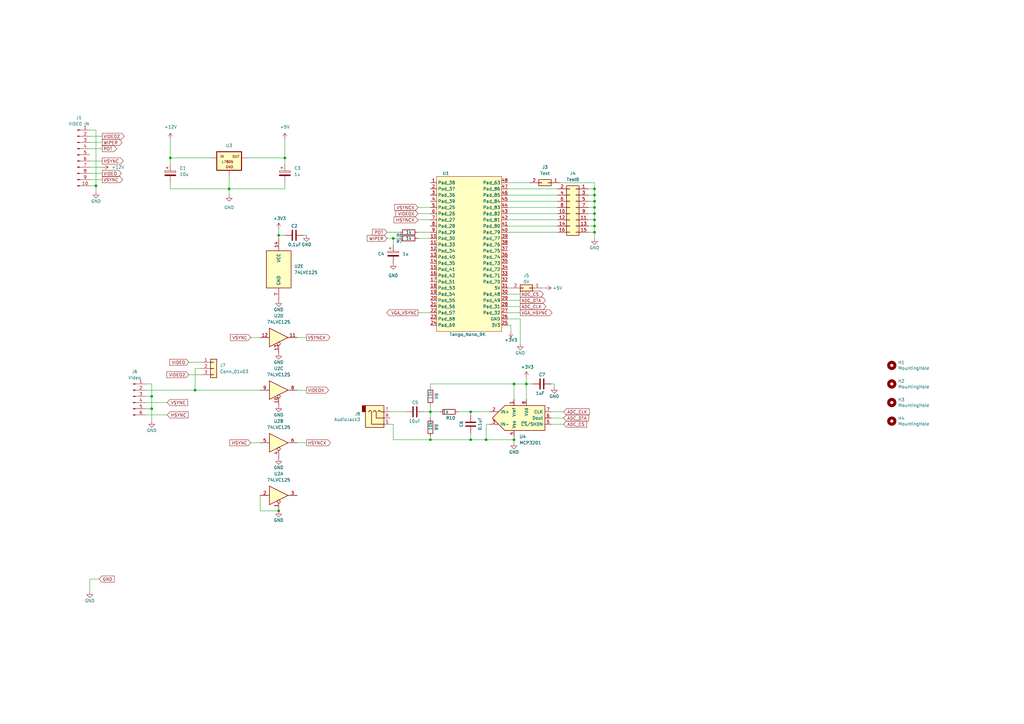
<source format=kicad_sch>
(kicad_sch
	(version 20231120)
	(generator "eeschema")
	(generator_version "8.0")
	(uuid "34a74736-156e-4bf3-9200-cd137cfa59da")
	(paper "A3")
	(title_block
		(title "TRS-80 M3 HIRES")
		(date "2022-07-04")
		(rev "V0.0")
		(comment 3 "Title: TRS-80 HiRes for M3")
		(comment 4 "Author: Matt Boytim")
	)
	(lib_symbols
		(symbol "74xx:74LS125"
			(pin_names
				(offset 1.016)
			)
			(exclude_from_sim no)
			(in_bom yes)
			(on_board yes)
			(property "Reference" "U"
				(at 0 1.27 0)
				(effects
					(font
						(size 1.27 1.27)
					)
				)
			)
			(property "Value" "74LS125"
				(at 0 -1.27 0)
				(effects
					(font
						(size 1.27 1.27)
					)
				)
			)
			(property "Footprint" ""
				(at 0 0 0)
				(effects
					(font
						(size 1.27 1.27)
					)
					(hide yes)
				)
			)
			(property "Datasheet" "http://www.ti.com/lit/gpn/sn74LS125"
				(at 0 0 0)
				(effects
					(font
						(size 1.27 1.27)
					)
					(hide yes)
				)
			)
			(property "Description" "Quad buffer 3-State outputs"
				(at 0 0 0)
				(effects
					(font
						(size 1.27 1.27)
					)
					(hide yes)
				)
			)
			(property "ki_locked" ""
				(at 0 0 0)
				(effects
					(font
						(size 1.27 1.27)
					)
				)
			)
			(property "ki_keywords" "TTL buffer 3State"
				(at 0 0 0)
				(effects
					(font
						(size 1.27 1.27)
					)
					(hide yes)
				)
			)
			(property "ki_fp_filters" "DIP*W7.62mm*"
				(at 0 0 0)
				(effects
					(font
						(size 1.27 1.27)
					)
					(hide yes)
				)
			)
			(symbol "74LS125_1_0"
				(polyline
					(pts
						(xy -3.81 3.81) (xy -3.81 -3.81) (xy 3.81 0) (xy -3.81 3.81)
					)
					(stroke
						(width 0.254)
						(type default)
					)
					(fill
						(type background)
					)
				)
				(pin input inverted
					(at 0 -6.35 90)
					(length 4.445)
					(name "~"
						(effects
							(font
								(size 1.27 1.27)
							)
						)
					)
					(number "1"
						(effects
							(font
								(size 1.27 1.27)
							)
						)
					)
				)
				(pin input line
					(at -7.62 0 0)
					(length 3.81)
					(name "~"
						(effects
							(font
								(size 1.27 1.27)
							)
						)
					)
					(number "2"
						(effects
							(font
								(size 1.27 1.27)
							)
						)
					)
				)
				(pin tri_state line
					(at 7.62 0 180)
					(length 3.81)
					(name "~"
						(effects
							(font
								(size 1.27 1.27)
							)
						)
					)
					(number "3"
						(effects
							(font
								(size 1.27 1.27)
							)
						)
					)
				)
			)
			(symbol "74LS125_2_0"
				(polyline
					(pts
						(xy -3.81 3.81) (xy -3.81 -3.81) (xy 3.81 0) (xy -3.81 3.81)
					)
					(stroke
						(width 0.254)
						(type default)
					)
					(fill
						(type background)
					)
				)
				(pin input inverted
					(at 0 -6.35 90)
					(length 4.445)
					(name "~"
						(effects
							(font
								(size 1.27 1.27)
							)
						)
					)
					(number "4"
						(effects
							(font
								(size 1.27 1.27)
							)
						)
					)
				)
				(pin input line
					(at -7.62 0 0)
					(length 3.81)
					(name "~"
						(effects
							(font
								(size 1.27 1.27)
							)
						)
					)
					(number "5"
						(effects
							(font
								(size 1.27 1.27)
							)
						)
					)
				)
				(pin tri_state line
					(at 7.62 0 180)
					(length 3.81)
					(name "~"
						(effects
							(font
								(size 1.27 1.27)
							)
						)
					)
					(number "6"
						(effects
							(font
								(size 1.27 1.27)
							)
						)
					)
				)
			)
			(symbol "74LS125_3_0"
				(polyline
					(pts
						(xy -3.81 3.81) (xy -3.81 -3.81) (xy 3.81 0) (xy -3.81 3.81)
					)
					(stroke
						(width 0.254)
						(type default)
					)
					(fill
						(type background)
					)
				)
				(pin input inverted
					(at 0 -6.35 90)
					(length 4.445)
					(name "~"
						(effects
							(font
								(size 1.27 1.27)
							)
						)
					)
					(number "10"
						(effects
							(font
								(size 1.27 1.27)
							)
						)
					)
				)
				(pin tri_state line
					(at 7.62 0 180)
					(length 3.81)
					(name "~"
						(effects
							(font
								(size 1.27 1.27)
							)
						)
					)
					(number "8"
						(effects
							(font
								(size 1.27 1.27)
							)
						)
					)
				)
				(pin input line
					(at -7.62 0 0)
					(length 3.81)
					(name "~"
						(effects
							(font
								(size 1.27 1.27)
							)
						)
					)
					(number "9"
						(effects
							(font
								(size 1.27 1.27)
							)
						)
					)
				)
			)
			(symbol "74LS125_4_0"
				(polyline
					(pts
						(xy -3.81 3.81) (xy -3.81 -3.81) (xy 3.81 0) (xy -3.81 3.81)
					)
					(stroke
						(width 0.254)
						(type default)
					)
					(fill
						(type background)
					)
				)
				(pin tri_state line
					(at 7.62 0 180)
					(length 3.81)
					(name "~"
						(effects
							(font
								(size 1.27 1.27)
							)
						)
					)
					(number "11"
						(effects
							(font
								(size 1.27 1.27)
							)
						)
					)
				)
				(pin input line
					(at -7.62 0 0)
					(length 3.81)
					(name "~"
						(effects
							(font
								(size 1.27 1.27)
							)
						)
					)
					(number "12"
						(effects
							(font
								(size 1.27 1.27)
							)
						)
					)
				)
				(pin input inverted
					(at 0 -6.35 90)
					(length 4.445)
					(name "~"
						(effects
							(font
								(size 1.27 1.27)
							)
						)
					)
					(number "13"
						(effects
							(font
								(size 1.27 1.27)
							)
						)
					)
				)
			)
			(symbol "74LS125_5_0"
				(pin power_in line
					(at 0 12.7 270)
					(length 5.08)
					(name "VCC"
						(effects
							(font
								(size 1.27 1.27)
							)
						)
					)
					(number "14"
						(effects
							(font
								(size 1.27 1.27)
							)
						)
					)
				)
				(pin power_in line
					(at 0 -12.7 90)
					(length 5.08)
					(name "GND"
						(effects
							(font
								(size 1.27 1.27)
							)
						)
					)
					(number "7"
						(effects
							(font
								(size 1.27 1.27)
							)
						)
					)
				)
			)
			(symbol "74LS125_5_1"
				(rectangle
					(start -5.08 7.62)
					(end 5.08 -7.62)
					(stroke
						(width 0.254)
						(type default)
					)
					(fill
						(type background)
					)
				)
			)
		)
		(symbol "Analog_ADC:MCP3201"
			(pin_names
				(offset 0.762)
			)
			(exclude_from_sim no)
			(in_bom yes)
			(on_board yes)
			(property "Reference" "U"
				(at 3.81 8.89 0)
				(effects
					(font
						(size 1.27 1.27)
					)
					(justify left)
				)
			)
			(property "Value" "MCP3201"
				(at 3.81 6.35 0)
				(effects
					(font
						(size 1.27 1.27)
					)
					(justify left)
				)
			)
			(property "Footprint" ""
				(at 19.05 -8.89 0)
				(effects
					(font
						(size 1.27 1.27)
					)
					(hide yes)
				)
			)
			(property "Datasheet" "http://ww1.microchip.com/downloads/en/DeviceDoc/21290D.pdf"
				(at 20.32 -2.54 0)
				(effects
					(font
						(size 1.27 1.27)
					)
					(hide yes)
				)
			)
			(property "Description" "2.7V 12-Bit A/D Converter with SPI™ Serial Interface, PDIP-8/SOIC-8/MSOP-8/TSSOP-8"
				(at 0 0 0)
				(effects
					(font
						(size 1.27 1.27)
					)
					(hide yes)
				)
			)
			(property "ki_keywords" "12-Bit Differential ADC SPI 1ch"
				(at 0 0 0)
				(effects
					(font
						(size 1.27 1.27)
					)
					(hide yes)
				)
			)
			(property "ki_fp_filters" "SOIC*3.9x4.9mm*P1.27mm* DIP*W7.62mm* TSSOP*4.4x3mm*P0.65mm* MSOP*3x3mm*P0.65mm*"
				(at 0 0 0)
				(effects
					(font
						(size 1.27 1.27)
					)
					(hide yes)
				)
			)
			(symbol "MCP3201_0_0"
				(polyline
					(pts
						(xy -11.43 0) (xy -6.35 5.08) (xy 10.16 5.08) (xy 10.16 -5.08) (xy -6.35 -5.08) (xy -11.43 0)
					)
					(stroke
						(width 0.254)
						(type default)
					)
					(fill
						(type background)
					)
				)
			)
			(symbol "MCP3201_1_1"
				(pin power_in line
					(at -2.54 7.62 270)
					(length 2.54)
					(name "Vref"
						(effects
							(font
								(size 1.27 1.27)
							)
						)
					)
					(number "1"
						(effects
							(font
								(size 1.27 1.27)
							)
						)
					)
				)
				(pin input line
					(at -12.7 2.54 0)
					(length 3.81)
					(name "IN+"
						(effects
							(font
								(size 1.27 1.27)
							)
						)
					)
					(number "2"
						(effects
							(font
								(size 1.27 1.27)
							)
						)
					)
				)
				(pin input line
					(at -12.7 -2.54 0)
					(length 3.81)
					(name "IN-"
						(effects
							(font
								(size 1.27 1.27)
							)
						)
					)
					(number "3"
						(effects
							(font
								(size 1.27 1.27)
							)
						)
					)
				)
				(pin power_in line
					(at -2.54 -7.62 90)
					(length 2.54)
					(name "Vss"
						(effects
							(font
								(size 1.27 1.27)
							)
						)
					)
					(number "4"
						(effects
							(font
								(size 1.27 1.27)
							)
						)
					)
				)
				(pin input line
					(at 12.7 -2.54 180)
					(length 2.54)
					(name "~{CS}/SHDN"
						(effects
							(font
								(size 1.27 1.27)
							)
						)
					)
					(number "5"
						(effects
							(font
								(size 1.27 1.27)
							)
						)
					)
				)
				(pin output line
					(at 12.7 0 180)
					(length 2.54)
					(name "Dout"
						(effects
							(font
								(size 1.27 1.27)
							)
						)
					)
					(number "6"
						(effects
							(font
								(size 1.27 1.27)
							)
						)
					)
				)
				(pin input line
					(at 12.7 2.54 180)
					(length 2.54)
					(name "CLK"
						(effects
							(font
								(size 1.27 1.27)
							)
						)
					)
					(number "7"
						(effects
							(font
								(size 1.27 1.27)
							)
						)
					)
				)
				(pin power_in line
					(at 2.54 7.62 270)
					(length 2.54)
					(name "Vdd"
						(effects
							(font
								(size 1.27 1.27)
							)
						)
					)
					(number "8"
						(effects
							(font
								(size 1.27 1.27)
							)
						)
					)
				)
			)
		)
		(symbol "Connector:AudioJack3"
			(exclude_from_sim no)
			(in_bom yes)
			(on_board yes)
			(property "Reference" "J"
				(at 0 8.89 0)
				(effects
					(font
						(size 1.27 1.27)
					)
				)
			)
			(property "Value" "AudioJack3"
				(at 0 6.35 0)
				(effects
					(font
						(size 1.27 1.27)
					)
				)
			)
			(property "Footprint" ""
				(at 0 0 0)
				(effects
					(font
						(size 1.27 1.27)
					)
					(hide yes)
				)
			)
			(property "Datasheet" "~"
				(at 0 0 0)
				(effects
					(font
						(size 1.27 1.27)
					)
					(hide yes)
				)
			)
			(property "Description" "Audio Jack, 3 Poles (Stereo / TRS)"
				(at 0 0 0)
				(effects
					(font
						(size 1.27 1.27)
					)
					(hide yes)
				)
			)
			(property "ki_keywords" "audio jack receptacle stereo headphones phones TRS connector"
				(at 0 0 0)
				(effects
					(font
						(size 1.27 1.27)
					)
					(hide yes)
				)
			)
			(property "ki_fp_filters" "Jack*"
				(at 0 0 0)
				(effects
					(font
						(size 1.27 1.27)
					)
					(hide yes)
				)
			)
			(symbol "AudioJack3_0_1"
				(rectangle
					(start -5.08 -5.08)
					(end -6.35 -2.54)
					(stroke
						(width 0.254)
						(type default)
					)
					(fill
						(type outline)
					)
				)
				(polyline
					(pts
						(xy 0 -2.54) (xy 0.635 -3.175) (xy 1.27 -2.54) (xy 2.54 -2.54)
					)
					(stroke
						(width 0.254)
						(type default)
					)
					(fill
						(type none)
					)
				)
				(polyline
					(pts
						(xy -1.905 -2.54) (xy -1.27 -3.175) (xy -0.635 -2.54) (xy -0.635 0) (xy 2.54 0)
					)
					(stroke
						(width 0.254)
						(type default)
					)
					(fill
						(type none)
					)
				)
				(polyline
					(pts
						(xy 2.54 2.54) (xy -2.54 2.54) (xy -2.54 -2.54) (xy -3.175 -3.175) (xy -3.81 -2.54)
					)
					(stroke
						(width 0.254)
						(type default)
					)
					(fill
						(type none)
					)
				)
				(rectangle
					(start 2.54 3.81)
					(end -5.08 -5.08)
					(stroke
						(width 0.254)
						(type default)
					)
					(fill
						(type background)
					)
				)
			)
			(symbol "AudioJack3_1_1"
				(pin passive line
					(at 5.08 0 180)
					(length 2.54)
					(name "~"
						(effects
							(font
								(size 1.27 1.27)
							)
						)
					)
					(number "R"
						(effects
							(font
								(size 1.27 1.27)
							)
						)
					)
				)
				(pin passive line
					(at 5.08 2.54 180)
					(length 2.54)
					(name "~"
						(effects
							(font
								(size 1.27 1.27)
							)
						)
					)
					(number "S"
						(effects
							(font
								(size 1.27 1.27)
							)
						)
					)
				)
				(pin passive line
					(at 5.08 -2.54 180)
					(length 2.54)
					(name "~"
						(effects
							(font
								(size 1.27 1.27)
							)
						)
					)
					(number "T"
						(effects
							(font
								(size 1.27 1.27)
							)
						)
					)
				)
			)
		)
		(symbol "Connector:Conn_01x06_Male"
			(pin_names
				(offset 1.016) hide)
			(exclude_from_sim no)
			(in_bom yes)
			(on_board yes)
			(property "Reference" "J"
				(at 0 7.62 0)
				(effects
					(font
						(size 1.27 1.27)
					)
				)
			)
			(property "Value" "Conn_01x06_Male"
				(at 0 -10.16 0)
				(effects
					(font
						(size 1.27 1.27)
					)
				)
			)
			(property "Footprint" ""
				(at 0 0 0)
				(effects
					(font
						(size 1.27 1.27)
					)
					(hide yes)
				)
			)
			(property "Datasheet" "~"
				(at 0 0 0)
				(effects
					(font
						(size 1.27 1.27)
					)
					(hide yes)
				)
			)
			(property "Description" "Generic connector, single row, 01x06, script generated (kicad-library-utils/schlib/autogen/connector/)"
				(at 0 0 0)
				(effects
					(font
						(size 1.27 1.27)
					)
					(hide yes)
				)
			)
			(property "ki_keywords" "connector"
				(at 0 0 0)
				(effects
					(font
						(size 1.27 1.27)
					)
					(hide yes)
				)
			)
			(property "ki_fp_filters" "Connector*:*_1x??_*"
				(at 0 0 0)
				(effects
					(font
						(size 1.27 1.27)
					)
					(hide yes)
				)
			)
			(symbol "Conn_01x06_Male_1_1"
				(polyline
					(pts
						(xy 1.27 -7.62) (xy 0.8636 -7.62)
					)
					(stroke
						(width 0.1524)
						(type default)
					)
					(fill
						(type none)
					)
				)
				(polyline
					(pts
						(xy 1.27 -5.08) (xy 0.8636 -5.08)
					)
					(stroke
						(width 0.1524)
						(type default)
					)
					(fill
						(type none)
					)
				)
				(polyline
					(pts
						(xy 1.27 -2.54) (xy 0.8636 -2.54)
					)
					(stroke
						(width 0.1524)
						(type default)
					)
					(fill
						(type none)
					)
				)
				(polyline
					(pts
						(xy 1.27 0) (xy 0.8636 0)
					)
					(stroke
						(width 0.1524)
						(type default)
					)
					(fill
						(type none)
					)
				)
				(polyline
					(pts
						(xy 1.27 2.54) (xy 0.8636 2.54)
					)
					(stroke
						(width 0.1524)
						(type default)
					)
					(fill
						(type none)
					)
				)
				(polyline
					(pts
						(xy 1.27 5.08) (xy 0.8636 5.08)
					)
					(stroke
						(width 0.1524)
						(type default)
					)
					(fill
						(type none)
					)
				)
				(rectangle
					(start 0.8636 -7.493)
					(end 0 -7.747)
					(stroke
						(width 0.1524)
						(type default)
					)
					(fill
						(type outline)
					)
				)
				(rectangle
					(start 0.8636 -4.953)
					(end 0 -5.207)
					(stroke
						(width 0.1524)
						(type default)
					)
					(fill
						(type outline)
					)
				)
				(rectangle
					(start 0.8636 -2.413)
					(end 0 -2.667)
					(stroke
						(width 0.1524)
						(type default)
					)
					(fill
						(type outline)
					)
				)
				(rectangle
					(start 0.8636 0.127)
					(end 0 -0.127)
					(stroke
						(width 0.1524)
						(type default)
					)
					(fill
						(type outline)
					)
				)
				(rectangle
					(start 0.8636 2.667)
					(end 0 2.413)
					(stroke
						(width 0.1524)
						(type default)
					)
					(fill
						(type outline)
					)
				)
				(rectangle
					(start 0.8636 5.207)
					(end 0 4.953)
					(stroke
						(width 0.1524)
						(type default)
					)
					(fill
						(type outline)
					)
				)
				(pin passive line
					(at 5.08 5.08 180)
					(length 3.81)
					(name "Pin_1"
						(effects
							(font
								(size 1.27 1.27)
							)
						)
					)
					(number "1"
						(effects
							(font
								(size 1.27 1.27)
							)
						)
					)
				)
				(pin passive line
					(at 5.08 2.54 180)
					(length 3.81)
					(name "Pin_2"
						(effects
							(font
								(size 1.27 1.27)
							)
						)
					)
					(number "2"
						(effects
							(font
								(size 1.27 1.27)
							)
						)
					)
				)
				(pin passive line
					(at 5.08 0 180)
					(length 3.81)
					(name "Pin_3"
						(effects
							(font
								(size 1.27 1.27)
							)
						)
					)
					(number "3"
						(effects
							(font
								(size 1.27 1.27)
							)
						)
					)
				)
				(pin passive line
					(at 5.08 -2.54 180)
					(length 3.81)
					(name "Pin_4"
						(effects
							(font
								(size 1.27 1.27)
							)
						)
					)
					(number "4"
						(effects
							(font
								(size 1.27 1.27)
							)
						)
					)
				)
				(pin passive line
					(at 5.08 -5.08 180)
					(length 3.81)
					(name "Pin_5"
						(effects
							(font
								(size 1.27 1.27)
							)
						)
					)
					(number "5"
						(effects
							(font
								(size 1.27 1.27)
							)
						)
					)
				)
				(pin passive line
					(at 5.08 -7.62 180)
					(length 3.81)
					(name "Pin_6"
						(effects
							(font
								(size 1.27 1.27)
							)
						)
					)
					(number "6"
						(effects
							(font
								(size 1.27 1.27)
							)
						)
					)
				)
			)
		)
		(symbol "Connector:Conn_01x10_Male"
			(pin_names
				(offset 1.016) hide)
			(exclude_from_sim no)
			(in_bom yes)
			(on_board yes)
			(property "Reference" "J"
				(at 0 12.7 0)
				(effects
					(font
						(size 1.27 1.27)
					)
				)
			)
			(property "Value" "Conn_01x10_Male"
				(at 0 -15.24 0)
				(effects
					(font
						(size 1.27 1.27)
					)
				)
			)
			(property "Footprint" ""
				(at 0 0 0)
				(effects
					(font
						(size 1.27 1.27)
					)
					(hide yes)
				)
			)
			(property "Datasheet" "~"
				(at 0 0 0)
				(effects
					(font
						(size 1.27 1.27)
					)
					(hide yes)
				)
			)
			(property "Description" "Generic connector, single row, 01x10, script generated (kicad-library-utils/schlib/autogen/connector/)"
				(at 0 0 0)
				(effects
					(font
						(size 1.27 1.27)
					)
					(hide yes)
				)
			)
			(property "ki_keywords" "connector"
				(at 0 0 0)
				(effects
					(font
						(size 1.27 1.27)
					)
					(hide yes)
				)
			)
			(property "ki_fp_filters" "Connector*:*_1x??_*"
				(at 0 0 0)
				(effects
					(font
						(size 1.27 1.27)
					)
					(hide yes)
				)
			)
			(symbol "Conn_01x10_Male_1_1"
				(polyline
					(pts
						(xy 1.27 -12.7) (xy 0.8636 -12.7)
					)
					(stroke
						(width 0.1524)
						(type default)
					)
					(fill
						(type none)
					)
				)
				(polyline
					(pts
						(xy 1.27 -10.16) (xy 0.8636 -10.16)
					)
					(stroke
						(width 0.1524)
						(type default)
					)
					(fill
						(type none)
					)
				)
				(polyline
					(pts
						(xy 1.27 -7.62) (xy 0.8636 -7.62)
					)
					(stroke
						(width 0.1524)
						(type default)
					)
					(fill
						(type none)
					)
				)
				(polyline
					(pts
						(xy 1.27 -5.08) (xy 0.8636 -5.08)
					)
					(stroke
						(width 0.1524)
						(type default)
					)
					(fill
						(type none)
					)
				)
				(polyline
					(pts
						(xy 1.27 -2.54) (xy 0.8636 -2.54)
					)
					(stroke
						(width 0.1524)
						(type default)
					)
					(fill
						(type none)
					)
				)
				(polyline
					(pts
						(xy 1.27 0) (xy 0.8636 0)
					)
					(stroke
						(width 0.1524)
						(type default)
					)
					(fill
						(type none)
					)
				)
				(polyline
					(pts
						(xy 1.27 2.54) (xy 0.8636 2.54)
					)
					(stroke
						(width 0.1524)
						(type default)
					)
					(fill
						(type none)
					)
				)
				(polyline
					(pts
						(xy 1.27 5.08) (xy 0.8636 5.08)
					)
					(stroke
						(width 0.1524)
						(type default)
					)
					(fill
						(type none)
					)
				)
				(polyline
					(pts
						(xy 1.27 7.62) (xy 0.8636 7.62)
					)
					(stroke
						(width 0.1524)
						(type default)
					)
					(fill
						(type none)
					)
				)
				(polyline
					(pts
						(xy 1.27 10.16) (xy 0.8636 10.16)
					)
					(stroke
						(width 0.1524)
						(type default)
					)
					(fill
						(type none)
					)
				)
				(rectangle
					(start 0.8636 -12.573)
					(end 0 -12.827)
					(stroke
						(width 0.1524)
						(type default)
					)
					(fill
						(type outline)
					)
				)
				(rectangle
					(start 0.8636 -10.033)
					(end 0 -10.287)
					(stroke
						(width 0.1524)
						(type default)
					)
					(fill
						(type outline)
					)
				)
				(rectangle
					(start 0.8636 -7.493)
					(end 0 -7.747)
					(stroke
						(width 0.1524)
						(type default)
					)
					(fill
						(type outline)
					)
				)
				(rectangle
					(start 0.8636 -4.953)
					(end 0 -5.207)
					(stroke
						(width 0.1524)
						(type default)
					)
					(fill
						(type outline)
					)
				)
				(rectangle
					(start 0.8636 -2.413)
					(end 0 -2.667)
					(stroke
						(width 0.1524)
						(type default)
					)
					(fill
						(type outline)
					)
				)
				(rectangle
					(start 0.8636 0.127)
					(end 0 -0.127)
					(stroke
						(width 0.1524)
						(type default)
					)
					(fill
						(type outline)
					)
				)
				(rectangle
					(start 0.8636 2.667)
					(end 0 2.413)
					(stroke
						(width 0.1524)
						(type default)
					)
					(fill
						(type outline)
					)
				)
				(rectangle
					(start 0.8636 5.207)
					(end 0 4.953)
					(stroke
						(width 0.1524)
						(type default)
					)
					(fill
						(type outline)
					)
				)
				(rectangle
					(start 0.8636 7.747)
					(end 0 7.493)
					(stroke
						(width 0.1524)
						(type default)
					)
					(fill
						(type outline)
					)
				)
				(rectangle
					(start 0.8636 10.287)
					(end 0 10.033)
					(stroke
						(width 0.1524)
						(type default)
					)
					(fill
						(type outline)
					)
				)
				(pin passive line
					(at 5.08 10.16 180)
					(length 3.81)
					(name "Pin_1"
						(effects
							(font
								(size 1.27 1.27)
							)
						)
					)
					(number "1"
						(effects
							(font
								(size 1.27 1.27)
							)
						)
					)
				)
				(pin passive line
					(at 5.08 -12.7 180)
					(length 3.81)
					(name "Pin_10"
						(effects
							(font
								(size 1.27 1.27)
							)
						)
					)
					(number "10"
						(effects
							(font
								(size 1.27 1.27)
							)
						)
					)
				)
				(pin passive line
					(at 5.08 7.62 180)
					(length 3.81)
					(name "Pin_2"
						(effects
							(font
								(size 1.27 1.27)
							)
						)
					)
					(number "2"
						(effects
							(font
								(size 1.27 1.27)
							)
						)
					)
				)
				(pin passive line
					(at 5.08 5.08 180)
					(length 3.81)
					(name "Pin_3"
						(effects
							(font
								(size 1.27 1.27)
							)
						)
					)
					(number "3"
						(effects
							(font
								(size 1.27 1.27)
							)
						)
					)
				)
				(pin passive line
					(at 5.08 2.54 180)
					(length 3.81)
					(name "Pin_4"
						(effects
							(font
								(size 1.27 1.27)
							)
						)
					)
					(number "4"
						(effects
							(font
								(size 1.27 1.27)
							)
						)
					)
				)
				(pin passive line
					(at 5.08 0 180)
					(length 3.81)
					(name "Pin_5"
						(effects
							(font
								(size 1.27 1.27)
							)
						)
					)
					(number "5"
						(effects
							(font
								(size 1.27 1.27)
							)
						)
					)
				)
				(pin passive line
					(at 5.08 -2.54 180)
					(length 3.81)
					(name "Pin_6"
						(effects
							(font
								(size 1.27 1.27)
							)
						)
					)
					(number "6"
						(effects
							(font
								(size 1.27 1.27)
							)
						)
					)
				)
				(pin passive line
					(at 5.08 -5.08 180)
					(length 3.81)
					(name "Pin_7"
						(effects
							(font
								(size 1.27 1.27)
							)
						)
					)
					(number "7"
						(effects
							(font
								(size 1.27 1.27)
							)
						)
					)
				)
				(pin passive line
					(at 5.08 -7.62 180)
					(length 3.81)
					(name "Pin_8"
						(effects
							(font
								(size 1.27 1.27)
							)
						)
					)
					(number "8"
						(effects
							(font
								(size 1.27 1.27)
							)
						)
					)
				)
				(pin passive line
					(at 5.08 -10.16 180)
					(length 3.81)
					(name "Pin_9"
						(effects
							(font
								(size 1.27 1.27)
							)
						)
					)
					(number "9"
						(effects
							(font
								(size 1.27 1.27)
							)
						)
					)
				)
			)
		)
		(symbol "Connector_Generic:Conn_01x03"
			(pin_names
				(offset 1.016) hide)
			(exclude_from_sim no)
			(in_bom yes)
			(on_board yes)
			(property "Reference" "J"
				(at 0 5.08 0)
				(effects
					(font
						(size 1.27 1.27)
					)
				)
			)
			(property "Value" "Conn_01x03"
				(at 0 -5.08 0)
				(effects
					(font
						(size 1.27 1.27)
					)
				)
			)
			(property "Footprint" ""
				(at 0 0 0)
				(effects
					(font
						(size 1.27 1.27)
					)
					(hide yes)
				)
			)
			(property "Datasheet" "~"
				(at 0 0 0)
				(effects
					(font
						(size 1.27 1.27)
					)
					(hide yes)
				)
			)
			(property "Description" "Generic connector, single row, 01x03, script generated (kicad-library-utils/schlib/autogen/connector/)"
				(at 0 0 0)
				(effects
					(font
						(size 1.27 1.27)
					)
					(hide yes)
				)
			)
			(property "ki_keywords" "connector"
				(at 0 0 0)
				(effects
					(font
						(size 1.27 1.27)
					)
					(hide yes)
				)
			)
			(property "ki_fp_filters" "Connector*:*_1x??_*"
				(at 0 0 0)
				(effects
					(font
						(size 1.27 1.27)
					)
					(hide yes)
				)
			)
			(symbol "Conn_01x03_1_1"
				(rectangle
					(start -1.27 -2.413)
					(end 0 -2.667)
					(stroke
						(width 0.1524)
						(type default)
					)
					(fill
						(type none)
					)
				)
				(rectangle
					(start -1.27 0.127)
					(end 0 -0.127)
					(stroke
						(width 0.1524)
						(type default)
					)
					(fill
						(type none)
					)
				)
				(rectangle
					(start -1.27 2.667)
					(end 0 2.413)
					(stroke
						(width 0.1524)
						(type default)
					)
					(fill
						(type none)
					)
				)
				(rectangle
					(start -1.27 3.81)
					(end 1.27 -3.81)
					(stroke
						(width 0.254)
						(type default)
					)
					(fill
						(type background)
					)
				)
				(pin passive line
					(at -5.08 2.54 0)
					(length 3.81)
					(name "Pin_1"
						(effects
							(font
								(size 1.27 1.27)
							)
						)
					)
					(number "1"
						(effects
							(font
								(size 1.27 1.27)
							)
						)
					)
				)
				(pin passive line
					(at -5.08 0 0)
					(length 3.81)
					(name "Pin_2"
						(effects
							(font
								(size 1.27 1.27)
							)
						)
					)
					(number "2"
						(effects
							(font
								(size 1.27 1.27)
							)
						)
					)
				)
				(pin passive line
					(at -5.08 -2.54 0)
					(length 3.81)
					(name "Pin_3"
						(effects
							(font
								(size 1.27 1.27)
							)
						)
					)
					(number "3"
						(effects
							(font
								(size 1.27 1.27)
							)
						)
					)
				)
			)
		)
		(symbol "Connector_Generic:Conn_02x01"
			(pin_names
				(offset 1.016) hide)
			(exclude_from_sim no)
			(in_bom yes)
			(on_board yes)
			(property "Reference" "J"
				(at 1.27 2.54 0)
				(effects
					(font
						(size 1.27 1.27)
					)
				)
			)
			(property "Value" "Conn_02x01"
				(at 1.27 -2.54 0)
				(effects
					(font
						(size 1.27 1.27)
					)
				)
			)
			(property "Footprint" ""
				(at 0 0 0)
				(effects
					(font
						(size 1.27 1.27)
					)
					(hide yes)
				)
			)
			(property "Datasheet" "~"
				(at 0 0 0)
				(effects
					(font
						(size 1.27 1.27)
					)
					(hide yes)
				)
			)
			(property "Description" "Generic connector, double row, 02x01, this symbol is compatible with counter-clockwise, top-bottom and odd-even numbering schemes., script generated (kicad-library-utils/schlib/autogen/connector/)"
				(at 0 0 0)
				(effects
					(font
						(size 1.27 1.27)
					)
					(hide yes)
				)
			)
			(property "ki_keywords" "connector"
				(at 0 0 0)
				(effects
					(font
						(size 1.27 1.27)
					)
					(hide yes)
				)
			)
			(property "ki_fp_filters" "Connector*:*_2x??_*"
				(at 0 0 0)
				(effects
					(font
						(size 1.27 1.27)
					)
					(hide yes)
				)
			)
			(symbol "Conn_02x01_1_1"
				(rectangle
					(start -1.27 0.127)
					(end 0 -0.127)
					(stroke
						(width 0.1524)
						(type default)
					)
					(fill
						(type none)
					)
				)
				(rectangle
					(start -1.27 1.27)
					(end 3.81 -1.27)
					(stroke
						(width 0.254)
						(type default)
					)
					(fill
						(type background)
					)
				)
				(rectangle
					(start 3.81 0.127)
					(end 2.54 -0.127)
					(stroke
						(width 0.1524)
						(type default)
					)
					(fill
						(type none)
					)
				)
				(pin passive line
					(at -5.08 0 0)
					(length 3.81)
					(name "Pin_1"
						(effects
							(font
								(size 1.27 1.27)
							)
						)
					)
					(number "1"
						(effects
							(font
								(size 1.27 1.27)
							)
						)
					)
				)
				(pin passive line
					(at 7.62 0 180)
					(length 3.81)
					(name "Pin_2"
						(effects
							(font
								(size 1.27 1.27)
							)
						)
					)
					(number "2"
						(effects
							(font
								(size 1.27 1.27)
							)
						)
					)
				)
			)
		)
		(symbol "Connector_Generic:Conn_02x08_Odd_Even"
			(pin_names
				(offset 1.016) hide)
			(exclude_from_sim no)
			(in_bom yes)
			(on_board yes)
			(property "Reference" "J"
				(at 1.27 10.16 0)
				(effects
					(font
						(size 1.27 1.27)
					)
				)
			)
			(property "Value" "Conn_02x08_Odd_Even"
				(at 1.27 -12.7 0)
				(effects
					(font
						(size 1.27 1.27)
					)
				)
			)
			(property "Footprint" ""
				(at 0 0 0)
				(effects
					(font
						(size 1.27 1.27)
					)
					(hide yes)
				)
			)
			(property "Datasheet" "~"
				(at 0 0 0)
				(effects
					(font
						(size 1.27 1.27)
					)
					(hide yes)
				)
			)
			(property "Description" "Generic connector, double row, 02x08, odd/even pin numbering scheme (row 1 odd numbers, row 2 even numbers), script generated (kicad-library-utils/schlib/autogen/connector/)"
				(at 0 0 0)
				(effects
					(font
						(size 1.27 1.27)
					)
					(hide yes)
				)
			)
			(property "ki_keywords" "connector"
				(at 0 0 0)
				(effects
					(font
						(size 1.27 1.27)
					)
					(hide yes)
				)
			)
			(property "ki_fp_filters" "Connector*:*_2x??_*"
				(at 0 0 0)
				(effects
					(font
						(size 1.27 1.27)
					)
					(hide yes)
				)
			)
			(symbol "Conn_02x08_Odd_Even_1_1"
				(rectangle
					(start -1.27 -10.033)
					(end 0 -10.287)
					(stroke
						(width 0.1524)
						(type default)
					)
					(fill
						(type none)
					)
				)
				(rectangle
					(start -1.27 -7.493)
					(end 0 -7.747)
					(stroke
						(width 0.1524)
						(type default)
					)
					(fill
						(type none)
					)
				)
				(rectangle
					(start -1.27 -4.953)
					(end 0 -5.207)
					(stroke
						(width 0.1524)
						(type default)
					)
					(fill
						(type none)
					)
				)
				(rectangle
					(start -1.27 -2.413)
					(end 0 -2.667)
					(stroke
						(width 0.1524)
						(type default)
					)
					(fill
						(type none)
					)
				)
				(rectangle
					(start -1.27 0.127)
					(end 0 -0.127)
					(stroke
						(width 0.1524)
						(type default)
					)
					(fill
						(type none)
					)
				)
				(rectangle
					(start -1.27 2.667)
					(end 0 2.413)
					(stroke
						(width 0.1524)
						(type default)
					)
					(fill
						(type none)
					)
				)
				(rectangle
					(start -1.27 5.207)
					(end 0 4.953)
					(stroke
						(width 0.1524)
						(type default)
					)
					(fill
						(type none)
					)
				)
				(rectangle
					(start -1.27 7.747)
					(end 0 7.493)
					(stroke
						(width 0.1524)
						(type default)
					)
					(fill
						(type none)
					)
				)
				(rectangle
					(start -1.27 8.89)
					(end 3.81 -11.43)
					(stroke
						(width 0.254)
						(type default)
					)
					(fill
						(type background)
					)
				)
				(rectangle
					(start 3.81 -10.033)
					(end 2.54 -10.287)
					(stroke
						(width 0.1524)
						(type default)
					)
					(fill
						(type none)
					)
				)
				(rectangle
					(start 3.81 -7.493)
					(end 2.54 -7.747)
					(stroke
						(width 0.1524)
						(type default)
					)
					(fill
						(type none)
					)
				)
				(rectangle
					(start 3.81 -4.953)
					(end 2.54 -5.207)
					(stroke
						(width 0.1524)
						(type default)
					)
					(fill
						(type none)
					)
				)
				(rectangle
					(start 3.81 -2.413)
					(end 2.54 -2.667)
					(stroke
						(width 0.1524)
						(type default)
					)
					(fill
						(type none)
					)
				)
				(rectangle
					(start 3.81 0.127)
					(end 2.54 -0.127)
					(stroke
						(width 0.1524)
						(type default)
					)
					(fill
						(type none)
					)
				)
				(rectangle
					(start 3.81 2.667)
					(end 2.54 2.413)
					(stroke
						(width 0.1524)
						(type default)
					)
					(fill
						(type none)
					)
				)
				(rectangle
					(start 3.81 5.207)
					(end 2.54 4.953)
					(stroke
						(width 0.1524)
						(type default)
					)
					(fill
						(type none)
					)
				)
				(rectangle
					(start 3.81 7.747)
					(end 2.54 7.493)
					(stroke
						(width 0.1524)
						(type default)
					)
					(fill
						(type none)
					)
				)
				(pin passive line
					(at -5.08 7.62 0)
					(length 3.81)
					(name "Pin_1"
						(effects
							(font
								(size 1.27 1.27)
							)
						)
					)
					(number "1"
						(effects
							(font
								(size 1.27 1.27)
							)
						)
					)
				)
				(pin passive line
					(at 7.62 -2.54 180)
					(length 3.81)
					(name "Pin_10"
						(effects
							(font
								(size 1.27 1.27)
							)
						)
					)
					(number "10"
						(effects
							(font
								(size 1.27 1.27)
							)
						)
					)
				)
				(pin passive line
					(at -5.08 -5.08 0)
					(length 3.81)
					(name "Pin_11"
						(effects
							(font
								(size 1.27 1.27)
							)
						)
					)
					(number "11"
						(effects
							(font
								(size 1.27 1.27)
							)
						)
					)
				)
				(pin passive line
					(at 7.62 -5.08 180)
					(length 3.81)
					(name "Pin_12"
						(effects
							(font
								(size 1.27 1.27)
							)
						)
					)
					(number "12"
						(effects
							(font
								(size 1.27 1.27)
							)
						)
					)
				)
				(pin passive line
					(at -5.08 -7.62 0)
					(length 3.81)
					(name "Pin_13"
						(effects
							(font
								(size 1.27 1.27)
							)
						)
					)
					(number "13"
						(effects
							(font
								(size 1.27 1.27)
							)
						)
					)
				)
				(pin passive line
					(at 7.62 -7.62 180)
					(length 3.81)
					(name "Pin_14"
						(effects
							(font
								(size 1.27 1.27)
							)
						)
					)
					(number "14"
						(effects
							(font
								(size 1.27 1.27)
							)
						)
					)
				)
				(pin passive line
					(at -5.08 -10.16 0)
					(length 3.81)
					(name "Pin_15"
						(effects
							(font
								(size 1.27 1.27)
							)
						)
					)
					(number "15"
						(effects
							(font
								(size 1.27 1.27)
							)
						)
					)
				)
				(pin passive line
					(at 7.62 -10.16 180)
					(length 3.81)
					(name "Pin_16"
						(effects
							(font
								(size 1.27 1.27)
							)
						)
					)
					(number "16"
						(effects
							(font
								(size 1.27 1.27)
							)
						)
					)
				)
				(pin passive line
					(at 7.62 7.62 180)
					(length 3.81)
					(name "Pin_2"
						(effects
							(font
								(size 1.27 1.27)
							)
						)
					)
					(number "2"
						(effects
							(font
								(size 1.27 1.27)
							)
						)
					)
				)
				(pin passive line
					(at -5.08 5.08 0)
					(length 3.81)
					(name "Pin_3"
						(effects
							(font
								(size 1.27 1.27)
							)
						)
					)
					(number "3"
						(effects
							(font
								(size 1.27 1.27)
							)
						)
					)
				)
				(pin passive line
					(at 7.62 5.08 180)
					(length 3.81)
					(name "Pin_4"
						(effects
							(font
								(size 1.27 1.27)
							)
						)
					)
					(number "4"
						(effects
							(font
								(size 1.27 1.27)
							)
						)
					)
				)
				(pin passive line
					(at -5.08 2.54 0)
					(length 3.81)
					(name "Pin_5"
						(effects
							(font
								(size 1.27 1.27)
							)
						)
					)
					(number "5"
						(effects
							(font
								(size 1.27 1.27)
							)
						)
					)
				)
				(pin passive line
					(at 7.62 2.54 180)
					(length 3.81)
					(name "Pin_6"
						(effects
							(font
								(size 1.27 1.27)
							)
						)
					)
					(number "6"
						(effects
							(font
								(size 1.27 1.27)
							)
						)
					)
				)
				(pin passive line
					(at -5.08 0 0)
					(length 3.81)
					(name "Pin_7"
						(effects
							(font
								(size 1.27 1.27)
							)
						)
					)
					(number "7"
						(effects
							(font
								(size 1.27 1.27)
							)
						)
					)
				)
				(pin passive line
					(at 7.62 0 180)
					(length 3.81)
					(name "Pin_8"
						(effects
							(font
								(size 1.27 1.27)
							)
						)
					)
					(number "8"
						(effects
							(font
								(size 1.27 1.27)
							)
						)
					)
				)
				(pin passive line
					(at -5.08 -2.54 0)
					(length 3.81)
					(name "Pin_9"
						(effects
							(font
								(size 1.27 1.27)
							)
						)
					)
					(number "9"
						(effects
							(font
								(size 1.27 1.27)
							)
						)
					)
				)
			)
		)
		(symbol "Device:C"
			(pin_numbers hide)
			(pin_names
				(offset 0.254)
			)
			(exclude_from_sim no)
			(in_bom yes)
			(on_board yes)
			(property "Reference" "C"
				(at 0.635 2.54 0)
				(effects
					(font
						(size 1.27 1.27)
					)
					(justify left)
				)
			)
			(property "Value" "C"
				(at 0.635 -2.54 0)
				(effects
					(font
						(size 1.27 1.27)
					)
					(justify left)
				)
			)
			(property "Footprint" ""
				(at 0.9652 -3.81 0)
				(effects
					(font
						(size 1.27 1.27)
					)
					(hide yes)
				)
			)
			(property "Datasheet" "~"
				(at 0 0 0)
				(effects
					(font
						(size 1.27 1.27)
					)
					(hide yes)
				)
			)
			(property "Description" "Unpolarized capacitor"
				(at 0 0 0)
				(effects
					(font
						(size 1.27 1.27)
					)
					(hide yes)
				)
			)
			(property "ki_keywords" "cap capacitor"
				(at 0 0 0)
				(effects
					(font
						(size 1.27 1.27)
					)
					(hide yes)
				)
			)
			(property "ki_fp_filters" "C_*"
				(at 0 0 0)
				(effects
					(font
						(size 1.27 1.27)
					)
					(hide yes)
				)
			)
			(symbol "C_0_1"
				(polyline
					(pts
						(xy -2.032 -0.762) (xy 2.032 -0.762)
					)
					(stroke
						(width 0.508)
						(type default)
					)
					(fill
						(type none)
					)
				)
				(polyline
					(pts
						(xy -2.032 0.762) (xy 2.032 0.762)
					)
					(stroke
						(width 0.508)
						(type default)
					)
					(fill
						(type none)
					)
				)
			)
			(symbol "C_1_1"
				(pin passive line
					(at 0 3.81 270)
					(length 2.794)
					(name "~"
						(effects
							(font
								(size 1.27 1.27)
							)
						)
					)
					(number "1"
						(effects
							(font
								(size 1.27 1.27)
							)
						)
					)
				)
				(pin passive line
					(at 0 -3.81 90)
					(length 2.794)
					(name "~"
						(effects
							(font
								(size 1.27 1.27)
							)
						)
					)
					(number "2"
						(effects
							(font
								(size 1.27 1.27)
							)
						)
					)
				)
			)
		)
		(symbol "Device:C_Polarized"
			(pin_numbers hide)
			(pin_names
				(offset 0.254)
			)
			(exclude_from_sim no)
			(in_bom yes)
			(on_board yes)
			(property "Reference" "C"
				(at 0.635 2.54 0)
				(effects
					(font
						(size 1.27 1.27)
					)
					(justify left)
				)
			)
			(property "Value" "C_Polarized"
				(at 0.635 -2.54 0)
				(effects
					(font
						(size 1.27 1.27)
					)
					(justify left)
				)
			)
			(property "Footprint" ""
				(at 0.9652 -3.81 0)
				(effects
					(font
						(size 1.27 1.27)
					)
					(hide yes)
				)
			)
			(property "Datasheet" "~"
				(at 0 0 0)
				(effects
					(font
						(size 1.27 1.27)
					)
					(hide yes)
				)
			)
			(property "Description" "Polarized capacitor"
				(at 0 0 0)
				(effects
					(font
						(size 1.27 1.27)
					)
					(hide yes)
				)
			)
			(property "ki_keywords" "cap capacitor"
				(at 0 0 0)
				(effects
					(font
						(size 1.27 1.27)
					)
					(hide yes)
				)
			)
			(property "ki_fp_filters" "CP_*"
				(at 0 0 0)
				(effects
					(font
						(size 1.27 1.27)
					)
					(hide yes)
				)
			)
			(symbol "C_Polarized_0_1"
				(rectangle
					(start -2.286 0.508)
					(end 2.286 1.016)
					(stroke
						(width 0)
						(type default)
					)
					(fill
						(type none)
					)
				)
				(polyline
					(pts
						(xy -1.778 2.286) (xy -0.762 2.286)
					)
					(stroke
						(width 0)
						(type default)
					)
					(fill
						(type none)
					)
				)
				(polyline
					(pts
						(xy -1.27 2.794) (xy -1.27 1.778)
					)
					(stroke
						(width 0)
						(type default)
					)
					(fill
						(type none)
					)
				)
				(rectangle
					(start 2.286 -0.508)
					(end -2.286 -1.016)
					(stroke
						(width 0)
						(type default)
					)
					(fill
						(type outline)
					)
				)
			)
			(symbol "C_Polarized_1_1"
				(pin passive line
					(at 0 3.81 270)
					(length 2.794)
					(name "~"
						(effects
							(font
								(size 1.27 1.27)
							)
						)
					)
					(number "1"
						(effects
							(font
								(size 1.27 1.27)
							)
						)
					)
				)
				(pin passive line
					(at 0 -3.81 90)
					(length 2.794)
					(name "~"
						(effects
							(font
								(size 1.27 1.27)
							)
						)
					)
					(number "2"
						(effects
							(font
								(size 1.27 1.27)
							)
						)
					)
				)
			)
		)
		(symbol "Device:R"
			(pin_numbers hide)
			(pin_names
				(offset 0)
			)
			(exclude_from_sim no)
			(in_bom yes)
			(on_board yes)
			(property "Reference" "R"
				(at 2.032 0 90)
				(effects
					(font
						(size 1.27 1.27)
					)
				)
			)
			(property "Value" "R"
				(at 0 0 90)
				(effects
					(font
						(size 1.27 1.27)
					)
				)
			)
			(property "Footprint" ""
				(at -1.778 0 90)
				(effects
					(font
						(size 1.27 1.27)
					)
					(hide yes)
				)
			)
			(property "Datasheet" "~"
				(at 0 0 0)
				(effects
					(font
						(size 1.27 1.27)
					)
					(hide yes)
				)
			)
			(property "Description" "Resistor"
				(at 0 0 0)
				(effects
					(font
						(size 1.27 1.27)
					)
					(hide yes)
				)
			)
			(property "ki_keywords" "R res resistor"
				(at 0 0 0)
				(effects
					(font
						(size 1.27 1.27)
					)
					(hide yes)
				)
			)
			(property "ki_fp_filters" "R_*"
				(at 0 0 0)
				(effects
					(font
						(size 1.27 1.27)
					)
					(hide yes)
				)
			)
			(symbol "R_0_1"
				(rectangle
					(start -1.016 -2.54)
					(end 1.016 2.54)
					(stroke
						(width 0.254)
						(type default)
					)
					(fill
						(type none)
					)
				)
			)
			(symbol "R_1_1"
				(pin passive line
					(at 0 3.81 270)
					(length 1.27)
					(name "~"
						(effects
							(font
								(size 1.27 1.27)
							)
						)
					)
					(number "1"
						(effects
							(font
								(size 1.27 1.27)
							)
						)
					)
				)
				(pin passive line
					(at 0 -3.81 90)
					(length 1.27)
					(name "~"
						(effects
							(font
								(size 1.27 1.27)
							)
						)
					)
					(number "2"
						(effects
							(font
								(size 1.27 1.27)
							)
						)
					)
				)
			)
		)
		(symbol "L7805:L7805"
			(pin_numbers hide)
			(pin_names
				(offset 1.016) hide)
			(exclude_from_sim no)
			(in_bom yes)
			(on_board yes)
			(property "Reference" "IC"
				(at 5.08 7.62 0)
				(effects
					(font
						(size 1.27 1.27)
					)
					(justify left bottom)
				)
			)
			(property "Value" "L7805"
				(at 0 0 0)
				(effects
					(font
						(size 1.27 1.27)
					)
					(justify left bottom)
					(hide yes)
				)
			)
			(property "Footprint" "78XXL"
				(at 0 0 0)
				(effects
					(font
						(size 1.27 1.27)
					)
					(justify left bottom)
					(hide yes)
				)
			)
			(property "Datasheet" ""
				(at 0 0 0)
				(effects
					(font
						(size 1.27 1.27)
					)
					(justify left bottom)
					(hide yes)
				)
			)
			(property "Description" ""
				(at 0 0 0)
				(effects
					(font
						(size 1.27 1.27)
					)
					(hide yes)
				)
			)
			(property "ki_locked" ""
				(at 0 0 0)
				(effects
					(font
						(size 1.27 1.27)
					)
				)
			)
			(symbol "L7805_0_0"
				(rectangle
					(start -5.08 -2.54)
					(end 5.08 5.08)
					(stroke
						(width 0.4064)
						(type default)
					)
					(fill
						(type background)
					)
				)
				(text "GND"
					(at -1.524 -1.778 0)
					(effects
						(font
							(size 1.016 1.016)
						)
						(justify left bottom)
					)
				)
				(text "IN"
					(at -3.81 2.54 0)
					(effects
						(font
							(size 1.016 1.016)
						)
						(justify left bottom)
					)
				)
				(text "L7805"
					(at 1.778 1.524 0)
					(effects
						(font
							(size 1.016 1.016)
						)
						(justify right top)
					)
				)
				(text "OUT"
					(at 1.27 2.54 0)
					(effects
						(font
							(size 1.016 1.016)
						)
						(justify left bottom)
					)
				)
				(pin input line
					(at 0 -5.08 90)
					(length 2.54)
					(name "~"
						(effects
							(font
								(size 1.016 1.016)
							)
						)
					)
					(number "GND"
						(effects
							(font
								(size 1.016 1.016)
							)
						)
					)
				)
				(pin input line
					(at -7.62 2.54 0)
					(length 2.54)
					(name "~"
						(effects
							(font
								(size 1.016 1.016)
							)
						)
					)
					(number "IN"
						(effects
							(font
								(size 1.016 1.016)
							)
						)
					)
				)
				(pin passive line
					(at 7.62 2.54 180)
					(length 2.54)
					(name "~"
						(effects
							(font
								(size 1.016 1.016)
							)
						)
					)
					(number "OUT"
						(effects
							(font
								(size 1.016 1.016)
							)
						)
					)
				)
			)
		)
		(symbol "MYLIB:Tango_Nano_9K"
			(exclude_from_sim no)
			(in_bom yes)
			(on_board yes)
			(property "Reference" "U"
				(at -10.16 30.48 0)
				(effects
					(font
						(size 1.27 1.27)
					)
				)
			)
			(property "Value" "Tango_Nano_9K"
				(at -1.27 -35.56 0)
				(effects
					(font
						(size 1.27 1.27)
					)
				)
			)
			(property "Footprint" ""
				(at 30.48 11.43 0)
				(effects
					(font
						(size 1.27 1.27)
					)
					(hide yes)
				)
			)
			(property "Datasheet" ""
				(at 30.48 11.43 0)
				(effects
					(font
						(size 1.27 1.27)
					)
					(hide yes)
				)
			)
			(property "Description" ""
				(at 0 0 0)
				(effects
					(font
						(size 1.27 1.27)
					)
					(hide yes)
				)
			)
			(symbol "Tango_Nano_9K_0_1"
				(rectangle
					(start -13.97 29.21)
					(end 12.7 -34.29)
					(stroke
						(width 0.1524)
						(type default)
					)
					(fill
						(type background)
					)
				)
			)
			(symbol "Tango_Nano_9K_1_1"
				(pin tri_state line
					(at -16.51 26.67 0)
					(length 2.54)
					(name "Pad_38"
						(effects
							(font
								(size 1.27 1.27)
							)
						)
					)
					(number "1"
						(effects
							(font
								(size 1.27 1.27)
							)
						)
					)
				)
				(pin tri_state line
					(at -16.51 3.81 0)
					(length 2.54)
					(name "Pad_30"
						(effects
							(font
								(size 1.27 1.27)
							)
						)
					)
					(number "10"
						(effects
							(font
								(size 1.27 1.27)
							)
						)
					)
				)
				(pin tri_state line
					(at -16.51 1.27 0)
					(length 2.54)
					(name "Pad_33"
						(effects
							(font
								(size 1.27 1.27)
							)
						)
					)
					(number "11"
						(effects
							(font
								(size 1.27 1.27)
							)
						)
					)
				)
				(pin tri_state line
					(at -16.51 -1.27 0)
					(length 2.54)
					(name "Pad_34"
						(effects
							(font
								(size 1.27 1.27)
							)
						)
					)
					(number "12"
						(effects
							(font
								(size 1.27 1.27)
							)
						)
					)
				)
				(pin tri_state line
					(at -16.51 -3.81 0)
					(length 2.54)
					(name "Pad_40"
						(effects
							(font
								(size 1.27 1.27)
							)
						)
					)
					(number "13"
						(effects
							(font
								(size 1.27 1.27)
							)
						)
					)
				)
				(pin tri_state line
					(at -16.51 -6.35 0)
					(length 2.54)
					(name "Pad_35"
						(effects
							(font
								(size 1.27 1.27)
							)
						)
					)
					(number "14"
						(effects
							(font
								(size 1.27 1.27)
							)
						)
					)
				)
				(pin tri_state line
					(at -16.51 -8.89 0)
					(length 2.54)
					(name "Pad_41"
						(effects
							(font
								(size 1.27 1.27)
							)
						)
					)
					(number "15"
						(effects
							(font
								(size 1.27 1.27)
							)
						)
					)
				)
				(pin tri_state line
					(at -16.51 -11.43 0)
					(length 2.54)
					(name "Pad_42"
						(effects
							(font
								(size 1.27 1.27)
							)
						)
					)
					(number "16"
						(effects
							(font
								(size 1.27 1.27)
							)
						)
					)
				)
				(pin tri_state line
					(at -16.51 -13.97 0)
					(length 2.54)
					(name "Pad_51"
						(effects
							(font
								(size 1.27 1.27)
							)
						)
					)
					(number "17"
						(effects
							(font
								(size 1.27 1.27)
							)
						)
					)
				)
				(pin tri_state line
					(at -16.51 -16.51 0)
					(length 2.54)
					(name "Pad_53"
						(effects
							(font
								(size 1.27 1.27)
							)
						)
					)
					(number "18"
						(effects
							(font
								(size 1.27 1.27)
							)
						)
					)
				)
				(pin tri_state line
					(at -16.51 -19.05 0)
					(length 2.54)
					(name "Pad_54"
						(effects
							(font
								(size 1.27 1.27)
							)
						)
					)
					(number "19"
						(effects
							(font
								(size 1.27 1.27)
							)
						)
					)
				)
				(pin tri_state line
					(at -16.51 24.13 0)
					(length 2.54)
					(name "Pad_37"
						(effects
							(font
								(size 1.27 1.27)
							)
						)
					)
					(number "2"
						(effects
							(font
								(size 1.27 1.27)
							)
						)
					)
				)
				(pin tri_state line
					(at -16.51 -21.59 0)
					(length 2.54)
					(name "Pad_55"
						(effects
							(font
								(size 1.27 1.27)
							)
						)
					)
					(number "20"
						(effects
							(font
								(size 1.27 1.27)
							)
						)
					)
				)
				(pin tri_state line
					(at -16.51 -24.13 0)
					(length 2.54)
					(name "Pad_56"
						(effects
							(font
								(size 1.27 1.27)
							)
						)
					)
					(number "21"
						(effects
							(font
								(size 1.27 1.27)
							)
						)
					)
				)
				(pin tri_state line
					(at -16.51 -26.67 0)
					(length 2.54)
					(name "Pad_57"
						(effects
							(font
								(size 1.27 1.27)
							)
						)
					)
					(number "22"
						(effects
							(font
								(size 1.27 1.27)
							)
						)
					)
				)
				(pin tri_state line
					(at -16.51 -29.21 0)
					(length 2.54)
					(name "Pad_68"
						(effects
							(font
								(size 1.27 1.27)
							)
						)
					)
					(number "23"
						(effects
							(font
								(size 1.27 1.27)
							)
						)
					)
				)
				(pin tri_state line
					(at -16.51 -31.75 0)
					(length 2.54)
					(name "Pad_69"
						(effects
							(font
								(size 1.27 1.27)
							)
						)
					)
					(number "24"
						(effects
							(font
								(size 1.27 1.27)
							)
						)
					)
				)
				(pin power_in line
					(at 15.24 -31.75 180)
					(length 2.54)
					(name "3V3"
						(effects
							(font
								(size 1.27 1.27)
							)
						)
					)
					(number "25"
						(effects
							(font
								(size 1.27 1.27)
							)
						)
					)
				)
				(pin power_in line
					(at 15.24 -29.21 180)
					(length 2.54)
					(name "GND"
						(effects
							(font
								(size 1.27 1.27)
							)
						)
					)
					(number "26"
						(effects
							(font
								(size 1.27 1.27)
							)
						)
					)
				)
				(pin tri_state line
					(at 15.24 -26.67 180)
					(length 2.54)
					(name "Pad_32"
						(effects
							(font
								(size 1.27 1.27)
							)
						)
					)
					(number "27"
						(effects
							(font
								(size 1.27 1.27)
							)
						)
					)
				)
				(pin tri_state line
					(at 15.24 -24.13 180)
					(length 2.54)
					(name "Pad_31"
						(effects
							(font
								(size 1.27 1.27)
							)
						)
					)
					(number "28"
						(effects
							(font
								(size 1.27 1.27)
							)
						)
					)
				)
				(pin tri_state line
					(at 15.24 -21.59 180)
					(length 2.54)
					(name "Pad_49"
						(effects
							(font
								(size 1.27 1.27)
							)
						)
					)
					(number "29"
						(effects
							(font
								(size 1.27 1.27)
							)
						)
					)
				)
				(pin tri_state line
					(at -16.51 21.59 0)
					(length 2.54)
					(name "Pad_36"
						(effects
							(font
								(size 1.27 1.27)
							)
						)
					)
					(number "3"
						(effects
							(font
								(size 1.27 1.27)
							)
						)
					)
				)
				(pin tri_state line
					(at 15.24 -19.05 180)
					(length 2.54)
					(name "Pad_48"
						(effects
							(font
								(size 1.27 1.27)
							)
						)
					)
					(number "30"
						(effects
							(font
								(size 1.27 1.27)
							)
						)
					)
				)
				(pin power_in line
					(at 15.24 -16.51 180)
					(length 2.54)
					(name "5V"
						(effects
							(font
								(size 1.27 1.27)
							)
						)
					)
					(number "31"
						(effects
							(font
								(size 1.27 1.27)
							)
						)
					)
				)
				(pin tri_state line
					(at 15.24 -13.97 180)
					(length 2.54)
					(name "Pad_70"
						(effects
							(font
								(size 1.27 1.27)
							)
						)
					)
					(number "32"
						(effects
							(font
								(size 1.27 1.27)
							)
						)
					)
				)
				(pin tri_state line
					(at 15.24 -11.43 180)
					(length 2.54)
					(name "Pad_71"
						(effects
							(font
								(size 1.27 1.27)
							)
						)
					)
					(number "33"
						(effects
							(font
								(size 1.27 1.27)
							)
						)
					)
				)
				(pin tri_state line
					(at 15.24 -8.89 180)
					(length 2.54)
					(name "Pad_72"
						(effects
							(font
								(size 1.27 1.27)
							)
						)
					)
					(number "34"
						(effects
							(font
								(size 1.27 1.27)
							)
						)
					)
				)
				(pin tri_state line
					(at 15.24 -6.35 180)
					(length 2.54)
					(name "Pad_73"
						(effects
							(font
								(size 1.27 1.27)
							)
						)
					)
					(number "35"
						(effects
							(font
								(size 1.27 1.27)
							)
						)
					)
				)
				(pin tri_state line
					(at 15.24 -3.81 180)
					(length 2.54)
					(name "Pad_74"
						(effects
							(font
								(size 1.27 1.27)
							)
						)
					)
					(number "36"
						(effects
							(font
								(size 1.27 1.27)
							)
						)
					)
				)
				(pin tri_state line
					(at 15.24 -1.27 180)
					(length 2.54)
					(name "Pad_75"
						(effects
							(font
								(size 1.27 1.27)
							)
						)
					)
					(number "37"
						(effects
							(font
								(size 1.27 1.27)
							)
						)
					)
				)
				(pin tri_state line
					(at 15.24 1.27 180)
					(length 2.54)
					(name "Pad_76"
						(effects
							(font
								(size 1.27 1.27)
							)
						)
					)
					(number "38"
						(effects
							(font
								(size 1.27 1.27)
							)
						)
					)
				)
				(pin tri_state line
					(at 15.24 3.81 180)
					(length 2.54)
					(name "Pad_77"
						(effects
							(font
								(size 1.27 1.27)
							)
						)
					)
					(number "39"
						(effects
							(font
								(size 1.27 1.27)
							)
						)
					)
				)
				(pin tri_state line
					(at -16.51 19.05 0)
					(length 2.54)
					(name "Pad_39"
						(effects
							(font
								(size 1.27 1.27)
							)
						)
					)
					(number "4"
						(effects
							(font
								(size 1.27 1.27)
							)
						)
					)
				)
				(pin tri_state line
					(at 15.24 6.35 180)
					(length 2.54)
					(name "Pad_79"
						(effects
							(font
								(size 1.27 1.27)
							)
						)
					)
					(number "40"
						(effects
							(font
								(size 1.27 1.27)
							)
						)
					)
				)
				(pin tri_state line
					(at 15.24 8.89 180)
					(length 2.54)
					(name "Pad_80"
						(effects
							(font
								(size 1.27 1.27)
							)
						)
					)
					(number "41"
						(effects
							(font
								(size 1.27 1.27)
							)
						)
					)
				)
				(pin tri_state line
					(at 15.24 11.43 180)
					(length 2.54)
					(name "Pad_81"
						(effects
							(font
								(size 1.27 1.27)
							)
						)
					)
					(number "42"
						(effects
							(font
								(size 1.27 1.27)
							)
						)
					)
				)
				(pin tri_state line
					(at 15.24 13.97 180)
					(length 2.54)
					(name "Pad_82"
						(effects
							(font
								(size 1.27 1.27)
							)
						)
					)
					(number "43"
						(effects
							(font
								(size 1.27 1.27)
							)
						)
					)
				)
				(pin tri_state line
					(at 15.24 16.51 180)
					(length 2.54)
					(name "Pad_83"
						(effects
							(font
								(size 1.27 1.27)
							)
						)
					)
					(number "44"
						(effects
							(font
								(size 1.27 1.27)
							)
						)
					)
				)
				(pin tri_state line
					(at 15.24 19.05 180)
					(length 2.54)
					(name "Pad_84"
						(effects
							(font
								(size 1.27 1.27)
							)
						)
					)
					(number "45"
						(effects
							(font
								(size 1.27 1.27)
							)
						)
					)
				)
				(pin tri_state line
					(at 15.24 21.59 180)
					(length 2.54)
					(name "Pad_85"
						(effects
							(font
								(size 1.27 1.27)
							)
						)
					)
					(number "46"
						(effects
							(font
								(size 1.27 1.27)
							)
						)
					)
				)
				(pin tri_state line
					(at 15.24 24.13 180)
					(length 2.54)
					(name "Pad_86"
						(effects
							(font
								(size 1.27 1.27)
							)
						)
					)
					(number "47"
						(effects
							(font
								(size 1.27 1.27)
							)
						)
					)
				)
				(pin tri_state line
					(at 15.24 26.67 180)
					(length 2.54)
					(name "Pad_63"
						(effects
							(font
								(size 1.27 1.27)
							)
						)
					)
					(number "48"
						(effects
							(font
								(size 1.27 1.27)
							)
						)
					)
				)
				(pin tri_state line
					(at -16.51 16.51 0)
					(length 2.54)
					(name "Pad_25"
						(effects
							(font
								(size 1.27 1.27)
							)
						)
					)
					(number "5"
						(effects
							(font
								(size 1.27 1.27)
							)
						)
					)
				)
				(pin tri_state line
					(at -16.51 13.97 0)
					(length 2.54)
					(name "Pad_26"
						(effects
							(font
								(size 1.27 1.27)
							)
						)
					)
					(number "6"
						(effects
							(font
								(size 1.27 1.27)
							)
						)
					)
				)
				(pin tri_state line
					(at -16.51 11.43 0)
					(length 2.54)
					(name "Pad_27"
						(effects
							(font
								(size 1.27 1.27)
							)
						)
					)
					(number "7"
						(effects
							(font
								(size 1.27 1.27)
							)
						)
					)
				)
				(pin tri_state line
					(at -16.51 8.89 0)
					(length 2.54)
					(name "Pad_28"
						(effects
							(font
								(size 1.27 1.27)
							)
						)
					)
					(number "8"
						(effects
							(font
								(size 1.27 1.27)
							)
						)
					)
				)
				(pin tri_state line
					(at -16.51 6.35 0)
					(length 2.54)
					(name "Pad_29"
						(effects
							(font
								(size 1.27 1.27)
							)
						)
					)
					(number "9"
						(effects
							(font
								(size 1.27 1.27)
							)
						)
					)
				)
			)
		)
		(symbol "Mechanical:MountingHole"
			(pin_names
				(offset 1.016)
			)
			(exclude_from_sim no)
			(in_bom yes)
			(on_board yes)
			(property "Reference" "H"
				(at 0 5.08 0)
				(effects
					(font
						(size 1.27 1.27)
					)
				)
			)
			(property "Value" "MountingHole"
				(at 0 3.175 0)
				(effects
					(font
						(size 1.27 1.27)
					)
				)
			)
			(property "Footprint" ""
				(at 0 0 0)
				(effects
					(font
						(size 1.27 1.27)
					)
					(hide yes)
				)
			)
			(property "Datasheet" "~"
				(at 0 0 0)
				(effects
					(font
						(size 1.27 1.27)
					)
					(hide yes)
				)
			)
			(property "Description" "Mounting Hole without connection"
				(at 0 0 0)
				(effects
					(font
						(size 1.27 1.27)
					)
					(hide yes)
				)
			)
			(property "ki_keywords" "mounting hole"
				(at 0 0 0)
				(effects
					(font
						(size 1.27 1.27)
					)
					(hide yes)
				)
			)
			(property "ki_fp_filters" "MountingHole*"
				(at 0 0 0)
				(effects
					(font
						(size 1.27 1.27)
					)
					(hide yes)
				)
			)
			(symbol "MountingHole_0_1"
				(circle
					(center 0 0)
					(radius 1.27)
					(stroke
						(width 1.27)
						(type default)
					)
					(fill
						(type none)
					)
				)
			)
		)
		(symbol "power:+12V"
			(power)
			(pin_names
				(offset 0)
			)
			(exclude_from_sim no)
			(in_bom yes)
			(on_board yes)
			(property "Reference" "#PWR"
				(at 0 -3.81 0)
				(effects
					(font
						(size 1.27 1.27)
					)
					(hide yes)
				)
			)
			(property "Value" "+12V"
				(at 0 3.556 0)
				(effects
					(font
						(size 1.27 1.27)
					)
				)
			)
			(property "Footprint" ""
				(at 0 0 0)
				(effects
					(font
						(size 1.27 1.27)
					)
					(hide yes)
				)
			)
			(property "Datasheet" ""
				(at 0 0 0)
				(effects
					(font
						(size 1.27 1.27)
					)
					(hide yes)
				)
			)
			(property "Description" "Power symbol creates a global label with name \"+12V\""
				(at 0 0 0)
				(effects
					(font
						(size 1.27 1.27)
					)
					(hide yes)
				)
			)
			(property "ki_keywords" "power-flag"
				(at 0 0 0)
				(effects
					(font
						(size 1.27 1.27)
					)
					(hide yes)
				)
			)
			(symbol "+12V_0_1"
				(polyline
					(pts
						(xy -0.762 1.27) (xy 0 2.54)
					)
					(stroke
						(width 0)
						(type default)
					)
					(fill
						(type none)
					)
				)
				(polyline
					(pts
						(xy 0 0) (xy 0 2.54)
					)
					(stroke
						(width 0)
						(type default)
					)
					(fill
						(type none)
					)
				)
				(polyline
					(pts
						(xy 0 2.54) (xy 0.762 1.27)
					)
					(stroke
						(width 0)
						(type default)
					)
					(fill
						(type none)
					)
				)
			)
			(symbol "+12V_1_1"
				(pin power_in line
					(at 0 0 90)
					(length 0) hide
					(name "+12V"
						(effects
							(font
								(size 1.27 1.27)
							)
						)
					)
					(number "1"
						(effects
							(font
								(size 1.27 1.27)
							)
						)
					)
				)
			)
		)
		(symbol "power:+3.3V"
			(power)
			(pin_names
				(offset 0)
			)
			(exclude_from_sim no)
			(in_bom yes)
			(on_board yes)
			(property "Reference" "#PWR"
				(at 0 -3.81 0)
				(effects
					(font
						(size 1.27 1.27)
					)
					(hide yes)
				)
			)
			(property "Value" "+3.3V"
				(at 0 3.556 0)
				(effects
					(font
						(size 1.27 1.27)
					)
				)
			)
			(property "Footprint" ""
				(at 0 0 0)
				(effects
					(font
						(size 1.27 1.27)
					)
					(hide yes)
				)
			)
			(property "Datasheet" ""
				(at 0 0 0)
				(effects
					(font
						(size 1.27 1.27)
					)
					(hide yes)
				)
			)
			(property "Description" "Power symbol creates a global label with name \"+3.3V\""
				(at 0 0 0)
				(effects
					(font
						(size 1.27 1.27)
					)
					(hide yes)
				)
			)
			(property "ki_keywords" "power-flag"
				(at 0 0 0)
				(effects
					(font
						(size 1.27 1.27)
					)
					(hide yes)
				)
			)
			(symbol "+3.3V_0_1"
				(polyline
					(pts
						(xy -0.762 1.27) (xy 0 2.54)
					)
					(stroke
						(width 0)
						(type default)
					)
					(fill
						(type none)
					)
				)
				(polyline
					(pts
						(xy 0 0) (xy 0 2.54)
					)
					(stroke
						(width 0)
						(type default)
					)
					(fill
						(type none)
					)
				)
				(polyline
					(pts
						(xy 0 2.54) (xy 0.762 1.27)
					)
					(stroke
						(width 0)
						(type default)
					)
					(fill
						(type none)
					)
				)
			)
			(symbol "+3.3V_1_1"
				(pin power_in line
					(at 0 0 90)
					(length 0) hide
					(name "+3V3"
						(effects
							(font
								(size 1.27 1.27)
							)
						)
					)
					(number "1"
						(effects
							(font
								(size 1.27 1.27)
							)
						)
					)
				)
			)
		)
		(symbol "power:+5V"
			(power)
			(pin_names
				(offset 0)
			)
			(exclude_from_sim no)
			(in_bom yes)
			(on_board yes)
			(property "Reference" "#PWR"
				(at 0 -3.81 0)
				(effects
					(font
						(size 1.27 1.27)
					)
					(hide yes)
				)
			)
			(property "Value" "+5V"
				(at 0 3.556 0)
				(effects
					(font
						(size 1.27 1.27)
					)
				)
			)
			(property "Footprint" ""
				(at 0 0 0)
				(effects
					(font
						(size 1.27 1.27)
					)
					(hide yes)
				)
			)
			(property "Datasheet" ""
				(at 0 0 0)
				(effects
					(font
						(size 1.27 1.27)
					)
					(hide yes)
				)
			)
			(property "Description" "Power symbol creates a global label with name \"+5V\""
				(at 0 0 0)
				(effects
					(font
						(size 1.27 1.27)
					)
					(hide yes)
				)
			)
			(property "ki_keywords" "power-flag"
				(at 0 0 0)
				(effects
					(font
						(size 1.27 1.27)
					)
					(hide yes)
				)
			)
			(symbol "+5V_0_1"
				(polyline
					(pts
						(xy -0.762 1.27) (xy 0 2.54)
					)
					(stroke
						(width 0)
						(type default)
					)
					(fill
						(type none)
					)
				)
				(polyline
					(pts
						(xy 0 0) (xy 0 2.54)
					)
					(stroke
						(width 0)
						(type default)
					)
					(fill
						(type none)
					)
				)
				(polyline
					(pts
						(xy 0 2.54) (xy 0.762 1.27)
					)
					(stroke
						(width 0)
						(type default)
					)
					(fill
						(type none)
					)
				)
			)
			(symbol "+5V_1_1"
				(pin power_in line
					(at 0 0 90)
					(length 0) hide
					(name "+5V"
						(effects
							(font
								(size 1.27 1.27)
							)
						)
					)
					(number "1"
						(effects
							(font
								(size 1.27 1.27)
							)
						)
					)
				)
			)
		)
		(symbol "power:GND"
			(power)
			(pin_names
				(offset 0)
			)
			(exclude_from_sim no)
			(in_bom yes)
			(on_board yes)
			(property "Reference" "#PWR"
				(at 0 -6.35 0)
				(effects
					(font
						(size 1.27 1.27)
					)
					(hide yes)
				)
			)
			(property "Value" "GND"
				(at 0 -3.81 0)
				(effects
					(font
						(size 1.27 1.27)
					)
				)
			)
			(property "Footprint" ""
				(at 0 0 0)
				(effects
					(font
						(size 1.27 1.27)
					)
					(hide yes)
				)
			)
			(property "Datasheet" ""
				(at 0 0 0)
				(effects
					(font
						(size 1.27 1.27)
					)
					(hide yes)
				)
			)
			(property "Description" "Power symbol creates a global label with name \"GND\" , ground"
				(at 0 0 0)
				(effects
					(font
						(size 1.27 1.27)
					)
					(hide yes)
				)
			)
			(property "ki_keywords" "power-flag"
				(at 0 0 0)
				(effects
					(font
						(size 1.27 1.27)
					)
					(hide yes)
				)
			)
			(symbol "GND_0_1"
				(polyline
					(pts
						(xy 0 0) (xy 0 -1.27) (xy 1.27 -1.27) (xy 0 -2.54) (xy -1.27 -1.27) (xy 0 -1.27)
					)
					(stroke
						(width 0)
						(type default)
					)
					(fill
						(type none)
					)
				)
			)
			(symbol "GND_1_1"
				(pin power_in line
					(at 0 0 270)
					(length 0) hide
					(name "GND"
						(effects
							(font
								(size 1.27 1.27)
							)
						)
					)
					(number "1"
						(effects
							(font
								(size 1.27 1.27)
							)
						)
					)
				)
			)
		)
	)
	(junction
		(at 193.04 168.91)
		(diameter 0)
		(color 0 0 0 0)
		(uuid "0a07df7c-8c92-490e-a25e-777eb2e223bd")
	)
	(junction
		(at 243.84 90.17)
		(diameter 0)
		(color 0 0 0 0)
		(uuid "1267010f-0866-463b-902c-9dc755a206ea")
	)
	(junction
		(at 176.53 168.91)
		(diameter 0)
		(color 0 0 0 0)
		(uuid "1e7f069c-b753-405d-96c1-d809e13cee5c")
	)
	(junction
		(at 62.23 167.64)
		(diameter 0)
		(color 0 0 0 0)
		(uuid "2351f8b4-4acc-44cd-bc30-e0366403bd89")
	)
	(junction
		(at 243.84 82.55)
		(diameter 0)
		(color 0 0 0 0)
		(uuid "2783f19e-897c-4da4-93c2-c6c302cdf565")
	)
	(junction
		(at 210.82 157.48)
		(diameter 0)
		(color 0 0 0 0)
		(uuid "29110a9f-8298-4ac0-acf1-fdc995a5e949")
	)
	(junction
		(at 93.98 77.47)
		(diameter 0)
		(color 0 0 0 0)
		(uuid "31ed5fb2-adcb-4ef3-93bd-a9193090f0d6")
	)
	(junction
		(at 161.29 97.79)
		(diameter 0)
		(color 0 0 0 0)
		(uuid "3efa7dca-a0a7-4209-9b31-dd2411ae6270")
	)
	(junction
		(at 39.37 76.2)
		(diameter 0)
		(color 0 0 0 0)
		(uuid "4c3b2d16-73c5-4247-ab18-c7b6486b145e")
	)
	(junction
		(at 69.85 64.77)
		(diameter 0)
		(color 0 0 0 0)
		(uuid "4ff00818-8759-4bd5-ae58-277d729e4b6e")
	)
	(junction
		(at 62.23 162.56)
		(diameter 0)
		(color 0 0 0 0)
		(uuid "55551454-dbbc-47f4-a469-a7172e04f0fc")
	)
	(junction
		(at 80.01 160.02)
		(diameter 0)
		(color 0 0 0 0)
		(uuid "59354651-8f0f-4203-91d0-318b98ba42f0")
	)
	(junction
		(at 210.82 180.34)
		(diameter 0)
		(color 0 0 0 0)
		(uuid "7b9a90aa-6941-4679-8c4d-328e2a5adf2f")
	)
	(junction
		(at 193.04 180.34)
		(diameter 0)
		(color 0 0 0 0)
		(uuid "8ebf49f9-5ff6-4146-9ae0-5c74dd35133c")
	)
	(junction
		(at 199.39 180.34)
		(diameter 0)
		(color 0 0 0 0)
		(uuid "981ccbcd-1e1b-4bff-b2db-f74156dccd7b")
	)
	(junction
		(at 176.53 180.34)
		(diameter 0)
		(color 0 0 0 0)
		(uuid "a4ebe135-b032-4303-98ad-0d05d2142471")
	)
	(junction
		(at 114.3 96.52)
		(diameter 0)
		(color 0 0 0 0)
		(uuid "b9beff88-d2b0-4517-84f2-1aecdb199fc3")
	)
	(junction
		(at 243.84 85.09)
		(diameter 0)
		(color 0 0 0 0)
		(uuid "c124a906-593b-4f40-90c7-10024ecfc182")
	)
	(junction
		(at 114.3 209.55)
		(diameter 0)
		(color 0 0 0 0)
		(uuid "d2adb7da-8b42-45e9-ac9e-369d4c0e27eb")
	)
	(junction
		(at 243.84 80.01)
		(diameter 0)
		(color 0 0 0 0)
		(uuid "d736c81f-3a3b-404d-b5b5-7af860371f13")
	)
	(junction
		(at 243.84 87.63)
		(diameter 0)
		(color 0 0 0 0)
		(uuid "dd0a6e25-6df8-4e67-b47f-5acf37df6d56")
	)
	(junction
		(at 243.84 92.71)
		(diameter 0)
		(color 0 0 0 0)
		(uuid "dd9d184c-dc56-421d-a116-807853fed34f")
	)
	(junction
		(at 116.84 64.77)
		(diameter 0)
		(color 0 0 0 0)
		(uuid "deac106c-c00a-4c77-adfc-dee83bdf55a8")
	)
	(junction
		(at 243.84 95.25)
		(diameter 0)
		(color 0 0 0 0)
		(uuid "f522b30d-8c9e-4581-bf36-a1c3dd30a138")
	)
	(junction
		(at 243.84 77.47)
		(diameter 0)
		(color 0 0 0 0)
		(uuid "f8333232-3376-4f0e-916b-729e4d23f2ba")
	)
	(junction
		(at 215.9 157.48)
		(diameter 0)
		(color 0 0 0 0)
		(uuid "f976e695-9e9f-481e-a9bf-18492b274747")
	)
	(wire
		(pts
			(xy 173.99 168.91) (xy 176.53 168.91)
		)
		(stroke
			(width 0)
			(type default)
		)
		(uuid "01e7eae3-44c9-4a21-a752-f242b8fa846d")
	)
	(wire
		(pts
			(xy 241.3 95.25) (xy 243.84 95.25)
		)
		(stroke
			(width 0)
			(type default)
		)
		(uuid "03b14941-5416-4687-ab02-8dd5ce515f7f")
	)
	(wire
		(pts
			(xy 77.47 153.67) (xy 82.55 153.67)
		)
		(stroke
			(width 0)
			(type default)
		)
		(uuid "045d2f9e-c24e-4e85-94e9-63d68430120b")
	)
	(wire
		(pts
			(xy 176.53 179.07) (xy 176.53 180.34)
		)
		(stroke
			(width 0)
			(type default)
		)
		(uuid "0615128a-02d3-4409-a181-430d166110f8")
	)
	(wire
		(pts
			(xy 241.3 92.71) (xy 243.84 92.71)
		)
		(stroke
			(width 0)
			(type default)
		)
		(uuid "083fa606-606a-409f-a2d3-6c4d8f7a03ea")
	)
	(wire
		(pts
			(xy 241.3 80.01) (xy 243.84 80.01)
		)
		(stroke
			(width 0)
			(type default)
		)
		(uuid "0897e928-7c06-40b5-86a0-210305a31dfb")
	)
	(wire
		(pts
			(xy 69.85 77.47) (xy 93.98 77.47)
		)
		(stroke
			(width 0)
			(type default)
		)
		(uuid "0911ece3-2afc-4b8d-962f-c10d0725d6ba")
	)
	(wire
		(pts
			(xy 215.9 157.48) (xy 218.44 157.48)
		)
		(stroke
			(width 0)
			(type default)
		)
		(uuid "0ba53420-5775-4e0c-a4e8-17f925cd548d")
	)
	(wire
		(pts
			(xy 39.37 53.34) (xy 39.37 76.2)
		)
		(stroke
			(width 0)
			(type default)
		)
		(uuid "0c04bf5b-0e1a-4dc8-bb32-2bbf9afa4154")
	)
	(wire
		(pts
			(xy 158.75 95.25) (xy 163.83 95.25)
		)
		(stroke
			(width 0)
			(type default)
		)
		(uuid "11f4fea4-f61a-4bf7-92ae-3f507ae06685")
	)
	(wire
		(pts
			(xy 243.84 90.17) (xy 243.84 92.71)
		)
		(stroke
			(width 0)
			(type default)
		)
		(uuid "136d4225-32ea-48dd-8f23-974b85382e3f")
	)
	(wire
		(pts
			(xy 200.66 173.99) (xy 199.39 173.99)
		)
		(stroke
			(width 0)
			(type default)
		)
		(uuid "13bd221d-cb34-46d6-ae29-395e28e7f93d")
	)
	(wire
		(pts
			(xy 241.3 77.47) (xy 243.84 77.47)
		)
		(stroke
			(width 0)
			(type default)
		)
		(uuid "1747da69-2225-4a39-a30c-f491d7150816")
	)
	(wire
		(pts
			(xy 210.82 180.34) (xy 210.82 179.07)
		)
		(stroke
			(width 0)
			(type default)
		)
		(uuid "178ccc24-9478-4491-bd7e-feb617f7945e")
	)
	(wire
		(pts
			(xy 36.83 237.49) (xy 40.64 237.49)
		)
		(stroke
			(width 0)
			(type default)
		)
		(uuid "18c61c95-8af1-4986-b67e-c7af9c15ab6b")
	)
	(wire
		(pts
			(xy 82.55 151.13) (xy 80.01 151.13)
		)
		(stroke
			(width 0)
			(type default)
		)
		(uuid "1a1ed18a-b456-4c91-80c6-772f3728d88b")
	)
	(wire
		(pts
			(xy 160.02 173.99) (xy 161.29 173.99)
		)
		(stroke
			(width 0)
			(type default)
		)
		(uuid "1a68f90c-c5a0-40bb-9094-fdb8f9cf048d")
	)
	(wire
		(pts
			(xy 208.28 77.47) (xy 228.6 77.47)
		)
		(stroke
			(width 0)
			(type default)
		)
		(uuid "1aeddff5-502e-4ac0-9b06-6c6acb30e983")
	)
	(wire
		(pts
			(xy 59.69 165.1) (xy 68.58 165.1)
		)
		(stroke
			(width 0)
			(type default)
		)
		(uuid "1b255b53-1881-42cd-8622-de8e61f5e2f3")
	)
	(wire
		(pts
			(xy 243.84 74.93) (xy 243.84 77.47)
		)
		(stroke
			(width 0)
			(type default)
		)
		(uuid "1bdfede1-22a7-4a7e-8979-e030eca04f8f")
	)
	(wire
		(pts
			(xy 226.06 173.99) (xy 231.14 173.99)
		)
		(stroke
			(width 0)
			(type default)
		)
		(uuid "1c8398b7-aaef-4fc4-8e2a-47b0fdbe4478")
	)
	(wire
		(pts
			(xy 229.87 74.93) (xy 243.84 74.93)
		)
		(stroke
			(width 0)
			(type default)
		)
		(uuid "1f78fa40-7452-401c-8e3f-5b7ed017f314")
	)
	(wire
		(pts
			(xy 171.45 128.27) (xy 176.53 128.27)
		)
		(stroke
			(width 0)
			(type default)
		)
		(uuid "207966a1-2113-4206-a07a-cedc4ecdba37")
	)
	(wire
		(pts
			(xy 106.68 209.55) (xy 114.3 209.55)
		)
		(stroke
			(width 0)
			(type default)
		)
		(uuid "20ad291e-9726-40ac-be38-103569a705cd")
	)
	(wire
		(pts
			(xy 59.69 170.18) (xy 68.58 170.18)
		)
		(stroke
			(width 0)
			(type default)
		)
		(uuid "20da1bfc-1063-40a1-a6f4-081296938afa")
	)
	(wire
		(pts
			(xy 243.84 87.63) (xy 243.84 90.17)
		)
		(stroke
			(width 0)
			(type default)
		)
		(uuid "25e3923c-ca6b-4747-b250-34234d50ccb1")
	)
	(wire
		(pts
			(xy 226.06 157.48) (xy 227.33 157.48)
		)
		(stroke
			(width 0)
			(type default)
		)
		(uuid "2635ba31-eff7-4f0c-83a1-c7fcf1eab3b8")
	)
	(wire
		(pts
			(xy 227.33 157.48) (xy 227.33 158.75)
		)
		(stroke
			(width 0)
			(type default)
		)
		(uuid "26d09251-17a2-4862-ae90-005cf19ca49a")
	)
	(wire
		(pts
			(xy 243.84 95.25) (xy 243.84 97.79)
		)
		(stroke
			(width 0)
			(type default)
		)
		(uuid "27c686f7-f6ea-404a-9774-c7364acde222")
	)
	(wire
		(pts
			(xy 243.84 82.55) (xy 243.84 85.09)
		)
		(stroke
			(width 0)
			(type default)
		)
		(uuid "27e04cf7-c1b2-465a-9d8f-872e71060ee9")
	)
	(wire
		(pts
			(xy 59.69 157.48) (xy 62.23 157.48)
		)
		(stroke
			(width 0)
			(type default)
		)
		(uuid "284fa385-a256-416f-9fa3-015d4a4c3b00")
	)
	(wire
		(pts
			(xy 208.28 85.09) (xy 228.6 85.09)
		)
		(stroke
			(width 0)
			(type default)
		)
		(uuid "2bf1f565-da51-4329-85de-4f49702f7d43")
	)
	(wire
		(pts
			(xy 59.69 162.56) (xy 62.23 162.56)
		)
		(stroke
			(width 0)
			(type default)
		)
		(uuid "2d389b0b-f9ac-4fa6-9816-22d23067ddd2")
	)
	(wire
		(pts
			(xy 80.01 151.13) (xy 80.01 160.02)
		)
		(stroke
			(width 0)
			(type default)
		)
		(uuid "2efbb623-ebd3-478b-8ae7-c264f950978c")
	)
	(wire
		(pts
			(xy 176.53 168.91) (xy 176.53 171.45)
		)
		(stroke
			(width 0)
			(type default)
		)
		(uuid "3282aac9-b923-4e5c-8552-6a003c1426a7")
	)
	(wire
		(pts
			(xy 208.28 74.93) (xy 217.17 74.93)
		)
		(stroke
			(width 0)
			(type default)
		)
		(uuid "32e74285-8f31-4d1f-9734-2d27a6e52e63")
	)
	(wire
		(pts
			(xy 208.28 125.73) (xy 213.36 125.73)
		)
		(stroke
			(width 0)
			(type default)
		)
		(uuid "33bd702d-fdf8-4125-aeba-b09f10d6f7c0")
	)
	(wire
		(pts
			(xy 161.29 180.34) (xy 176.53 180.34)
		)
		(stroke
			(width 0)
			(type default)
		)
		(uuid "34b3e962-b1fe-4b02-a017-66f623020df2")
	)
	(wire
		(pts
			(xy 193.04 168.91) (xy 200.66 168.91)
		)
		(stroke
			(width 0)
			(type default)
		)
		(uuid "3583dd51-1da3-4a1b-a51b-8ed5cf5b5546")
	)
	(wire
		(pts
			(xy 213.36 130.81) (xy 213.36 140.97)
		)
		(stroke
			(width 0)
			(type default)
		)
		(uuid "3f08a4c9-7d2c-4dfc-8d5a-ae66e18c866a")
	)
	(wire
		(pts
			(xy 176.53 180.34) (xy 193.04 180.34)
		)
		(stroke
			(width 0)
			(type default)
		)
		(uuid "4349dbfb-c08c-41a9-9b0b-875e0861de0e")
	)
	(wire
		(pts
			(xy 209.55 133.35) (xy 209.55 135.89)
		)
		(stroke
			(width 0)
			(type default)
		)
		(uuid "454ef8a7-310b-48fb-badc-8020eb04dc1b")
	)
	(wire
		(pts
			(xy 243.84 80.01) (xy 243.84 82.55)
		)
		(stroke
			(width 0)
			(type default)
		)
		(uuid "456474da-5aaf-4b09-acee-1108f6386431")
	)
	(wire
		(pts
			(xy 171.45 95.25) (xy 176.53 95.25)
		)
		(stroke
			(width 0)
			(type default)
		)
		(uuid "4885f924-8b61-4bd5-8dea-33ce6dc23021")
	)
	(wire
		(pts
			(xy 36.83 242.57) (xy 36.83 237.49)
		)
		(stroke
			(width 0)
			(type default)
		)
		(uuid "4e27930e-1827-4788-aa6b-487321d46602")
	)
	(wire
		(pts
			(xy 62.23 167.64) (xy 62.23 172.72)
		)
		(stroke
			(width 0)
			(type default)
		)
		(uuid "4fc3b7ba-b8d6-4064-99a7-169011233363")
	)
	(wire
		(pts
			(xy 36.83 66.04) (xy 41.91 66.04)
		)
		(stroke
			(width 0)
			(type default)
		)
		(uuid "515d967d-b700-4b8c-8ac5-0a732cd0355d")
	)
	(wire
		(pts
			(xy 208.28 128.27) (xy 213.36 128.27)
		)
		(stroke
			(width 0)
			(type default)
		)
		(uuid "519c3cec-e68b-49ef-b3e6-779aaae22efc")
	)
	(wire
		(pts
			(xy 208.28 95.25) (xy 228.6 95.25)
		)
		(stroke
			(width 0)
			(type default)
		)
		(uuid "51aac1ff-20dc-4111-b774-ef855beba633")
	)
	(wire
		(pts
			(xy 171.45 85.09) (xy 176.53 85.09)
		)
		(stroke
			(width 0)
			(type default)
		)
		(uuid "53679208-2c38-4e14-9b93-0820d4adc005")
	)
	(wire
		(pts
			(xy 241.3 90.17) (xy 243.84 90.17)
		)
		(stroke
			(width 0)
			(type default)
		)
		(uuid "54ca13f3-a04b-4b08-b4e3-49aede80d987")
	)
	(wire
		(pts
			(xy 39.37 76.2) (xy 39.37 78.74)
		)
		(stroke
			(width 0)
			(type default)
		)
		(uuid "55cc41bb-59f6-4bfb-9f86-63b8f1c7cd87")
	)
	(wire
		(pts
			(xy 93.98 77.47) (xy 116.84 77.47)
		)
		(stroke
			(width 0)
			(type default)
		)
		(uuid "564364c4-a200-466f-92a7-53d069f48a7b")
	)
	(wire
		(pts
			(xy 241.3 82.55) (xy 243.84 82.55)
		)
		(stroke
			(width 0)
			(type default)
		)
		(uuid "56519ba2-5c54-46a2-a639-05eaa45fda8f")
	)
	(wire
		(pts
			(xy 222.25 118.11) (xy 223.52 118.11)
		)
		(stroke
			(width 0)
			(type default)
		)
		(uuid "5a0db858-f87b-4f83-9efa-c97c9e4a1f6e")
	)
	(wire
		(pts
			(xy 187.96 168.91) (xy 193.04 168.91)
		)
		(stroke
			(width 0)
			(type default)
		)
		(uuid "5a79c8e1-6fb7-4482-b170-d0a1ff8b7981")
	)
	(wire
		(pts
			(xy 36.83 73.66) (xy 41.91 73.66)
		)
		(stroke
			(width 0)
			(type default)
		)
		(uuid "5b7958ca-c746-4ce9-a67a-4c6a287f99dc")
	)
	(wire
		(pts
			(xy 116.84 64.77) (xy 116.84 67.31)
		)
		(stroke
			(width 0)
			(type default)
		)
		(uuid "5d2377ff-da35-4a04-b657-7f48a1b01242")
	)
	(wire
		(pts
			(xy 36.83 55.88) (xy 41.91 55.88)
		)
		(stroke
			(width 0)
			(type default)
		)
		(uuid "5d4ceaf8-c3e3-49cd-90ca-75e1dd74cbea")
	)
	(wire
		(pts
			(xy 36.83 68.58) (xy 41.91 68.58)
		)
		(stroke
			(width 0)
			(type default)
		)
		(uuid "5dc5ca3c-664c-47a6-9165-150591a29c7f")
	)
	(wire
		(pts
			(xy 243.84 77.47) (xy 243.84 80.01)
		)
		(stroke
			(width 0)
			(type default)
		)
		(uuid "5f75fce7-e040-4a8c-8ad9-e3e3791805a9")
	)
	(wire
		(pts
			(xy 93.98 72.39) (xy 93.98 77.47)
		)
		(stroke
			(width 0)
			(type default)
		)
		(uuid "5ff73d64-7565-469d-815e-26fd795c62d4")
	)
	(wire
		(pts
			(xy 59.69 167.64) (xy 62.23 167.64)
		)
		(stroke
			(width 0)
			(type default)
		)
		(uuid "60b6144a-b98b-4982-931d-771d6c77092f")
	)
	(wire
		(pts
			(xy 36.83 58.42) (xy 41.91 58.42)
		)
		(stroke
			(width 0)
			(type default)
		)
		(uuid "60fbbb69-ddf5-4764-a63f-db015edb19a2")
	)
	(wire
		(pts
			(xy 161.29 97.79) (xy 161.29 100.33)
		)
		(stroke
			(width 0)
			(type default)
		)
		(uuid "62251dfd-3e09-4809-8e1f-ecab20a43d4a")
	)
	(wire
		(pts
			(xy 176.53 158.75) (xy 176.53 157.48)
		)
		(stroke
			(width 0)
			(type default)
		)
		(uuid "692387a3-a44c-4a2c-b219-f720d4186c63")
	)
	(wire
		(pts
			(xy 171.45 90.17) (xy 176.53 90.17)
		)
		(stroke
			(width 0)
			(type default)
		)
		(uuid "6ca8595d-1711-407c-89b6-a4e78d8f92b2")
	)
	(wire
		(pts
			(xy 208.28 90.17) (xy 228.6 90.17)
		)
		(stroke
			(width 0)
			(type default)
		)
		(uuid "71596cf3-8544-4b7a-8c91-d72ec1d11c78")
	)
	(wire
		(pts
			(xy 241.3 85.09) (xy 243.84 85.09)
		)
		(stroke
			(width 0)
			(type default)
		)
		(uuid "74ffd60a-3612-4f81-836d-781de6eb1257")
	)
	(wire
		(pts
			(xy 77.47 148.59) (xy 82.55 148.59)
		)
		(stroke
			(width 0)
			(type default)
		)
		(uuid "756a1ef5-f833-4498-9071-1f90f910a574")
	)
	(wire
		(pts
			(xy 161.29 97.79) (xy 163.83 97.79)
		)
		(stroke
			(width 0)
			(type default)
		)
		(uuid "77bc58d0-fdfa-417e-bc44-b6d2a406a4c5")
	)
	(wire
		(pts
			(xy 176.53 166.37) (xy 176.53 168.91)
		)
		(stroke
			(width 0)
			(type default)
		)
		(uuid "7dac0c39-7f0b-4d99-b69a-a96663df94e0")
	)
	(wire
		(pts
			(xy 114.3 96.52) (xy 114.3 97.79)
		)
		(stroke
			(width 0)
			(type default)
		)
		(uuid "7e177dab-d792-4f03-9143-3cc95615e0d6")
	)
	(wire
		(pts
			(xy 241.3 87.63) (xy 243.84 87.63)
		)
		(stroke
			(width 0)
			(type default)
		)
		(uuid "7e44a366-608c-43f0-96a3-0b105a890e8f")
	)
	(wire
		(pts
			(xy 124.46 96.52) (xy 125.73 96.52)
		)
		(stroke
			(width 0)
			(type default)
		)
		(uuid "8b0156bb-5168-4899-a375-b164c17244ab")
	)
	(wire
		(pts
			(xy 160.02 168.91) (xy 166.37 168.91)
		)
		(stroke
			(width 0)
			(type default)
		)
		(uuid "8bea0b69-4219-4219-a22b-f640fbb80a3d")
	)
	(wire
		(pts
			(xy 114.3 96.52) (xy 116.84 96.52)
		)
		(stroke
			(width 0)
			(type default)
		)
		(uuid "8fee6ae5-6a13-4319-a6c7-4ff8fadc2414")
	)
	(wire
		(pts
			(xy 121.92 138.43) (xy 125.73 138.43)
		)
		(stroke
			(width 0)
			(type default)
		)
		(uuid "97b3aa17-bef7-49e3-bd59-697db47890ea")
	)
	(wire
		(pts
			(xy 208.28 87.63) (xy 228.6 87.63)
		)
		(stroke
			(width 0)
			(type default)
		)
		(uuid "9b25830f-8680-4123-97e4-d449d7dad230")
	)
	(wire
		(pts
			(xy 69.85 64.77) (xy 69.85 67.31)
		)
		(stroke
			(width 0)
			(type default)
		)
		(uuid "9d1f8e68-eba3-4fc4-b5ee-fd8d092313db")
	)
	(wire
		(pts
			(xy 69.85 64.77) (xy 86.36 64.77)
		)
		(stroke
			(width 0)
			(type default)
		)
		(uuid "9ef21f71-eed9-4db6-b026-ffe9227909c9")
	)
	(wire
		(pts
			(xy 121.92 160.02) (xy 125.73 160.02)
		)
		(stroke
			(width 0)
			(type default)
		)
		(uuid "a0a3f33e-d7ca-454e-b19f-42f19e96f970")
	)
	(wire
		(pts
			(xy 215.9 157.48) (xy 215.9 163.83)
		)
		(stroke
			(width 0)
			(type default)
		)
		(uuid "a38f6c4d-a6fe-4f90-a0a7-7ddfba5a8123")
	)
	(wire
		(pts
			(xy 36.83 71.12) (xy 41.91 71.12)
		)
		(stroke
			(width 0)
			(type default)
		)
		(uuid "ab3fcc29-37a8-4f1a-8fb6-114f0ff453bf")
	)
	(wire
		(pts
			(xy 193.04 180.34) (xy 199.39 180.34)
		)
		(stroke
			(width 0)
			(type default)
		)
		(uuid "af8f8f24-72de-44ae-9a7e-f89caff5a4cd")
	)
	(wire
		(pts
			(xy 199.39 180.34) (xy 210.82 180.34)
		)
		(stroke
			(width 0)
			(type default)
		)
		(uuid "afb6f84e-cecb-4b81-9175-9cc9295104e8")
	)
	(wire
		(pts
			(xy 102.87 138.43) (xy 106.68 138.43)
		)
		(stroke
			(width 0)
			(type default)
		)
		(uuid "b051e81c-b47e-43de-9a18-aa7d2024ae02")
	)
	(wire
		(pts
			(xy 121.92 181.61) (xy 125.73 181.61)
		)
		(stroke
			(width 0)
			(type default)
		)
		(uuid "b2949bd3-9a74-48ff-916d-f9f6a8fb79e6")
	)
	(wire
		(pts
			(xy 193.04 177.8) (xy 193.04 180.34)
		)
		(stroke
			(width 0)
			(type default)
		)
		(uuid "b46f6077-06c2-4f62-80df-8c1a40ecd869")
	)
	(wire
		(pts
			(xy 36.83 53.34) (xy 39.37 53.34)
		)
		(stroke
			(width 0)
			(type default)
		)
		(uuid "b4c244fe-4d21-440b-a42d-f4c847b1c3dc")
	)
	(wire
		(pts
			(xy 62.23 162.56) (xy 62.23 167.64)
		)
		(stroke
			(width 0)
			(type default)
		)
		(uuid "b5a5249a-4fbf-4cb5-ba7f-54f07edb0a35")
	)
	(wire
		(pts
			(xy 208.28 92.71) (xy 228.6 92.71)
		)
		(stroke
			(width 0)
			(type default)
		)
		(uuid "b5bc0cf4-9df0-4bb5-bd24-1e716d0e567b")
	)
	(wire
		(pts
			(xy 231.14 171.45) (xy 226.06 171.45)
		)
		(stroke
			(width 0)
			(type default)
		)
		(uuid "b6bc51e6-4ad4-417f-b495-f4737d783c58")
	)
	(wire
		(pts
			(xy 114.3 93.98) (xy 114.3 96.52)
		)
		(stroke
			(width 0)
			(type default)
		)
		(uuid "b9fd349d-b383-435c-8562-be9b262ad840")
	)
	(wire
		(pts
			(xy 106.68 203.2) (xy 106.68 209.55)
		)
		(stroke
			(width 0)
			(type default)
		)
		(uuid "bd62a7d5-4479-42f5-9e57-53018274e0a2")
	)
	(wire
		(pts
			(xy 243.84 92.71) (xy 243.84 95.25)
		)
		(stroke
			(width 0)
			(type default)
		)
		(uuid "c12737bc-3d40-4321-a756-5b88d56a71c6")
	)
	(wire
		(pts
			(xy 208.28 133.35) (xy 209.55 133.35)
		)
		(stroke
			(width 0)
			(type default)
		)
		(uuid "c1c7dd5e-381a-4dc1-8955-bbc9a51ca8b8")
	)
	(wire
		(pts
			(xy 243.84 85.09) (xy 243.84 87.63)
		)
		(stroke
			(width 0)
			(type default)
		)
		(uuid "c2f76428-c35f-4daa-96ba-53ea2cd6cfd3")
	)
	(wire
		(pts
			(xy 80.01 160.02) (xy 106.68 160.02)
		)
		(stroke
			(width 0)
			(type default)
		)
		(uuid "c386d103-f795-49f9-aecb-4a4262df3ae2")
	)
	(wire
		(pts
			(xy 69.85 57.15) (xy 69.85 64.77)
		)
		(stroke
			(width 0)
			(type default)
		)
		(uuid "c43ce035-9c56-4fbe-906a-a0f0a6962498")
	)
	(wire
		(pts
			(xy 176.53 168.91) (xy 180.34 168.91)
		)
		(stroke
			(width 0)
			(type default)
		)
		(uuid "c664761e-dbf6-47c3-8823-b71ba2bcfa89")
	)
	(wire
		(pts
			(xy 208.28 118.11) (xy 209.55 118.11)
		)
		(stroke
			(width 0)
			(type default)
		)
		(uuid "c718d9cb-ffbf-4089-bab2-baa888890ca4")
	)
	(wire
		(pts
			(xy 171.45 87.63) (xy 176.53 87.63)
		)
		(stroke
			(width 0)
			(type default)
		)
		(uuid "c7bcda18-61ca-4f7d-bc16-6bc5df3bf690")
	)
	(wire
		(pts
			(xy 69.85 74.93) (xy 69.85 77.47)
		)
		(stroke
			(width 0)
			(type default)
		)
		(uuid "c9602cce-668a-4b59-9482-cad0c39d2142")
	)
	(wire
		(pts
			(xy 116.84 74.93) (xy 116.84 77.47)
		)
		(stroke
			(width 0)
			(type default)
		)
		(uuid "ca38cc9c-2eb1-4c81-8463-3f39cfb1f662")
	)
	(wire
		(pts
			(xy 171.45 97.79) (xy 176.53 97.79)
		)
		(stroke
			(width 0)
			(type default)
		)
		(uuid "cc47a2cb-a3df-45cb-8668-494a641e5387")
	)
	(wire
		(pts
			(xy 210.82 157.48) (xy 210.82 163.83)
		)
		(stroke
			(width 0)
			(type default)
		)
		(uuid "cd7a9c5b-e44b-4e4c-96ea-cd0c15468f02")
	)
	(wire
		(pts
			(xy 210.82 157.48) (xy 215.9 157.48)
		)
		(stroke
			(width 0)
			(type default)
		)
		(uuid "d068702a-7d77-417c-9ca7-9bcc7b7a7894")
	)
	(wire
		(pts
			(xy 208.28 80.01) (xy 228.6 80.01)
		)
		(stroke
			(width 0)
			(type default)
		)
		(uuid "d0ccf529-3ad5-4749-9211-c6395e785b26")
	)
	(wire
		(pts
			(xy 59.69 160.02) (xy 80.01 160.02)
		)
		(stroke
			(width 0)
			(type default)
		)
		(uuid "d588fe50-dc77-48d5-8920-17a8b9b5c5af")
	)
	(wire
		(pts
			(xy 102.87 181.61) (xy 106.68 181.61)
		)
		(stroke
			(width 0)
			(type default)
		)
		(uuid "d59b28a0-e705-4fea-bcba-121683085722")
	)
	(wire
		(pts
			(xy 210.82 181.61) (xy 210.82 180.34)
		)
		(stroke
			(width 0)
			(type default)
		)
		(uuid "db37b06a-0166-466c-bb16-77aed3a07028")
	)
	(wire
		(pts
			(xy 208.28 82.55) (xy 228.6 82.55)
		)
		(stroke
			(width 0)
			(type default)
		)
		(uuid "dcd2a53e-6b7a-4fc1-a551-a8f32eac5c2a")
	)
	(wire
		(pts
			(xy 208.28 130.81) (xy 213.36 130.81)
		)
		(stroke
			(width 0)
			(type default)
		)
		(uuid "dd77962f-237b-4d99-a38b-baca72dc41d7")
	)
	(wire
		(pts
			(xy 93.98 77.47) (xy 93.98 80.01)
		)
		(stroke
			(width 0)
			(type default)
		)
		(uuid "deb94fab-a293-4a42-8a91-452e0de49851")
	)
	(wire
		(pts
			(xy 36.83 76.2) (xy 39.37 76.2)
		)
		(stroke
			(width 0)
			(type default)
		)
		(uuid "df656da3-6e12-42dd-a970-65bdf2192899")
	)
	(wire
		(pts
			(xy 226.06 168.91) (xy 231.14 168.91)
		)
		(stroke
			(width 0)
			(type default)
		)
		(uuid "e8c21e76-5413-4218-9bc6-d4fab8618d4c")
	)
	(wire
		(pts
			(xy 116.84 64.77) (xy 101.6 64.77)
		)
		(stroke
			(width 0)
			(type default)
		)
		(uuid "e94d5706-3811-4577-8448-e7c71d161ed7")
	)
	(wire
		(pts
			(xy 116.84 57.15) (xy 116.84 64.77)
		)
		(stroke
			(width 0)
			(type default)
		)
		(uuid "eac8f3dc-a4a9-4ef8-95ca-f4db522407be")
	)
	(wire
		(pts
			(xy 208.28 120.65) (xy 213.36 120.65)
		)
		(stroke
			(width 0)
			(type default)
		)
		(uuid "eb62f832-9c63-4b91-ad7c-eb5b411839ac")
	)
	(wire
		(pts
			(xy 36.83 60.96) (xy 41.91 60.96)
		)
		(stroke
			(width 0)
			(type default)
		)
		(uuid "f0bdbcbc-e896-4c85-94bb-04513ade3a43")
	)
	(wire
		(pts
			(xy 208.28 123.19) (xy 213.36 123.19)
		)
		(stroke
			(width 0)
			(type default)
		)
		(uuid "f19dbcb2-8206-4247-8461-b8527f62699a")
	)
	(wire
		(pts
			(xy 62.23 157.48) (xy 62.23 162.56)
		)
		(stroke
			(width 0)
			(type default)
		)
		(uuid "f4bebaa3-61c7-4168-ae3c-3c2f541c2845")
	)
	(wire
		(pts
			(xy 199.39 173.99) (xy 199.39 180.34)
		)
		(stroke
			(width 0)
			(type default)
		)
		(uuid "f6cee7f5-8659-4c39-9278-92de47d0bf76")
	)
	(wire
		(pts
			(xy 158.75 97.79) (xy 161.29 97.79)
		)
		(stroke
			(width 0)
			(type default)
		)
		(uuid "f736c474-c6c2-4020-af77-0d5b2984ab8e")
	)
	(wire
		(pts
			(xy 161.29 173.99) (xy 161.29 180.34)
		)
		(stroke
			(width 0)
			(type default)
		)
		(uuid "f75f9f0c-33b7-407e-b79f-c1dfaff387c0")
	)
	(wire
		(pts
			(xy 176.53 157.48) (xy 210.82 157.48)
		)
		(stroke
			(width 0)
			(type default)
		)
		(uuid "facc2e4a-283e-425e-84a6-bc6aa76bcec8")
	)
	(wire
		(pts
			(xy 193.04 168.91) (xy 193.04 170.18)
		)
		(stroke
			(width 0)
			(type default)
		)
		(uuid "fda570e0-9ff7-44a2-b9c9-a82322b165dd")
	)
	(wire
		(pts
			(xy 215.9 154.94) (xy 215.9 157.48)
		)
		(stroke
			(width 0)
			(type default)
		)
		(uuid "feba8763-9ce0-44ac-99ed-a50178b48e0c")
	)
	(global_label "HSYNCX"
		(shape output)
		(at 125.73 181.61 0)
		(fields_autoplaced yes)
		(effects
			(font
				(size 1.27 1.27)
			)
			(justify left)
		)
		(uuid "02d11369-d260-4e75-a40d-03636aceb739")
		(property "Intersheetrefs" "${INTERSHEET_REFS}"
			(at 135.4928 181.5306 0)
			(effects
				(font
					(size 1.27 1.27)
				)
				(justify left)
				(hide yes)
			)
		)
	)
	(global_label "HSYNC"
		(shape output)
		(at 41.91 66.04 0)
		(fields_autoplaced yes)
		(effects
			(font
				(size 1.27 1.27)
			)
			(justify left)
		)
		(uuid "0ad97f1e-7349-457d-8c1b-5df990d36437")
		(property "Intersheetrefs" "${INTERSHEET_REFS}"
			(at 50.4632 65.9606 0)
			(effects
				(font
					(size 1.27 1.27)
				)
				(justify left)
				(hide yes)
			)
		)
	)
	(global_label "HSYNCX"
		(shape input)
		(at 171.45 90.17 180)
		(fields_autoplaced yes)
		(effects
			(font
				(size 1.27 1.27)
			)
			(justify right)
		)
		(uuid "1e275582-8a6c-497b-9b3c-bd3f2240a3a2")
		(property "Intersheetrefs" "${INTERSHEET_REFS}"
			(at 161.6872 90.0906 0)
			(effects
				(font
					(size 1.27 1.27)
				)
				(justify right)
				(hide yes)
			)
		)
	)
	(global_label "ADC_DTA"
		(shape input)
		(at 231.14 171.45 0)
		(fields_autoplaced yes)
		(effects
			(font
				(size 1.27 1.27)
			)
			(justify left)
		)
		(uuid "20a0c007-0807-4f9a-ad71-3521e1e6c10c")
		(property "Intersheetrefs" "${INTERSHEET_REFS}"
			(at 241.3934 171.45 0)
			(effects
				(font
					(size 1.27 1.27)
				)
				(justify left)
				(hide yes)
			)
		)
	)
	(global_label "VIDEO2"
		(shape output)
		(at 41.91 55.88 0)
		(fields_autoplaced yes)
		(effects
			(font
				(size 1.27 1.27)
			)
			(justify left)
		)
		(uuid "20a43104-38cb-4a67-8590-5917234169dc")
		(property "Intersheetrefs" "${INTERSHEET_REFS}"
			(at 50.8866 55.8006 0)
			(effects
				(font
					(size 1.27 1.27)
				)
				(justify left)
				(hide yes)
			)
		)
	)
	(global_label "VIDEO"
		(shape input)
		(at 77.47 148.59 180)
		(fields_autoplaced yes)
		(effects
			(font
				(size 1.27 1.27)
			)
			(justify right)
		)
		(uuid "212aa381-c098-4149-b4e0-e5edff802f45")
		(property "Intersheetrefs" "${INTERSHEET_REFS}"
			(at 69.7029 148.5106 0)
			(effects
				(font
					(size 1.27 1.27)
				)
				(justify right)
				(hide yes)
			)
		)
	)
	(global_label "VIDEO"
		(shape output)
		(at 41.91 71.12 0)
		(fields_autoplaced yes)
		(effects
			(font
				(size 1.27 1.27)
			)
			(justify left)
		)
		(uuid "27cdc5d6-7ba7-49c4-aa69-5e425a53007e")
		(property "Intersheetrefs" "${INTERSHEET_REFS}"
			(at 49.6771 71.0406 0)
			(effects
				(font
					(size 1.27 1.27)
				)
				(justify left)
				(hide yes)
			)
		)
	)
	(global_label "WIPER"
		(shape output)
		(at 41.91 58.42 0)
		(fields_autoplaced yes)
		(effects
			(font
				(size 1.27 1.27)
			)
			(justify left)
		)
		(uuid "2cde07f5-1ab6-4e9c-902f-23502130e075")
		(property "Intersheetrefs" "${INTERSHEET_REFS}"
			(at 49.9794 58.3406 0)
			(effects
				(font
					(size 1.27 1.27)
				)
				(justify left)
				(hide yes)
			)
		)
	)
	(global_label "ADC_CLK"
		(shape input)
		(at 231.14 168.91 0)
		(fields_autoplaced yes)
		(effects
			(font
				(size 1.27 1.27)
			)
			(justify left)
		)
		(uuid "3eecd927-9885-464f-b7f6-d795a24dfe2d")
		(property "Intersheetrefs" "${INTERSHEET_REFS}"
			(at 241.6353 168.91 0)
			(effects
				(font
					(size 1.27 1.27)
				)
				(justify left)
				(hide yes)
			)
		)
	)
	(global_label "ADC_CS"
		(shape input)
		(at 231.14 173.99 0)
		(fields_autoplaced yes)
		(effects
			(font
				(size 1.27 1.27)
			)
			(justify left)
		)
		(uuid "41ecadc1-9a22-4c5b-8982-83970a3367f0")
		(property "Intersheetrefs" "${INTERSHEET_REFS}"
			(at 240.5467 173.99 0)
			(effects
				(font
					(size 1.27 1.27)
				)
				(justify left)
				(hide yes)
			)
		)
	)
	(global_label "HSYNC"
		(shape input)
		(at 68.58 170.18 0)
		(fields_autoplaced yes)
		(effects
			(font
				(size 1.27 1.27)
			)
			(justify left)
		)
		(uuid "49b5f540-e128-4e08-bb09-f321f8e64056")
		(property "Intersheetrefs" "${INTERSHEET_REFS}"
			(at 77.1332 170.1006 0)
			(effects
				(font
					(size 1.27 1.27)
				)
				(justify left)
				(hide yes)
			)
		)
	)
	(global_label "VSYNCX"
		(shape input)
		(at 171.45 85.09 180)
		(fields_autoplaced yes)
		(effects
			(font
				(size 1.27 1.27)
			)
			(justify right)
		)
		(uuid "4b04968b-e195-4f65-be0b-c69c79cf929e")
		(property "Intersheetrefs" "${INTERSHEET_REFS}"
			(at 161.9291 85.0106 0)
			(effects
				(font
					(size 1.27 1.27)
				)
				(justify right)
				(hide yes)
			)
		)
	)
	(global_label "VSYNC"
		(shape input)
		(at 68.58 165.1 0)
		(fields_autoplaced yes)
		(effects
			(font
				(size 1.27 1.27)
			)
			(justify left)
		)
		(uuid "4ce9470f-5633-41bf-89ac-74a810939893")
		(property "Intersheetrefs" "${INTERSHEET_REFS}"
			(at 76.8913 165.0206 0)
			(effects
				(font
					(size 1.27 1.27)
				)
				(justify left)
				(hide yes)
			)
		)
	)
	(global_label "VSYNC"
		(shape output)
		(at 41.91 73.66 0)
		(fields_autoplaced yes)
		(effects
			(font
				(size 1.27 1.27)
			)
			(justify left)
		)
		(uuid "4f2701e1-d993-422f-8782-fcf79a6762a3")
		(property "Intersheetrefs" "${INTERSHEET_REFS}"
			(at 50.2213 73.5806 0)
			(effects
				(font
					(size 1.27 1.27)
				)
				(justify left)
				(hide yes)
			)
		)
	)
	(global_label "POT"
		(shape input)
		(at 158.75 95.25 180)
		(fields_autoplaced yes)
		(effects
			(font
				(size 1.27 1.27)
			)
			(justify right)
		)
		(uuid "5d4f0820-4424-48f5-831e-707e1fd44346")
		(property "Intersheetrefs" "${INTERSHEET_REFS}"
			(at 152.8577 95.1706 0)
			(effects
				(font
					(size 1.27 1.27)
				)
				(justify right)
				(hide yes)
			)
		)
	)
	(global_label "VSYNC"
		(shape input)
		(at 102.87 138.43 180)
		(fields_autoplaced yes)
		(effects
			(font
				(size 1.27 1.27)
			)
			(justify right)
		)
		(uuid "5e17c231-025d-46ae-a817-af79f6b12e27")
		(property "Intersheetrefs" "${INTERSHEET_REFS}"
			(at 94.5587 138.3506 0)
			(effects
				(font
					(size 1.27 1.27)
				)
				(justify right)
				(hide yes)
			)
		)
	)
	(global_label "VSYNCX"
		(shape output)
		(at 125.73 138.43 0)
		(fields_autoplaced yes)
		(effects
			(font
				(size 1.27 1.27)
			)
			(justify left)
		)
		(uuid "61a47bd7-61e9-4acf-8225-fc26ef490967")
		(property "Intersheetrefs" "${INTERSHEET_REFS}"
			(at 135.2509 138.3506 0)
			(effects
				(font
					(size 1.27 1.27)
				)
				(justify left)
				(hide yes)
			)
		)
	)
	(global_label "VGA_VSYNC"
		(shape output)
		(at 171.45 128.27 180)
		(fields_autoplaced yes)
		(effects
			(font
				(size 1.27 1.27)
			)
			(justify right)
		)
		(uuid "62dc7521-b227-4974-8c5d-eb87c817b942")
		(property "Intersheetrefs" "${INTERSHEET_REFS}"
			(at 158.7239 128.1906 0)
			(effects
				(font
					(size 1.27 1.27)
				)
				(justify right)
				(hide yes)
			)
		)
	)
	(global_label "ADC_CS"
		(shape output)
		(at 213.36 120.65 0)
		(fields_autoplaced yes)
		(effects
			(font
				(size 1.27 1.27)
			)
			(justify left)
		)
		(uuid "645bdbdc-8f65-42ef-a021-2d3e7d74a739")
		(property "Intersheetrefs" "${INTERSHEET_REFS}"
			(at 222.7667 120.65 0)
			(effects
				(font
					(size 1.27 1.27)
				)
				(justify left)
				(hide yes)
			)
		)
	)
	(global_label "VIDEOX"
		(shape input)
		(at 171.45 87.63 180)
		(fields_autoplaced yes)
		(effects
			(font
				(size 1.27 1.27)
			)
			(justify right)
		)
		(uuid "6606046d-a4a5-45f0-96fd-758a00e8010c")
		(property "Intersheetrefs" "${INTERSHEET_REFS}"
			(at 162.4734 87.5506 0)
			(effects
				(font
					(size 1.27 1.27)
				)
				(justify right)
				(hide yes)
			)
		)
	)
	(global_label "POT"
		(shape output)
		(at 41.91 60.96 0)
		(fields_autoplaced yes)
		(effects
			(font
				(size 1.27 1.27)
			)
			(justify left)
		)
		(uuid "b15dce0d-f27e-4c02-bae1-3dd056da2a5f")
		(property "Intersheetrefs" "${INTERSHEET_REFS}"
			(at 47.8023 60.8806 0)
			(effects
				(font
					(size 1.27 1.27)
				)
				(justify left)
				(hide yes)
			)
		)
	)
	(global_label "VGA_HSYNC"
		(shape output)
		(at 213.36 128.27 0)
		(fields_autoplaced yes)
		(effects
			(font
				(size 1.27 1.27)
			)
			(justify left)
		)
		(uuid "b855e854-7e61-4746-b9db-5de0fe2e8f2d")
		(property "Intersheetrefs" "${INTERSHEET_REFS}"
			(at 226.328 128.1906 0)
			(effects
				(font
					(size 1.27 1.27)
				)
				(justify left)
				(hide yes)
			)
		)
	)
	(global_label "GND"
		(shape input)
		(at 40.64 237.49 0)
		(fields_autoplaced yes)
		(effects
			(font
				(size 1.27 1.27)
			)
			(justify left)
		)
		(uuid "bde95c06-433a-4c03-bc48-e3abcdb4e054")
		(property "Intersheetrefs" "${INTERSHEET_REFS}"
			(at -15.24 -27.94 0)
			(effects
				(font
					(size 1.27 1.27)
				)
				(hide yes)
			)
		)
	)
	(global_label "ADC_DTA"
		(shape output)
		(at 213.36 123.19 0)
		(fields_autoplaced yes)
		(effects
			(font
				(size 1.27 1.27)
			)
			(justify left)
		)
		(uuid "bf6104a1-a529-4c00-b4ae-92001543f7ec")
		(property "Intersheetrefs" "${INTERSHEET_REFS}"
			(at 223.6134 123.19 0)
			(effects
				(font
					(size 1.27 1.27)
				)
				(justify left)
				(hide yes)
			)
		)
	)
	(global_label "VIDEOX"
		(shape output)
		(at 125.73 160.02 0)
		(fields_autoplaced yes)
		(effects
			(font
				(size 1.27 1.27)
			)
			(justify left)
		)
		(uuid "c0ba1487-370a-4b2b-a0e5-bd2b9fdcdb36")
		(property "Intersheetrefs" "${INTERSHEET_REFS}"
			(at 134.7066 159.9406 0)
			(effects
				(font
					(size 1.27 1.27)
				)
				(justify left)
				(hide yes)
			)
		)
	)
	(global_label "WIPER"
		(shape input)
		(at 158.75 97.79 180)
		(fields_autoplaced yes)
		(effects
			(font
				(size 1.27 1.27)
			)
			(justify right)
		)
		(uuid "cb6bf4f8-5166-4b52-aa73-cf959c3176b2")
		(property "Intersheetrefs" "${INTERSHEET_REFS}"
			(at 150.6806 97.7106 0)
			(effects
				(font
					(size 1.27 1.27)
				)
				(justify right)
				(hide yes)
			)
		)
	)
	(global_label "VIDEO2"
		(shape input)
		(at 77.47 153.67 180)
		(fields_autoplaced yes)
		(effects
			(font
				(size 1.27 1.27)
			)
			(justify right)
		)
		(uuid "cd8c52aa-8c0c-412f-acf6-e52a5f408f1c")
		(property "Intersheetrefs" "${INTERSHEET_REFS}"
			(at 68.4934 153.5906 0)
			(effects
				(font
					(size 1.27 1.27)
				)
				(justify right)
				(hide yes)
			)
		)
	)
	(global_label "ADC_CLK"
		(shape output)
		(at 213.36 125.73 0)
		(fields_autoplaced yes)
		(effects
			(font
				(size 1.27 1.27)
			)
			(justify left)
		)
		(uuid "da862bae-4511-4bb9-b18d-fa60a2737feb")
		(property "Intersheetrefs" "${INTERSHEET_REFS}"
			(at 223.8553 125.73 0)
			(effects
				(font
					(size 1.27 1.27)
				)
				(justify left)
				(hide yes)
			)
		)
	)
	(global_label "HSYNC"
		(shape input)
		(at 102.87 181.61 180)
		(fields_autoplaced yes)
		(effects
			(font
				(size 1.27 1.27)
			)
			(justify right)
		)
		(uuid "ffcf24ea-2fae-4215-8c20-a2462f01d66d")
		(property "Intersheetrefs" "${INTERSHEET_REFS}"
			(at 94.3168 181.5306 0)
			(effects
				(font
					(size 1.27 1.27)
				)
				(justify right)
				(hide yes)
			)
		)
	)
	(symbol
		(lib_id "power:+3.3V")
		(at 209.55 135.89 180)
		(unit 1)
		(exclude_from_sim no)
		(in_bom yes)
		(on_board yes)
		(dnp no)
		(uuid "00000000-0000-0000-0000-00005f0bf70f")
		(property "Reference" "#PWR0111"
			(at 209.55 132.08 0)
			(effects
				(font
					(size 1.27 1.27)
				)
				(hide yes)
			)
		)
		(property "Value" "+3V3"
			(at 209.55 139.446 0)
			(effects
				(font
					(size 1.27 1.27)
				)
			)
		)
		(property "Footprint" ""
			(at 209.55 135.89 0)
			(effects
				(font
					(size 1.27 1.27)
				)
				(hide yes)
			)
		)
		(property "Datasheet" ""
			(at 209.55 135.89 0)
			(effects
				(font
					(size 1.27 1.27)
				)
				(hide yes)
			)
		)
		(property "Description" ""
			(at 209.55 135.89 0)
			(effects
				(font
					(size 1.27 1.27)
				)
				(hide yes)
			)
		)
		(pin "1"
			(uuid "26b68e7d-428d-4a96-9683-60069b787d21")
		)
		(instances
			(project "TRS-80-M3-VID2"
				(path "/34a74736-156e-4bf3-9200-cd137cfa59da"
					(reference "#PWR0111")
					(unit 1)
				)
			)
		)
	)
	(symbol
		(lib_id "power:GND")
		(at 36.83 242.57 0)
		(unit 1)
		(exclude_from_sim no)
		(in_bom yes)
		(on_board yes)
		(dnp no)
		(uuid "00000000-0000-0000-0000-00005f2a160b")
		(property "Reference" "#PWR0119"
			(at 36.83 248.92 0)
			(effects
				(font
					(size 1.27 1.27)
				)
				(hide yes)
			)
		)
		(property "Value" "GND"
			(at 36.83 246.38 0)
			(effects
				(font
					(size 1.27 1.27)
				)
			)
		)
		(property "Footprint" ""
			(at 36.83 242.57 0)
			(effects
				(font
					(size 1.27 1.27)
				)
				(hide yes)
			)
		)
		(property "Datasheet" ""
			(at 36.83 242.57 0)
			(effects
				(font
					(size 1.27 1.27)
				)
				(hide yes)
			)
		)
		(property "Description" ""
			(at 36.83 242.57 0)
			(effects
				(font
					(size 1.27 1.27)
				)
				(hide yes)
			)
		)
		(pin "1"
			(uuid "fd341993-5da3-43c2-9ecc-2ae5974091a9")
		)
		(instances
			(project "TRS-80-M3-VID2"
				(path "/34a74736-156e-4bf3-9200-cd137cfa59da"
					(reference "#PWR0119")
					(unit 1)
				)
			)
		)
	)
	(symbol
		(lib_id "power:+5V")
		(at 223.52 118.11 270)
		(unit 1)
		(exclude_from_sim no)
		(in_bom yes)
		(on_board yes)
		(dnp no)
		(uuid "00000000-0000-0000-0000-000062486162")
		(property "Reference" "#PWR0115"
			(at 219.71 118.11 0)
			(effects
				(font
					(size 1.27 1.27)
				)
				(hide yes)
			)
		)
		(property "Value" "+5V"
			(at 228.6 118.11 90)
			(effects
				(font
					(size 1.27 1.27)
				)
			)
		)
		(property "Footprint" ""
			(at 223.52 118.11 0)
			(effects
				(font
					(size 1.27 1.27)
				)
				(hide yes)
			)
		)
		(property "Datasheet" ""
			(at 223.52 118.11 0)
			(effects
				(font
					(size 1.27 1.27)
				)
				(hide yes)
			)
		)
		(property "Description" ""
			(at 223.52 118.11 0)
			(effects
				(font
					(size 1.27 1.27)
				)
				(hide yes)
			)
		)
		(pin "1"
			(uuid "2ffac566-8c36-4ffd-a382-5b0f38377f31")
		)
		(instances
			(project "TRS-80-M3-VID2"
				(path "/34a74736-156e-4bf3-9200-cd137cfa59da"
					(reference "#PWR0115")
					(unit 1)
				)
			)
		)
	)
	(symbol
		(lib_id "Mechanical:MountingHole")
		(at 365.76 149.86 0)
		(unit 1)
		(exclude_from_sim no)
		(in_bom yes)
		(on_board yes)
		(dnp no)
		(uuid "00000000-0000-0000-0000-000062ec84bf")
		(property "Reference" "H1"
			(at 368.3 148.6916 0)
			(effects
				(font
					(size 1.27 1.27)
				)
				(justify left)
			)
		)
		(property "Value" "MountingHole"
			(at 368.3 151.003 0)
			(effects
				(font
					(size 1.27 1.27)
				)
				(justify left)
			)
		)
		(property "Footprint" "MountingHole:MountingHole_3mm_Pad_Via"
			(at 365.76 149.86 0)
			(effects
				(font
					(size 1.27 1.27)
				)
				(hide yes)
			)
		)
		(property "Datasheet" "~"
			(at 365.76 149.86 0)
			(effects
				(font
					(size 1.27 1.27)
				)
				(hide yes)
			)
		)
		(property "Description" ""
			(at 365.76 149.86 0)
			(effects
				(font
					(size 1.27 1.27)
				)
				(hide yes)
			)
		)
		(instances
			(project "TRS-80-M3-VID2"
				(path "/34a74736-156e-4bf3-9200-cd137cfa59da"
					(reference "H1")
					(unit 1)
				)
			)
		)
	)
	(symbol
		(lib_id "Mechanical:MountingHole")
		(at 365.76 157.48 0)
		(unit 1)
		(exclude_from_sim no)
		(in_bom yes)
		(on_board yes)
		(dnp no)
		(uuid "00000000-0000-0000-0000-000062ec9069")
		(property "Reference" "H2"
			(at 368.3 156.3116 0)
			(effects
				(font
					(size 1.27 1.27)
				)
				(justify left)
			)
		)
		(property "Value" "MountingHole"
			(at 368.3 158.623 0)
			(effects
				(font
					(size 1.27 1.27)
				)
				(justify left)
			)
		)
		(property "Footprint" "MountingHole:MountingHole_3mm_Pad_Via"
			(at 365.76 157.48 0)
			(effects
				(font
					(size 1.27 1.27)
				)
				(hide yes)
			)
		)
		(property "Datasheet" "~"
			(at 365.76 157.48 0)
			(effects
				(font
					(size 1.27 1.27)
				)
				(hide yes)
			)
		)
		(property "Description" ""
			(at 365.76 157.48 0)
			(effects
				(font
					(size 1.27 1.27)
				)
				(hide yes)
			)
		)
		(instances
			(project "TRS-80-M3-VID2"
				(path "/34a74736-156e-4bf3-9200-cd137cfa59da"
					(reference "H2")
					(unit 1)
				)
			)
		)
	)
	(symbol
		(lib_id "Mechanical:MountingHole")
		(at 365.76 165.1 0)
		(unit 1)
		(exclude_from_sim no)
		(in_bom yes)
		(on_board yes)
		(dnp no)
		(uuid "00000000-0000-0000-0000-000062ec93d1")
		(property "Reference" "H3"
			(at 368.3 163.9316 0)
			(effects
				(font
					(size 1.27 1.27)
				)
				(justify left)
			)
		)
		(property "Value" "MountingHole"
			(at 368.3 166.243 0)
			(effects
				(font
					(size 1.27 1.27)
				)
				(justify left)
			)
		)
		(property "Footprint" "MountingHole:MountingHole_3mm_Pad_Via"
			(at 365.76 165.1 0)
			(effects
				(font
					(size 1.27 1.27)
				)
				(hide yes)
			)
		)
		(property "Datasheet" "~"
			(at 365.76 165.1 0)
			(effects
				(font
					(size 1.27 1.27)
				)
				(hide yes)
			)
		)
		(property "Description" ""
			(at 365.76 165.1 0)
			(effects
				(font
					(size 1.27 1.27)
				)
				(hide yes)
			)
		)
		(instances
			(project "TRS-80-M3-VID2"
				(path "/34a74736-156e-4bf3-9200-cd137cfa59da"
					(reference "H3")
					(unit 1)
				)
			)
		)
	)
	(symbol
		(lib_id "Mechanical:MountingHole")
		(at 365.76 172.72 0)
		(unit 1)
		(exclude_from_sim no)
		(in_bom yes)
		(on_board yes)
		(dnp no)
		(uuid "00000000-0000-0000-0000-000062ec971c")
		(property "Reference" "H4"
			(at 368.3 171.5516 0)
			(effects
				(font
					(size 1.27 1.27)
				)
				(justify left)
			)
		)
		(property "Value" "MountingHole"
			(at 368.3 173.863 0)
			(effects
				(font
					(size 1.27 1.27)
				)
				(justify left)
			)
		)
		(property "Footprint" "MountingHole:MountingHole_3mm_Pad_Via"
			(at 365.76 172.72 0)
			(effects
				(font
					(size 1.27 1.27)
				)
				(hide yes)
			)
		)
		(property "Datasheet" "~"
			(at 365.76 172.72 0)
			(effects
				(font
					(size 1.27 1.27)
				)
				(hide yes)
			)
		)
		(property "Description" ""
			(at 365.76 172.72 0)
			(effects
				(font
					(size 1.27 1.27)
				)
				(hide yes)
			)
		)
		(instances
			(project "TRS-80-M3-VID2"
				(path "/34a74736-156e-4bf3-9200-cd137cfa59da"
					(reference "H4")
					(unit 1)
				)
			)
		)
	)
	(symbol
		(lib_id "Device:R")
		(at 176.53 175.26 0)
		(unit 1)
		(exclude_from_sim no)
		(in_bom yes)
		(on_board yes)
		(dnp no)
		(uuid "007677ea-7f99-41bf-9a42-5cfa26b59478")
		(property "Reference" "R9"
			(at 179.07 176.53 90)
			(effects
				(font
					(size 1.27 1.27)
				)
				(justify left)
			)
		)
		(property "Value" "10k"
			(at 176.53 176.53 90)
			(effects
				(font
					(size 1.27 1.27)
				)
				(justify left)
			)
		)
		(property "Footprint" "Resistor_SMD:R_0805_2012Metric_Pad1.20x1.40mm_HandSolder"
			(at 174.752 175.26 90)
			(effects
				(font
					(size 1.27 1.27)
				)
				(hide yes)
			)
		)
		(property "Datasheet" "~"
			(at 176.53 175.26 0)
			(effects
				(font
					(size 1.27 1.27)
				)
				(hide yes)
			)
		)
		(property "Description" ""
			(at 176.53 175.26 0)
			(effects
				(font
					(size 1.27 1.27)
				)
				(hide yes)
			)
		)
		(pin "1"
			(uuid "72edd9ac-5198-42bc-9785-adbe36053cb4")
		)
		(pin "2"
			(uuid "f08583c4-b349-4265-8b9e-10307c37ca8d")
		)
		(instances
			(project "TRS-80-M3-VID2"
				(path "/34a74736-156e-4bf3-9200-cd137cfa59da"
					(reference "R9")
					(unit 1)
				)
			)
		)
	)
	(symbol
		(lib_id "Device:R")
		(at 184.15 168.91 270)
		(unit 1)
		(exclude_from_sim no)
		(in_bom yes)
		(on_board yes)
		(dnp no)
		(uuid "12679371-2e37-4200-9c70-284fb362eaf5")
		(property "Reference" "R10"
			(at 182.88 171.45 90)
			(effects
				(font
					(size 1.27 1.27)
				)
				(justify left)
			)
		)
		(property "Value" "1k"
			(at 181.61 168.91 90)
			(effects
				(font
					(size 1.27 1.27)
				)
				(justify left)
			)
		)
		(property "Footprint" "Resistor_SMD:R_0805_2012Metric_Pad1.20x1.40mm_HandSolder"
			(at 184.15 167.132 90)
			(effects
				(font
					(size 1.27 1.27)
				)
				(hide yes)
			)
		)
		(property "Datasheet" "~"
			(at 184.15 168.91 0)
			(effects
				(font
					(size 1.27 1.27)
				)
				(hide yes)
			)
		)
		(property "Description" ""
			(at 184.15 168.91 0)
			(effects
				(font
					(size 1.27 1.27)
				)
				(hide yes)
			)
		)
		(pin "1"
			(uuid "e0d88b92-8fe6-42dd-bcb1-d8fb34b95d7b")
		)
		(pin "2"
			(uuid "cebad05b-854b-4031-b900-08adc0202c7b")
		)
		(instances
			(project "TRS-80-M3-VID2"
				(path "/34a74736-156e-4bf3-9200-cd137cfa59da"
					(reference "R10")
					(unit 1)
				)
			)
		)
	)
	(symbol
		(lib_id "power:GND")
		(at 161.29 107.95 0)
		(unit 1)
		(exclude_from_sim no)
		(in_bom yes)
		(on_board yes)
		(dnp no)
		(fields_autoplaced yes)
		(uuid "13310d6d-3583-4f60-b93b-28a60eec5d88")
		(property "Reference" "#PWR0106"
			(at 161.29 114.3 0)
			(effects
				(font
					(size 1.27 1.27)
				)
				(hide yes)
			)
		)
		(property "Value" "GND"
			(at 161.29 113.03 0)
			(effects
				(font
					(size 1.27 1.27)
				)
			)
		)
		(property "Footprint" ""
			(at 161.29 107.95 0)
			(effects
				(font
					(size 1.27 1.27)
				)
				(hide yes)
			)
		)
		(property "Datasheet" ""
			(at 161.29 107.95 0)
			(effects
				(font
					(size 1.27 1.27)
				)
				(hide yes)
			)
		)
		(property "Description" ""
			(at 161.29 107.95 0)
			(effects
				(font
					(size 1.27 1.27)
				)
				(hide yes)
			)
		)
		(pin "1"
			(uuid "96a52808-f463-489d-a642-22aa4d60102a")
		)
		(instances
			(project "TRS-80-M3-VID2"
				(path "/34a74736-156e-4bf3-9200-cd137cfa59da"
					(reference "#PWR0106")
					(unit 1)
				)
			)
		)
	)
	(symbol
		(lib_id "Connector_Generic:Conn_02x01")
		(at 224.79 74.93 180)
		(unit 1)
		(exclude_from_sim no)
		(in_bom yes)
		(on_board yes)
		(dnp no)
		(fields_autoplaced yes)
		(uuid "1966a64b-0a5d-4031-a705-f861e02243e7")
		(property "Reference" "J3"
			(at 223.52 68.58 0)
			(effects
				(font
					(size 1.27 1.27)
				)
			)
		)
		(property "Value" "Test"
			(at 223.52 71.12 0)
			(effects
				(font
					(size 1.27 1.27)
				)
			)
		)
		(property "Footprint" "Connector_PinHeader_2.54mm:PinHeader_1x02_P2.54mm_Vertical"
			(at 224.79 74.93 0)
			(effects
				(font
					(size 1.27 1.27)
				)
				(hide yes)
			)
		)
		(property "Datasheet" "~"
			(at 224.79 74.93 0)
			(effects
				(font
					(size 1.27 1.27)
				)
				(hide yes)
			)
		)
		(property "Description" ""
			(at 224.79 74.93 0)
			(effects
				(font
					(size 1.27 1.27)
				)
				(hide yes)
			)
		)
		(pin "1"
			(uuid "2f263a52-b72e-4c28-af53-47ef26a2065b")
		)
		(pin "2"
			(uuid "5c41b4dc-8926-4410-93c7-43e12f8dc154")
		)
		(instances
			(project "TRS-80-M3-VID2"
				(path "/34a74736-156e-4bf3-9200-cd137cfa59da"
					(reference "J3")
					(unit 1)
				)
			)
		)
	)
	(symbol
		(lib_id "74xx:74LS125")
		(at 114.3 203.2 0)
		(unit 1)
		(exclude_from_sim no)
		(in_bom yes)
		(on_board yes)
		(dnp no)
		(fields_autoplaced yes)
		(uuid "1b635427-32ee-4497-8b8b-543b41ebb8df")
		(property "Reference" "U2"
			(at 114.3 194.31 0)
			(effects
				(font
					(size 1.27 1.27)
				)
			)
		)
		(property "Value" "74LVC125"
			(at 114.3 196.85 0)
			(effects
				(font
					(size 1.27 1.27)
				)
			)
		)
		(property "Footprint" "Package_SO:SO-14_3.9x8.65mm_P1.27mm"
			(at 114.3 203.2 0)
			(effects
				(font
					(size 1.27 1.27)
				)
				(hide yes)
			)
		)
		(property "Datasheet" "http://www.ti.com/lit/gpn/sn74LS125"
			(at 114.3 203.2 0)
			(effects
				(font
					(size 1.27 1.27)
				)
				(hide yes)
			)
		)
		(property "Description" ""
			(at 114.3 203.2 0)
			(effects
				(font
					(size 1.27 1.27)
				)
				(hide yes)
			)
		)
		(pin "1"
			(uuid "0b234bf0-be58-4562-8577-137e46c866fb")
		)
		(pin "2"
			(uuid "21d0437c-60c9-4f5e-9f1c-bc889f7d86f5")
		)
		(pin "3"
			(uuid "324ee9e5-49ee-4fd7-bd7a-ab7bfc05e2ed")
		)
		(pin "8"
			(uuid "cafd391d-12c8-48f6-9c1b-47ab3b1bb9ad")
		)
		(pin "9"
			(uuid "12947549-63ad-41f3-a7a3-73371e613d73")
		)
		(pin "4"
			(uuid "b6eee9aa-6e6b-4e47-928a-82239975686b")
		)
		(pin "5"
			(uuid "fc95f298-d17d-4797-b653-8f1890255176")
		)
		(pin "6"
			(uuid "46a0a440-d2a9-46e4-998a-058f1c900cee")
		)
		(pin "10"
			(uuid "7e11c633-b6e3-4f9b-b67e-dacba37e4b17")
		)
		(pin "13"
			(uuid "be5d0534-3435-4aae-97d0-1d6aa2f791ac")
		)
		(pin "11"
			(uuid "2e4138c9-fe57-47db-999f-9adb56d36eeb")
		)
		(pin "12"
			(uuid "98fa225a-a47b-4fa6-af10-cb47533b91fc")
		)
		(pin "14"
			(uuid "c72a95d8-9623-4c81-a01c-68063efee99a")
		)
		(pin "7"
			(uuid "2287fa85-bd53-4048-a700-d51fb7d2ae93")
		)
		(instances
			(project "TRS-80-M3-VID2"
				(path "/34a74736-156e-4bf3-9200-cd137cfa59da"
					(reference "U2")
					(unit 1)
				)
			)
		)
	)
	(symbol
		(lib_id "power:GND")
		(at 114.3 166.37 0)
		(unit 1)
		(exclude_from_sim no)
		(in_bom yes)
		(on_board yes)
		(dnp no)
		(uuid "1bbb8678-e12d-4097-ab45-48dd558770a0")
		(property "Reference" "#PWR0112"
			(at 114.3 172.72 0)
			(effects
				(font
					(size 1.27 1.27)
				)
				(hide yes)
			)
		)
		(property "Value" "GND"
			(at 114.3 170.18 0)
			(effects
				(font
					(size 1.27 1.27)
				)
			)
		)
		(property "Footprint" ""
			(at 114.3 166.37 0)
			(effects
				(font
					(size 1.27 1.27)
				)
				(hide yes)
			)
		)
		(property "Datasheet" ""
			(at 114.3 166.37 0)
			(effects
				(font
					(size 1.27 1.27)
				)
				(hide yes)
			)
		)
		(property "Description" ""
			(at 114.3 166.37 0)
			(effects
				(font
					(size 1.27 1.27)
				)
				(hide yes)
			)
		)
		(pin "1"
			(uuid "edec5da2-e547-4328-a9fc-85387ada2e7c")
		)
		(instances
			(project "TRS-80-M3-VID2"
				(path "/34a74736-156e-4bf3-9200-cd137cfa59da"
					(reference "#PWR0112")
					(unit 1)
				)
			)
		)
	)
	(symbol
		(lib_id "Device:C_Polarized")
		(at 161.29 104.14 0)
		(unit 1)
		(exclude_from_sim no)
		(in_bom yes)
		(on_board yes)
		(dnp no)
		(uuid "211f7600-8a70-4ff6-8991-ccd477a19cbf")
		(property "Reference" "C4"
			(at 154.94 104.14 0)
			(effects
				(font
					(size 1.27 1.27)
				)
				(justify left)
			)
		)
		(property "Value" "1u"
			(at 165.1 104.14 0)
			(effects
				(font
					(size 1.27 1.27)
				)
				(justify left)
			)
		)
		(property "Footprint" "Capacitor_SMD:C_1206_3216Metric_Pad1.33x1.80mm_HandSolder"
			(at 162.2552 107.95 0)
			(effects
				(font
					(size 1.27 1.27)
				)
				(hide yes)
			)
		)
		(property "Datasheet" "~"
			(at 161.29 104.14 0)
			(effects
				(font
					(size 1.27 1.27)
				)
				(hide yes)
			)
		)
		(property "Description" ""
			(at 161.29 104.14 0)
			(effects
				(font
					(size 1.27 1.27)
				)
				(hide yes)
			)
		)
		(pin "1"
			(uuid "910b5ddc-f258-46c8-81bf-1d4327317763")
		)
		(pin "2"
			(uuid "56f000bc-00bb-47b4-8435-fb8465e6262e")
		)
		(instances
			(project "TRS-80-M3-VID2"
				(path "/34a74736-156e-4bf3-9200-cd137cfa59da"
					(reference "C4")
					(unit 1)
				)
			)
		)
	)
	(symbol
		(lib_id "power:GND")
		(at 125.73 96.52 0)
		(unit 1)
		(exclude_from_sim no)
		(in_bom yes)
		(on_board yes)
		(dnp no)
		(uuid "22dc3848-ca6e-4994-bfa5-d5c3608fbcf7")
		(property "Reference" "#PWR0109"
			(at 125.73 102.87 0)
			(effects
				(font
					(size 1.27 1.27)
				)
				(hide yes)
			)
		)
		(property "Value" "GND"
			(at 125.73 100.33 0)
			(effects
				(font
					(size 1.27 1.27)
				)
			)
		)
		(property "Footprint" ""
			(at 125.73 96.52 0)
			(effects
				(font
					(size 1.27 1.27)
				)
				(hide yes)
			)
		)
		(property "Datasheet" ""
			(at 125.73 96.52 0)
			(effects
				(font
					(size 1.27 1.27)
				)
				(hide yes)
			)
		)
		(property "Description" ""
			(at 125.73 96.52 0)
			(effects
				(font
					(size 1.27 1.27)
				)
				(hide yes)
			)
		)
		(pin "1"
			(uuid "0017297a-7de7-4b26-ac36-da2a8ebddace")
		)
		(instances
			(project "TRS-80-M3-VID2"
				(path "/34a74736-156e-4bf3-9200-cd137cfa59da"
					(reference "#PWR0109")
					(unit 1)
				)
			)
		)
	)
	(symbol
		(lib_id "Connector:Conn_01x10_Male")
		(at 31.75 63.5 0)
		(unit 1)
		(exclude_from_sim no)
		(in_bom yes)
		(on_board yes)
		(dnp no)
		(uuid "2aa797da-22c8-4162-a9ff-e88bddb1e2cb")
		(property "Reference" "J1"
			(at 32.385 48.26 0)
			(effects
				(font
					(size 1.27 1.27)
				)
			)
		)
		(property "Value" "VIDEO IN"
			(at 32.385 50.8 0)
			(effects
				(font
					(size 1.27 1.27)
				)
			)
		)
		(property "Footprint" "TRS-IO-M1:TRSVID10"
			(at 31.75 63.5 0)
			(effects
				(font
					(size 1.27 1.27)
				)
				(hide yes)
			)
		)
		(property "Datasheet" "~"
			(at 31.75 63.5 0)
			(effects
				(font
					(size 1.27 1.27)
				)
				(hide yes)
			)
		)
		(property "Description" ""
			(at 31.75 63.5 0)
			(effects
				(font
					(size 1.27 1.27)
				)
				(hide yes)
			)
		)
		(pin "1"
			(uuid "21d8c47c-4cf0-4c07-9491-9a6bb6d4083a")
		)
		(pin "10"
			(uuid "f49665ae-fbc7-4b7f-a9b5-8cfef2850911")
		)
		(pin "2"
			(uuid "f7d1aafb-cad3-45ec-8cfb-85ffdf9aba98")
		)
		(pin "3"
			(uuid "bb7e1885-8c5b-40e4-a514-27aa758ecfd2")
		)
		(pin "4"
			(uuid "08b67bcf-72a4-4cb2-89cf-2d3abed391df")
		)
		(pin "5"
			(uuid "118ed1ab-c2e9-4045-abaf-c084798b5aaf")
		)
		(pin "6"
			(uuid "1275c83d-99ca-4102-9f58-3870f21768df")
		)
		(pin "7"
			(uuid "0719659f-0e4d-4bc3-90f2-cca9c1f2f3c2")
		)
		(pin "8"
			(uuid "94ac34a7-c765-4491-9d5a-70eb0b4da71b")
		)
		(pin "9"
			(uuid "778a6e9b-8450-4751-9ce7-950e829a0e06")
		)
		(instances
			(project "TRS-80-M3-VID2"
				(path "/34a74736-156e-4bf3-9200-cd137cfa59da"
					(reference "J1")
					(unit 1)
				)
			)
		)
	)
	(symbol
		(lib_id "Connector_Generic:Conn_02x01")
		(at 217.17 118.11 180)
		(unit 1)
		(exclude_from_sim no)
		(in_bom yes)
		(on_board yes)
		(dnp no)
		(uuid "34b97646-eae9-4152-8f8e-d6b34d45025a")
		(property "Reference" "J5"
			(at 215.9 113.03 0)
			(effects
				(font
					(size 1.27 1.27)
				)
			)
		)
		(property "Value" "5V"
			(at 215.9 115.57 0)
			(effects
				(font
					(size 1.27 1.27)
				)
			)
		)
		(property "Footprint" "Connector_PinHeader_2.54mm:PinHeader_1x02_P2.54mm_Vertical"
			(at 217.17 118.11 0)
			(effects
				(font
					(size 1.27 1.27)
				)
				(hide yes)
			)
		)
		(property "Datasheet" "~"
			(at 217.17 118.11 0)
			(effects
				(font
					(size 1.27 1.27)
				)
				(hide yes)
			)
		)
		(property "Description" ""
			(at 217.17 118.11 0)
			(effects
				(font
					(size 1.27 1.27)
				)
				(hide yes)
			)
		)
		(pin "1"
			(uuid "13c3336e-8a1f-417d-bc86-a2e451bf85d3")
		)
		(pin "2"
			(uuid "d3741b22-a09e-4a00-94ae-b7b7dfc3cb3b")
		)
		(instances
			(project "TRS-80-M3-VID2"
				(path "/34a74736-156e-4bf3-9200-cd137cfa59da"
					(reference "J5")
					(unit 1)
				)
			)
		)
	)
	(symbol
		(lib_id "power:GND")
		(at 227.33 158.75 0)
		(unit 1)
		(exclude_from_sim no)
		(in_bom yes)
		(on_board yes)
		(dnp no)
		(uuid "3c3f8102-bb4e-4c77-bcae-8fc9b22d8120")
		(property "Reference" "#PWR03"
			(at 227.33 165.1 0)
			(effects
				(font
					(size 1.27 1.27)
				)
				(hide yes)
			)
		)
		(property "Value" "GND"
			(at 227.33 162.56 0)
			(effects
				(font
					(size 1.27 1.27)
				)
			)
		)
		(property "Footprint" ""
			(at 227.33 158.75 0)
			(effects
				(font
					(size 1.27 1.27)
				)
				(hide yes)
			)
		)
		(property "Datasheet" ""
			(at 227.33 158.75 0)
			(effects
				(font
					(size 1.27 1.27)
				)
				(hide yes)
			)
		)
		(property "Description" ""
			(at 227.33 158.75 0)
			(effects
				(font
					(size 1.27 1.27)
				)
				(hide yes)
			)
		)
		(pin "1"
			(uuid "3f2827f4-9961-45ce-a659-daa82d2a6365")
		)
		(instances
			(project "TRS-80-M3-VID2"
				(path "/34a74736-156e-4bf3-9200-cd137cfa59da"
					(reference "#PWR03")
					(unit 1)
				)
			)
		)
	)
	(symbol
		(lib_id "Connector_Generic:Conn_02x08_Odd_Even")
		(at 236.22 85.09 0)
		(mirror y)
		(unit 1)
		(exclude_from_sim no)
		(in_bom yes)
		(on_board yes)
		(dnp no)
		(fields_autoplaced yes)
		(uuid "3cca7b19-9b8f-45a8-bd82-514911553aa6")
		(property "Reference" "J4"
			(at 234.95 71.12 0)
			(effects
				(font
					(size 1.27 1.27)
				)
			)
		)
		(property "Value" "Test8"
			(at 234.95 73.66 0)
			(effects
				(font
					(size 1.27 1.27)
				)
			)
		)
		(property "Footprint" "Connector_PinSocket_2.54mm:PinSocket_2x08_P2.54mm_Vertical"
			(at 236.22 85.09 0)
			(effects
				(font
					(size 1.27 1.27)
				)
				(hide yes)
			)
		)
		(property "Datasheet" "~"
			(at 236.22 85.09 0)
			(effects
				(font
					(size 1.27 1.27)
				)
				(hide yes)
			)
		)
		(property "Description" ""
			(at 236.22 85.09 0)
			(effects
				(font
					(size 1.27 1.27)
				)
				(hide yes)
			)
		)
		(pin "1"
			(uuid "594eabd6-131c-433a-abc4-1e73f2d557a6")
		)
		(pin "10"
			(uuid "232735e4-065d-4dbe-9d96-af35b11193ca")
		)
		(pin "11"
			(uuid "e4c38048-1c7c-4ec2-8197-0cc3a0a2bff8")
		)
		(pin "12"
			(uuid "27ebb569-f706-44fa-8e35-c51621f426b9")
		)
		(pin "13"
			(uuid "b699d791-7f9f-4836-ab76-bce0ff11f87b")
		)
		(pin "14"
			(uuid "07ecf629-cb3d-41db-87ba-bcd65e256f03")
		)
		(pin "15"
			(uuid "2b91a5b1-533e-4f41-9371-cec82ba3644d")
		)
		(pin "16"
			(uuid "e85d2eaf-d218-4814-bd6a-6c0c0f70d15f")
		)
		(pin "2"
			(uuid "38eabdbc-6e70-4af4-9f6b-dd5b8f5ce77c")
		)
		(pin "3"
			(uuid "755a5b32-35a6-4c08-9bea-8d6e56303577")
		)
		(pin "4"
			(uuid "55f481a6-dfb3-411c-9e23-c82760267bdc")
		)
		(pin "5"
			(uuid "14303dd8-706c-4d19-8320-8c0f51f93e45")
		)
		(pin "6"
			(uuid "4f3c5a31-6551-4bbc-82d0-434a619b8b04")
		)
		(pin "7"
			(uuid "8a068d19-d5ef-4958-b912-22925f5da269")
		)
		(pin "8"
			(uuid "c95f236c-5535-48e4-a591-b695a08783e0")
		)
		(pin "9"
			(uuid "b3636722-207f-4d9c-9005-a682d5515ed0")
		)
		(instances
			(project "TRS-80-M3-VID2"
				(path "/34a74736-156e-4bf3-9200-cd137cfa59da"
					(reference "J4")
					(unit 1)
				)
			)
		)
	)
	(symbol
		(lib_id "74xx:74LS125")
		(at 114.3 181.61 0)
		(unit 2)
		(exclude_from_sim no)
		(in_bom yes)
		(on_board yes)
		(dnp no)
		(fields_autoplaced yes)
		(uuid "3da155dd-f733-4019-ac32-70195979bd3c")
		(property "Reference" "U2"
			(at 114.3 172.72 0)
			(effects
				(font
					(size 1.27 1.27)
				)
			)
		)
		(property "Value" "74LVC125"
			(at 114.3 175.26 0)
			(effects
				(font
					(size 1.27 1.27)
				)
			)
		)
		(property "Footprint" "Package_SO:SO-14_3.9x8.65mm_P1.27mm"
			(at 114.3 181.61 0)
			(effects
				(font
					(size 1.27 1.27)
				)
				(hide yes)
			)
		)
		(property "Datasheet" "http://www.ti.com/lit/gpn/sn74LS125"
			(at 114.3 181.61 0)
			(effects
				(font
					(size 1.27 1.27)
				)
				(hide yes)
			)
		)
		(property "Description" ""
			(at 114.3 181.61 0)
			(effects
				(font
					(size 1.27 1.27)
				)
				(hide yes)
			)
		)
		(pin "4"
			(uuid "836801bd-0b1d-4900-93f6-3a4849b55c8f")
		)
		(pin "5"
			(uuid "f19bc81e-c481-42c7-92b7-90d5d113eab2")
		)
		(pin "6"
			(uuid "a231a5c3-b8cd-4dcd-ac6c-04c40c185a50")
		)
		(pin "3"
			(uuid "b4d84177-8cca-4166-8c5a-fb0955a58e1a")
		)
		(pin "10"
			(uuid "4fb63b88-1923-4b75-a62a-d7745d80b5b3")
		)
		(pin "8"
			(uuid "c68085ab-b371-4f20-bbe0-e31bd989a986")
		)
		(pin "1"
			(uuid "0557d21a-6627-4695-8dcb-4c75db5e0447")
		)
		(pin "9"
			(uuid "5c956528-503e-498e-9514-415464ecdd25")
		)
		(pin "11"
			(uuid "7b7cb141-8b7f-4737-8d6c-90f9a42c85c5")
		)
		(pin "12"
			(uuid "5013f01b-0505-4a5a-adcb-f5603fc22546")
		)
		(pin "13"
			(uuid "0fe9b3ca-e682-479b-85ac-6af2339456d7")
		)
		(pin "7"
			(uuid "bd6544d7-de4f-40ea-a286-1f55ca84d13f")
		)
		(pin "14"
			(uuid "938b2a8b-bf8b-4ff8-af75-a3a55ede921a")
		)
		(pin "2"
			(uuid "1afcd056-ed90-4c70-add4-51553356d543")
		)
		(instances
			(project "TRS-80-M3-VID2"
				(path "/34a74736-156e-4bf3-9200-cd137cfa59da"
					(reference "U2")
					(unit 2)
				)
			)
		)
	)
	(symbol
		(lib_id "power:+3.3V")
		(at 114.3 93.98 0)
		(unit 1)
		(exclude_from_sim no)
		(in_bom yes)
		(on_board yes)
		(dnp no)
		(uuid "471665be-aad0-41d8-8ecf-9c7fdb131f1d")
		(property "Reference" "#PWR0108"
			(at 114.3 97.79 0)
			(effects
				(font
					(size 1.27 1.27)
				)
				(hide yes)
			)
		)
		(property "Value" "+3V3"
			(at 114.681 89.5858 0)
			(effects
				(font
					(size 1.27 1.27)
				)
			)
		)
		(property "Footprint" ""
			(at 114.3 93.98 0)
			(effects
				(font
					(size 1.27 1.27)
				)
				(hide yes)
			)
		)
		(property "Datasheet" ""
			(at 114.3 93.98 0)
			(effects
				(font
					(size 1.27 1.27)
				)
				(hide yes)
			)
		)
		(property "Description" ""
			(at 114.3 93.98 0)
			(effects
				(font
					(size 1.27 1.27)
				)
				(hide yes)
			)
		)
		(pin "1"
			(uuid "5a2fda27-7909-4f86-b4b4-d7ab024d7128")
		)
		(instances
			(project "TRS-80-M3-VID2"
				(path "/34a74736-156e-4bf3-9200-cd137cfa59da"
					(reference "#PWR0108")
					(unit 1)
				)
			)
		)
	)
	(symbol
		(lib_id "power:GND")
		(at 213.36 140.97 0)
		(unit 1)
		(exclude_from_sim no)
		(in_bom yes)
		(on_board yes)
		(dnp no)
		(uuid "4d0e7e3c-ab5e-42d1-8617-dec0afc90226")
		(property "Reference" "#PWR0128"
			(at 213.36 147.32 0)
			(effects
				(font
					(size 1.27 1.27)
				)
				(hide yes)
			)
		)
		(property "Value" "GND"
			(at 213.36 144.78 0)
			(effects
				(font
					(size 1.27 1.27)
				)
			)
		)
		(property "Footprint" ""
			(at 213.36 140.97 0)
			(effects
				(font
					(size 1.27 1.27)
				)
				(hide yes)
			)
		)
		(property "Datasheet" ""
			(at 213.36 140.97 0)
			(effects
				(font
					(size 1.27 1.27)
				)
				(hide yes)
			)
		)
		(property "Description" ""
			(at 213.36 140.97 0)
			(effects
				(font
					(size 1.27 1.27)
				)
				(hide yes)
			)
		)
		(pin "1"
			(uuid "fe7c495b-9e80-4789-b8c8-46c90c9b5c6e")
		)
		(instances
			(project "TRS-80-M3-VID2"
				(path "/34a74736-156e-4bf3-9200-cd137cfa59da"
					(reference "#PWR0128")
					(unit 1)
				)
			)
		)
	)
	(symbol
		(lib_id "power:GND")
		(at 114.3 144.78 0)
		(unit 1)
		(exclude_from_sim no)
		(in_bom yes)
		(on_board yes)
		(dnp no)
		(uuid "5102c941-04a6-459d-95e6-96645a4d9d30")
		(property "Reference" "#PWR0113"
			(at 114.3 151.13 0)
			(effects
				(font
					(size 1.27 1.27)
				)
				(hide yes)
			)
		)
		(property "Value" "GND"
			(at 114.3 148.59 0)
			(effects
				(font
					(size 1.27 1.27)
				)
			)
		)
		(property "Footprint" ""
			(at 114.3 144.78 0)
			(effects
				(font
					(size 1.27 1.27)
				)
				(hide yes)
			)
		)
		(property "Datasheet" ""
			(at 114.3 144.78 0)
			(effects
				(font
					(size 1.27 1.27)
				)
				(hide yes)
			)
		)
		(property "Description" ""
			(at 114.3 144.78 0)
			(effects
				(font
					(size 1.27 1.27)
				)
				(hide yes)
			)
		)
		(pin "1"
			(uuid "4d12fef9-a8a6-4fe7-8eb6-18559735365e")
		)
		(instances
			(project "TRS-80-M3-VID2"
				(path "/34a74736-156e-4bf3-9200-cd137cfa59da"
					(reference "#PWR0113")
					(unit 1)
				)
			)
		)
	)
	(symbol
		(lib_id "Analog_ADC:MCP3201")
		(at 213.36 171.45 0)
		(unit 1)
		(exclude_from_sim no)
		(in_bom yes)
		(on_board yes)
		(dnp no)
		(fields_autoplaced yes)
		(uuid "570f5ed7-0498-49e6-9476-8b3d5413460b")
		(property "Reference" "U4"
			(at 213.0141 179.07 0)
			(effects
				(font
					(size 1.27 1.27)
				)
				(justify left)
			)
		)
		(property "Value" "MCP3201"
			(at 213.0141 181.61 0)
			(effects
				(font
					(size 1.27 1.27)
				)
				(justify left)
			)
		)
		(property "Footprint" "Package_SO:SOIC-8_3.9x4.9mm_P1.27mm"
			(at 232.41 180.34 0)
			(effects
				(font
					(size 1.27 1.27)
				)
				(hide yes)
			)
		)
		(property "Datasheet" "http://ww1.microchip.com/downloads/en/DeviceDoc/21290D.pdf"
			(at 233.68 173.99 0)
			(effects
				(font
					(size 1.27 1.27)
				)
				(hide yes)
			)
		)
		(property "Description" "2.7V 12-Bit A/D Converter with SPI™ Serial Interface, PDIP-8/SOIC-8/MSOP-8/TSSOP-8"
			(at 213.36 171.45 0)
			(effects
				(font
					(size 1.27 1.27)
				)
				(hide yes)
			)
		)
		(pin "4"
			(uuid "1635227d-cbcd-4689-aadb-38351a691e69")
		)
		(pin "5"
			(uuid "6e543341-15ef-4cb5-91ca-e9b807ecdaae")
		)
		(pin "6"
			(uuid "4c0bbb29-1ea1-4b1e-a76c-aa9fa2c1b819")
		)
		(pin "7"
			(uuid "867959cf-43ea-4efe-b214-c889c8241db7")
		)
		(pin "8"
			(uuid "494cd3ae-606e-4f5e-994c-535b308fe9ea")
		)
		(pin "3"
			(uuid "08023af4-cc62-40c3-b7de-42450704c813")
		)
		(pin "2"
			(uuid "e17b7420-ff9e-46bb-bc8f-b0406e412a53")
		)
		(pin "1"
			(uuid "f504ff2b-ef23-4091-8289-1db63c5692fd")
		)
		(instances
			(project "TRS-80-M3-VID2"
				(path "/34a74736-156e-4bf3-9200-cd137cfa59da"
					(reference "U4")
					(unit 1)
				)
			)
		)
	)
	(symbol
		(lib_id "power:GND")
		(at 114.3 187.96 0)
		(unit 1)
		(exclude_from_sim no)
		(in_bom yes)
		(on_board yes)
		(dnp no)
		(uuid "5844d5fb-73a5-46e0-985f-90b1e06d055c")
		(property "Reference" "#PWR0120"
			(at 114.3 194.31 0)
			(effects
				(font
					(size 1.27 1.27)
				)
				(hide yes)
			)
		)
		(property "Value" "GND"
			(at 114.3 191.77 0)
			(effects
				(font
					(size 1.27 1.27)
				)
			)
		)
		(property "Footprint" ""
			(at 114.3 187.96 0)
			(effects
				(font
					(size 1.27 1.27)
				)
				(hide yes)
			)
		)
		(property "Datasheet" ""
			(at 114.3 187.96 0)
			(effects
				(font
					(size 1.27 1.27)
				)
				(hide yes)
			)
		)
		(property "Description" ""
			(at 114.3 187.96 0)
			(effects
				(font
					(size 1.27 1.27)
				)
				(hide yes)
			)
		)
		(pin "1"
			(uuid "3def2bbb-8d34-4600-99dd-26ef6fcd30b3")
		)
		(instances
			(project "TRS-80-M3-VID2"
				(path "/34a74736-156e-4bf3-9200-cd137cfa59da"
					(reference "#PWR0120")
					(unit 1)
				)
			)
		)
	)
	(symbol
		(lib_id "Device:R")
		(at 176.53 162.56 0)
		(unit 1)
		(exclude_from_sim no)
		(in_bom yes)
		(on_board yes)
		(dnp no)
		(uuid "5c57e45f-020c-4423-bc65-1fa6cb109c53")
		(property "Reference" "R8"
			(at 179.07 163.83 90)
			(effects
				(font
					(size 1.27 1.27)
				)
				(justify left)
			)
		)
		(property "Value" "10k"
			(at 176.53 163.83 90)
			(effects
				(font
					(size 1.27 1.27)
				)
				(justify left)
			)
		)
		(property "Footprint" "Resistor_SMD:R_0805_2012Metric_Pad1.20x1.40mm_HandSolder"
			(at 174.752 162.56 90)
			(effects
				(font
					(size 1.27 1.27)
				)
				(hide yes)
			)
		)
		(property "Datasheet" "~"
			(at 176.53 162.56 0)
			(effects
				(font
					(size 1.27 1.27)
				)
				(hide yes)
			)
		)
		(property "Description" ""
			(at 176.53 162.56 0)
			(effects
				(font
					(size 1.27 1.27)
				)
				(hide yes)
			)
		)
		(pin "1"
			(uuid "311f354b-b222-4e3e-b21b-25399d0947bb")
		)
		(pin "2"
			(uuid "d33f8a2d-07cd-4d71-bbc3-cbc6dd3c3613")
		)
		(instances
			(project "TRS-80-M3-VID2"
				(path "/34a74736-156e-4bf3-9200-cd137cfa59da"
					(reference "R8")
					(unit 1)
				)
			)
		)
	)
	(symbol
		(lib_id "power:GND")
		(at 243.84 97.79 0)
		(unit 1)
		(exclude_from_sim no)
		(in_bom yes)
		(on_board yes)
		(dnp no)
		(uuid "71d39c30-d7e1-4c76-8985-ac85fc8a793f")
		(property "Reference" "#PWR0129"
			(at 243.84 104.14 0)
			(effects
				(font
					(size 1.27 1.27)
				)
				(hide yes)
			)
		)
		(property "Value" "GND"
			(at 243.84 101.6 0)
			(effects
				(font
					(size 1.27 1.27)
				)
			)
		)
		(property "Footprint" ""
			(at 243.84 97.79 0)
			(effects
				(font
					(size 1.27 1.27)
				)
				(hide yes)
			)
		)
		(property "Datasheet" ""
			(at 243.84 97.79 0)
			(effects
				(font
					(size 1.27 1.27)
				)
				(hide yes)
			)
		)
		(property "Description" ""
			(at 243.84 97.79 0)
			(effects
				(font
					(size 1.27 1.27)
				)
				(hide yes)
			)
		)
		(pin "1"
			(uuid "994022c5-4081-4b42-856b-ee1231f3a2a3")
		)
		(instances
			(project "TRS-80-M3-VID2"
				(path "/34a74736-156e-4bf3-9200-cd137cfa59da"
					(reference "#PWR0129")
					(unit 1)
				)
			)
		)
	)
	(symbol
		(lib_id "Connector_Generic:Conn_01x03")
		(at 87.63 151.13 0)
		(unit 1)
		(exclude_from_sim no)
		(in_bom yes)
		(on_board yes)
		(dnp no)
		(fields_autoplaced yes)
		(uuid "77625168-0e0b-4c02-a0b8-5e081708b678")
		(property "Reference" "J7"
			(at 90.17 149.8599 0)
			(effects
				(font
					(size 1.27 1.27)
				)
				(justify left)
			)
		)
		(property "Value" "Conn_01x03"
			(at 90.17 152.3999 0)
			(effects
				(font
					(size 1.27 1.27)
				)
				(justify left)
			)
		)
		(property "Footprint" "Connector_PinHeader_2.54mm:PinHeader_1x03_P2.54mm_Vertical"
			(at 87.63 151.13 0)
			(effects
				(font
					(size 1.27 1.27)
				)
				(hide yes)
			)
		)
		(property "Datasheet" "~"
			(at 87.63 151.13 0)
			(effects
				(font
					(size 1.27 1.27)
				)
				(hide yes)
			)
		)
		(property "Description" "Generic connector, single row, 01x03, script generated (kicad-library-utils/schlib/autogen/connector/)"
			(at 87.63 151.13 0)
			(effects
				(font
					(size 1.27 1.27)
				)
				(hide yes)
			)
		)
		(pin "1"
			(uuid "430aae76-3b09-47af-bce8-78d8366426fd")
		)
		(pin "2"
			(uuid "6ed6faca-cf49-4f39-8d56-55ae7c17e8ad")
		)
		(pin "3"
			(uuid "2a9152a4-88aa-45d1-ab07-6f5e3b0e2c91")
		)
		(instances
			(project "TRS-80-M3-VID2"
				(path "/34a74736-156e-4bf3-9200-cd137cfa59da"
					(reference "J7")
					(unit 1)
				)
			)
		)
	)
	(symbol
		(lib_id "power:GND")
		(at 210.82 181.61 0)
		(unit 1)
		(exclude_from_sim no)
		(in_bom yes)
		(on_board yes)
		(dnp no)
		(uuid "803d8ac3-e6a3-41ad-a01c-a67921e26d66")
		(property "Reference" "#PWR01"
			(at 210.82 187.96 0)
			(effects
				(font
					(size 1.27 1.27)
				)
				(hide yes)
			)
		)
		(property "Value" "GND"
			(at 210.82 185.42 0)
			(effects
				(font
					(size 1.27 1.27)
				)
			)
		)
		(property "Footprint" ""
			(at 210.82 181.61 0)
			(effects
				(font
					(size 1.27 1.27)
				)
				(hide yes)
			)
		)
		(property "Datasheet" ""
			(at 210.82 181.61 0)
			(effects
				(font
					(size 1.27 1.27)
				)
				(hide yes)
			)
		)
		(property "Description" ""
			(at 210.82 181.61 0)
			(effects
				(font
					(size 1.27 1.27)
				)
				(hide yes)
			)
		)
		(pin "1"
			(uuid "f402190e-adc6-4243-ade4-714d1718cae6")
		)
		(instances
			(project "TRS-80-M3-VID2"
				(path "/34a74736-156e-4bf3-9200-cd137cfa59da"
					(reference "#PWR01")
					(unit 1)
				)
			)
		)
	)
	(symbol
		(lib_id "power:GND")
		(at 62.23 172.72 0)
		(unit 1)
		(exclude_from_sim no)
		(in_bom yes)
		(on_board yes)
		(dnp no)
		(uuid "8096b25b-c4f0-4acf-8d87-698e00a66150")
		(property "Reference" "#PWR0107"
			(at 62.23 179.07 0)
			(effects
				(font
					(size 1.27 1.27)
				)
				(hide yes)
			)
		)
		(property "Value" "GND"
			(at 62.23 176.53 0)
			(effects
				(font
					(size 1.27 1.27)
				)
			)
		)
		(property "Footprint" ""
			(at 62.23 172.72 0)
			(effects
				(font
					(size 1.27 1.27)
				)
				(hide yes)
			)
		)
		(property "Datasheet" ""
			(at 62.23 172.72 0)
			(effects
				(font
					(size 1.27 1.27)
				)
				(hide yes)
			)
		)
		(property "Description" ""
			(at 62.23 172.72 0)
			(effects
				(font
					(size 1.27 1.27)
				)
				(hide yes)
			)
		)
		(pin "1"
			(uuid "d9e95e62-a022-4bc8-89f0-58aafe71b950")
		)
		(instances
			(project "TRS-80-M3-VID2"
				(path "/34a74736-156e-4bf3-9200-cd137cfa59da"
					(reference "#PWR0107")
					(unit 1)
				)
			)
		)
	)
	(symbol
		(lib_id "Device:C")
		(at 222.25 157.48 270)
		(mirror x)
		(unit 1)
		(exclude_from_sim no)
		(in_bom yes)
		(on_board yes)
		(dnp no)
		(uuid "8adbd57c-fead-4f27-8979-543a6bd37ac7")
		(property "Reference" "C7"
			(at 220.98 153.67 90)
			(effects
				(font
					(size 1.27 1.27)
				)
				(justify left)
			)
		)
		(property "Value" "1uF"
			(at 219.71 161.29 90)
			(effects
				(font
					(size 1.27 1.27)
				)
				(justify left)
			)
		)
		(property "Footprint" "Capacitor_SMD:C_0805_2012Metric_Pad1.18x1.45mm_HandSolder"
			(at 218.44 156.5148 0)
			(effects
				(font
					(size 1.27 1.27)
				)
				(hide yes)
			)
		)
		(property "Datasheet" "~"
			(at 222.25 157.48 0)
			(effects
				(font
					(size 1.27 1.27)
				)
				(hide yes)
			)
		)
		(property "Description" ""
			(at 222.25 157.48 0)
			(effects
				(font
					(size 1.27 1.27)
				)
				(hide yes)
			)
		)
		(pin "1"
			(uuid "cddec0f8-65f3-4f29-a025-6a3cc853e526")
		)
		(pin "2"
			(uuid "06ec97ae-8d79-4ed1-9af7-b2c9d0a25bfd")
		)
		(instances
			(project "TRS-80-M3-VID2"
				(path "/34a74736-156e-4bf3-9200-cd137cfa59da"
					(reference "C7")
					(unit 1)
				)
			)
		)
	)
	(symbol
		(lib_id "power:+3.3V")
		(at 215.9 154.94 0)
		(unit 1)
		(exclude_from_sim no)
		(in_bom yes)
		(on_board yes)
		(dnp no)
		(uuid "900b9a4c-14f4-4cdb-bb88-93c2838b95d8")
		(property "Reference" "#PWR02"
			(at 215.9 158.75 0)
			(effects
				(font
					(size 1.27 1.27)
				)
				(hide yes)
			)
		)
		(property "Value" "+3V3"
			(at 216.281 150.5458 0)
			(effects
				(font
					(size 1.27 1.27)
				)
			)
		)
		(property "Footprint" ""
			(at 215.9 154.94 0)
			(effects
				(font
					(size 1.27 1.27)
				)
				(hide yes)
			)
		)
		(property "Datasheet" ""
			(at 215.9 154.94 0)
			(effects
				(font
					(size 1.27 1.27)
				)
				(hide yes)
			)
		)
		(property "Description" ""
			(at 215.9 154.94 0)
			(effects
				(font
					(size 1.27 1.27)
				)
				(hide yes)
			)
		)
		(pin "1"
			(uuid "e695f096-1086-4ba2-9fc6-694446478321")
		)
		(instances
			(project "TRS-80-M3-VID2"
				(path "/34a74736-156e-4bf3-9200-cd137cfa59da"
					(reference "#PWR02")
					(unit 1)
				)
			)
		)
	)
	(symbol
		(lib_id "Device:C_Polarized")
		(at 69.85 71.12 0)
		(unit 1)
		(exclude_from_sim no)
		(in_bom yes)
		(on_board yes)
		(dnp no)
		(fields_autoplaced yes)
		(uuid "935602cb-82ab-44df-a1c2-1a8d125595b5")
		(property "Reference" "C1"
			(at 73.66 68.9609 0)
			(effects
				(font
					(size 1.27 1.27)
				)
				(justify left)
			)
		)
		(property "Value" "10u"
			(at 73.66 71.5009 0)
			(effects
				(font
					(size 1.27 1.27)
				)
				(justify left)
			)
		)
		(property "Footprint" "Capacitor_SMD:C_1206_3216Metric_Pad1.33x1.80mm_HandSolder"
			(at 70.8152 74.93 0)
			(effects
				(font
					(size 1.27 1.27)
				)
				(hide yes)
			)
		)
		(property "Datasheet" "~"
			(at 69.85 71.12 0)
			(effects
				(font
					(size 1.27 1.27)
				)
				(hide yes)
			)
		)
		(property "Description" ""
			(at 69.85 71.12 0)
			(effects
				(font
					(size 1.27 1.27)
				)
				(hide yes)
			)
		)
		(pin "1"
			(uuid "41d76436-1e27-405f-bb46-0b3e83fc7ab8")
		)
		(pin "2"
			(uuid "230401f3-ae6a-461d-a42b-afb6f76bfafa")
		)
		(instances
			(project "TRS-80-M3-VID2"
				(path "/34a74736-156e-4bf3-9200-cd137cfa59da"
					(reference "C1")
					(unit 1)
				)
			)
		)
	)
	(symbol
		(lib_id "Connector:Conn_01x06_Male")
		(at 54.61 162.56 0)
		(unit 1)
		(exclude_from_sim no)
		(in_bom yes)
		(on_board yes)
		(dnp no)
		(fields_autoplaced yes)
		(uuid "954697e5-6b16-4bb1-8073-5b7131fae183")
		(property "Reference" "J6"
			(at 55.245 152.4 0)
			(effects
				(font
					(size 1.27 1.27)
				)
			)
		)
		(property "Value" "Video"
			(at 55.245 154.94 0)
			(effects
				(font
					(size 1.27 1.27)
				)
			)
		)
		(property "Footprint" "Connector_PinHeader_2.54mm:PinHeader_1x06_P2.54mm_Vertical"
			(at 54.61 162.56 0)
			(effects
				(font
					(size 1.27 1.27)
				)
				(hide yes)
			)
		)
		(property "Datasheet" "~"
			(at 54.61 162.56 0)
			(effects
				(font
					(size 1.27 1.27)
				)
				(hide yes)
			)
		)
		(property "Description" ""
			(at 54.61 162.56 0)
			(effects
				(font
					(size 1.27 1.27)
				)
				(hide yes)
			)
		)
		(pin "1"
			(uuid "132a5b0f-0b3a-457e-97ba-82bb415c2335")
		)
		(pin "2"
			(uuid "f0d758de-067d-48e3-af1a-de97c586b6f1")
		)
		(pin "3"
			(uuid "b7feb42c-c12b-4e84-ada7-5d2053e32967")
		)
		(pin "4"
			(uuid "6fb3f2e2-5e5e-4ae9-a590-93a6bc8d6453")
		)
		(pin "5"
			(uuid "32e6946a-a8db-4723-8725-fe4862ef90c1")
		)
		(pin "6"
			(uuid "ab001586-105e-41d2-8afc-63b528c8ab0c")
		)
		(instances
			(project "TRS-80-M3-VID2"
				(path "/34a74736-156e-4bf3-9200-cd137cfa59da"
					(reference "J6")
					(unit 1)
				)
			)
		)
	)
	(symbol
		(lib_id "74xx:74LS125")
		(at 114.3 138.43 0)
		(unit 4)
		(exclude_from_sim no)
		(in_bom yes)
		(on_board yes)
		(dnp no)
		(uuid "954a9830-ad6d-4d7c-92ee-21f7ecb42ef4")
		(property "Reference" "U2"
			(at 114.3 129.54 0)
			(effects
				(font
					(size 1.27 1.27)
				)
			)
		)
		(property "Value" "74LVC125"
			(at 114.3 132.08 0)
			(effects
				(font
					(size 1.27 1.27)
				)
			)
		)
		(property "Footprint" "Package_SO:SO-14_3.9x8.65mm_P1.27mm"
			(at 114.3 138.43 0)
			(effects
				(font
					(size 1.27 1.27)
				)
				(hide yes)
			)
		)
		(property "Datasheet" "http://www.ti.com/lit/gpn/sn74LS125"
			(at 114.3 138.43 0)
			(effects
				(font
					(size 1.27 1.27)
				)
				(hide yes)
			)
		)
		(property "Description" ""
			(at 114.3 138.43 0)
			(effects
				(font
					(size 1.27 1.27)
				)
				(hide yes)
			)
		)
		(pin "11"
			(uuid "efe10961-6ef5-43c9-b259-4bbb1453fcf5")
		)
		(pin "12"
			(uuid "0f44541f-3157-4f6f-9c3f-829ccee74d66")
		)
		(pin "13"
			(uuid "8162b63c-7c13-44e4-ab77-e1c734beff59")
		)
		(pin "1"
			(uuid "9f124473-b41f-4a72-8a59-033d106efe81")
		)
		(pin "2"
			(uuid "f81f02c4-b94c-40d5-923b-0d296a1c1479")
		)
		(pin "3"
			(uuid "0bacabb1-e3e9-4ed6-b85a-7225cfed209f")
		)
		(pin "4"
			(uuid "8397192c-62bd-4f7d-90b6-6e0a99e15924")
		)
		(pin "5"
			(uuid "cdee4219-d469-4154-a2a2-c132aa249e8e")
		)
		(pin "6"
			(uuid "3fd75ba1-c9d5-4f90-baa6-b0244842f855")
		)
		(pin "10"
			(uuid "357ceb1f-fcc7-4caa-a7ad-11e2c35b7c84")
		)
		(pin "9"
			(uuid "65954ef6-fba2-4ef1-903a-34f95df3001e")
		)
		(pin "14"
			(uuid "74b15891-2ed7-4572-a2bc-97d9f54fa126")
		)
		(pin "8"
			(uuid "b5cd8817-1bc3-4977-a3c1-16c1b1b18170")
		)
		(pin "7"
			(uuid "04c2a56d-d0d6-44aa-8e21-98977d1d5671")
		)
		(instances
			(project "TRS-80-M3-VID2"
				(path "/34a74736-156e-4bf3-9200-cd137cfa59da"
					(reference "U2")
					(unit 4)
				)
			)
		)
	)
	(symbol
		(lib_id "MYLIB:Tango_Nano_9K")
		(at 193.04 101.6 0)
		(unit 1)
		(exclude_from_sim no)
		(in_bom yes)
		(on_board yes)
		(dnp no)
		(uuid "98247c65-8e5c-4cdd-9cf5-ee1153042cbb")
		(property "Reference" "U1"
			(at 182.88 71.12 0)
			(effects
				(font
					(size 1.27 1.27)
				)
			)
		)
		(property "Value" "Tango_Nano_9K"
			(at 191.77 137.16 0)
			(effects
				(font
					(size 1.27 1.27)
				)
			)
		)
		(property "Footprint" "TRS-IO-M1:DIP-48_W22.9mm"
			(at 223.52 90.17 0)
			(effects
				(font
					(size 1.27 1.27)
				)
				(hide yes)
			)
		)
		(property "Datasheet" ""
			(at 223.52 90.17 0)
			(effects
				(font
					(size 1.27 1.27)
				)
				(hide yes)
			)
		)
		(property "Description" ""
			(at 193.04 101.6 0)
			(effects
				(font
					(size 1.27 1.27)
				)
				(hide yes)
			)
		)
		(pin "1"
			(uuid "b07b4a9d-e6f8-436b-91eb-3bd412f815cc")
		)
		(pin "10"
			(uuid "a6c2e407-644a-41c9-8594-38e3fcc430b0")
		)
		(pin "11"
			(uuid "9baef03b-0773-4233-aa75-fae360006151")
		)
		(pin "12"
			(uuid "0fbf726d-0454-41f7-8d6c-db7eaa71e59a")
		)
		(pin "13"
			(uuid "dc0da1dd-f5a9-4cf7-aef6-0547ba3c81b0")
		)
		(pin "14"
			(uuid "1d8e6b46-9e48-40bc-b12d-6bf6677e2a3d")
		)
		(pin "15"
			(uuid "459536dd-0845-4bba-ac93-3e71ff3b2547")
		)
		(pin "16"
			(uuid "b1562a8b-de48-4a94-a53d-fef27a4c0123")
		)
		(pin "17"
			(uuid "7d00c8f2-55a9-481d-a59a-658df38d44ea")
		)
		(pin "18"
			(uuid "131ededf-8ed1-4b2a-b570-b7c38e28d44b")
		)
		(pin "19"
			(uuid "8536f219-3811-459f-9cae-9141d73eda69")
		)
		(pin "2"
			(uuid "eb191cf8-b826-44bd-bb08-425e15e1a087")
		)
		(pin "20"
			(uuid "854582bf-deec-4f05-ac42-6aec89fcfed1")
		)
		(pin "21"
			(uuid "9c968650-655f-4d4e-83a4-b3ea44866b29")
		)
		(pin "22"
			(uuid "6fc0d4dc-96cd-47ee-acbb-1913315d65e3")
		)
		(pin "23"
			(uuid "f656496c-fb50-4168-a0af-fa84d47c3c59")
		)
		(pin "24"
			(uuid "205e6574-bc9c-4b01-af42-8d0f2a058d91")
		)
		(pin "25"
			(uuid "6b79db73-e3c1-4296-8c60-64008f1c74e2")
		)
		(pin "26"
			(uuid "8d96ce3a-6b03-491e-9497-02c5b9ecd51a")
		)
		(pin "27"
			(uuid "d94957c3-201f-416e-86c7-6373deb9e795")
		)
		(pin "28"
			(uuid "a5b65b0d-f9c2-419d-aa12-546db4f98211")
		)
		(pin "29"
			(uuid "b8527b45-93cf-4250-b0df-61a5c3bf1579")
		)
		(pin "3"
			(uuid "8013e643-6257-43fa-a9d4-d63b55e69f1e")
		)
		(pin "30"
			(uuid "ca3d41f4-99c6-4e75-96cd-cebabde66829")
		)
		(pin "31"
			(uuid "5326df1c-2fb5-4c37-bee0-17333bcd1c94")
		)
		(pin "32"
			(uuid "cec92a26-4642-4f7f-b95c-2d367db44963")
		)
		(pin "33"
			(uuid "1ebaee2d-1fde-45f0-a3b6-96e91f643dd5")
		)
		(pin "34"
			(uuid "4ce080af-3659-41a2-8ecd-221556bca9fd")
		)
		(pin "35"
			(uuid "0e367891-9f21-4ab9-93d6-e449a985ea93")
		)
		(pin "36"
			(uuid "f115763d-7c91-41ee-8460-6897c7689636")
		)
		(pin "37"
			(uuid "56ae7272-1417-4cf3-ab5a-6c5616ce2d86")
		)
		(pin "38"
			(uuid "30daa4a3-ac81-4908-bd0e-68cca5508a51")
		)
		(pin "39"
			(uuid "650fac3c-f341-4dec-88fd-dba6806b1ca4")
		)
		(pin "4"
			(uuid "7250c6ed-8923-4501-a092-a7adffce820c")
		)
		(pin "40"
			(uuid "e1ed4c44-0601-4bfa-a67f-5bd6e5f70b11")
		)
		(pin "41"
			(uuid "eb4af63c-5435-4b7c-b8a1-6eb3f2ef491d")
		)
		(pin "42"
			(uuid "3ad8534b-85a8-48a5-be0b-8eea3b330657")
		)
		(pin "43"
			(uuid "9509237b-dd77-4af7-a17c-cf5cfe45fb83")
		)
		(pin "44"
			(uuid "d520725c-bbde-49d9-a8d8-eb4e5e7ec999")
		)
		(pin "45"
			(uuid "cf6b88ca-84a4-4e10-8372-77a23919d7af")
		)
		(pin "46"
			(uuid "671c2d86-ac0f-46dc-ab52-ad46d20fff39")
		)
		(pin "47"
			(uuid "64a8cfa6-f2c3-4480-93ae-eb105bc391e7")
		)
		(pin "48"
			(uuid "281a985a-3178-4c2b-a4f8-d6b2ae9d8815")
		)
		(pin "5"
			(uuid "875885a4-34c7-425e-b082-f0b186f81a1d")
		)
		(pin "6"
			(uuid "ae4f9e87-9f80-4cbb-a530-894bbc24f059")
		)
		(pin "7"
			(uuid "c187bbc7-c15f-411d-be3c-1c17179bc5f6")
		)
		(pin "8"
			(uuid "43a9dc88-6411-4934-b08d-d2ae80fe4262")
		)
		(pin "9"
			(uuid "d2c93b34-083a-4e7d-a9f1-9ded294adda3")
		)
		(instances
			(project "TRS-80-M3-VID2"
				(path "/34a74736-156e-4bf3-9200-cd137cfa59da"
					(reference "U1")
					(unit 1)
				)
			)
		)
	)
	(symbol
		(lib_id "74xx:74LS125")
		(at 114.3 160.02 0)
		(unit 3)
		(exclude_from_sim no)
		(in_bom yes)
		(on_board yes)
		(dnp no)
		(fields_autoplaced yes)
		(uuid "9e5c2ba6-2b2b-4264-aa55-d024c8f9da4e")
		(property "Reference" "U2"
			(at 114.3 151.13 0)
			(effects
				(font
					(size 1.27 1.27)
				)
			)
		)
		(property "Value" "74LVC125"
			(at 114.3 153.67 0)
			(effects
				(font
					(size 1.27 1.27)
				)
			)
		)
		(property "Footprint" "Package_SO:SO-14_3.9x8.65mm_P1.27mm"
			(at 114.3 160.02 0)
			(effects
				(font
					(size 1.27 1.27)
				)
				(hide yes)
			)
		)
		(property "Datasheet" "http://www.ti.com/lit/gpn/sn74LS125"
			(at 114.3 160.02 0)
			(effects
				(font
					(size 1.27 1.27)
				)
				(hide yes)
			)
		)
		(property "Description" ""
			(at 114.3 160.02 0)
			(effects
				(font
					(size 1.27 1.27)
				)
				(hide yes)
			)
		)
		(pin "10"
			(uuid "b6a5f6a6-95ea-4926-8edb-f3543e684ded")
		)
		(pin "8"
			(uuid "932844a5-50c5-4cfa-ac6e-599c12a23c8b")
		)
		(pin "9"
			(uuid "a4ba36cf-91b9-4fbc-9450-abe2698063d5")
		)
		(pin "4"
			(uuid "cfb764cf-7364-40c6-83d5-1235c5e6c1e3")
		)
		(pin "11"
			(uuid "0c71cc16-eaf8-4527-b5f5-002b479023c3")
		)
		(pin "7"
			(uuid "87d5149c-d6a5-4cb4-8fda-0c22c86ab0c0")
		)
		(pin "5"
			(uuid "e1013b0c-00cf-489d-9a2d-3ccc1fa2acc4")
		)
		(pin "6"
			(uuid "015ff347-f099-41f2-beca-e5d36b194233")
		)
		(pin "14"
			(uuid "8c7d2b38-e78e-4db4-8c3d-7468c542daa1")
		)
		(pin "3"
			(uuid "b19dff86-2e9b-432e-982a-8903bc6cf5df")
		)
		(pin "13"
			(uuid "0043ed15-0c3a-4d52-9be4-c95e82f8006c")
		)
		(pin "12"
			(uuid "8aab8546-0486-4b9e-98c7-9a72808f399b")
		)
		(pin "2"
			(uuid "1acc139f-03a4-46e5-9334-c18fab998b01")
		)
		(pin "1"
			(uuid "782fe899-358a-4bc4-96d3-1b7a1dc2eb2b")
		)
		(instances
			(project "TRS-80-M3-VID2"
				(path "/34a74736-156e-4bf3-9200-cd137cfa59da"
					(reference "U2")
					(unit 3)
				)
			)
		)
	)
	(symbol
		(lib_id "Device:C")
		(at 170.18 168.91 270)
		(mirror x)
		(unit 1)
		(exclude_from_sim no)
		(in_bom yes)
		(on_board yes)
		(dnp no)
		(uuid "a27e6bf9-5668-45ba-b7dd-7151f6e05882")
		(property "Reference" "C5"
			(at 168.91 165.1 90)
			(effects
				(font
					(size 1.27 1.27)
				)
				(justify left)
			)
		)
		(property "Value" "10uF"
			(at 167.64 172.72 90)
			(effects
				(font
					(size 1.27 1.27)
				)
				(justify left)
			)
		)
		(property "Footprint" "Capacitor_SMD:C_0805_2012Metric_Pad1.18x1.45mm_HandSolder"
			(at 166.37 167.9448 0)
			(effects
				(font
					(size 1.27 1.27)
				)
				(hide yes)
			)
		)
		(property "Datasheet" "~"
			(at 170.18 168.91 0)
			(effects
				(font
					(size 1.27 1.27)
				)
				(hide yes)
			)
		)
		(property "Description" ""
			(at 170.18 168.91 0)
			(effects
				(font
					(size 1.27 1.27)
				)
				(hide yes)
			)
		)
		(pin "1"
			(uuid "7e26a900-01ff-4dbd-b8fd-ff0b9e40c650")
		)
		(pin "2"
			(uuid "555fb84c-0b15-49b3-9076-f81e16cf25d1")
		)
		(instances
			(project "TRS-80-M3-VID2"
				(path "/34a74736-156e-4bf3-9200-cd137cfa59da"
					(reference "C5")
					(unit 1)
				)
			)
		)
	)
	(symbol
		(lib_id "Device:C")
		(at 193.04 173.99 0)
		(mirror y)
		(unit 1)
		(exclude_from_sim no)
		(in_bom yes)
		(on_board yes)
		(dnp no)
		(uuid "a3fe6a57-79af-4162-becf-5c78caf98f73")
		(property "Reference" "C6"
			(at 189.23 175.26 90)
			(effects
				(font
					(size 1.27 1.27)
				)
				(justify left)
			)
		)
		(property "Value" "0.1uF"
			(at 196.85 176.53 90)
			(effects
				(font
					(size 1.27 1.27)
				)
				(justify left)
			)
		)
		(property "Footprint" "Capacitor_SMD:C_0805_2012Metric_Pad1.18x1.45mm_HandSolder"
			(at 192.0748 177.8 0)
			(effects
				(font
					(size 1.27 1.27)
				)
				(hide yes)
			)
		)
		(property "Datasheet" "~"
			(at 193.04 173.99 0)
			(effects
				(font
					(size 1.27 1.27)
				)
				(hide yes)
			)
		)
		(property "Description" ""
			(at 193.04 173.99 0)
			(effects
				(font
					(size 1.27 1.27)
				)
				(hide yes)
			)
		)
		(pin "1"
			(uuid "20d196e7-2bff-4c64-96af-401698b2c771")
		)
		(pin "2"
			(uuid "6423fb58-45bc-4cff-b2ff-a6a876f52ba8")
		)
		(instances
			(project "TRS-80-M3-VID2"
				(path "/34a74736-156e-4bf3-9200-cd137cfa59da"
					(reference "C6")
					(unit 1)
				)
			)
		)
	)
	(symbol
		(lib_id "power:GND")
		(at 114.3 123.19 0)
		(unit 1)
		(exclude_from_sim no)
		(in_bom yes)
		(on_board yes)
		(dnp no)
		(uuid "aee7a529-6ac6-4a80-9568-e26a40779fdc")
		(property "Reference" "#PWR0110"
			(at 114.3 129.54 0)
			(effects
				(font
					(size 1.27 1.27)
				)
				(hide yes)
			)
		)
		(property "Value" "GND"
			(at 114.3 127 0)
			(effects
				(font
					(size 1.27 1.27)
				)
			)
		)
		(property "Footprint" ""
			(at 114.3 123.19 0)
			(effects
				(font
					(size 1.27 1.27)
				)
				(hide yes)
			)
		)
		(property "Datasheet" ""
			(at 114.3 123.19 0)
			(effects
				(font
					(size 1.27 1.27)
				)
				(hide yes)
			)
		)
		(property "Description" ""
			(at 114.3 123.19 0)
			(effects
				(font
					(size 1.27 1.27)
				)
				(hide yes)
			)
		)
		(pin "1"
			(uuid "0c394182-f563-4cb7-8696-3d48d79587e6")
		)
		(instances
			(project "TRS-80-M3-VID2"
				(path "/34a74736-156e-4bf3-9200-cd137cfa59da"
					(reference "#PWR0110")
					(unit 1)
				)
			)
		)
	)
	(symbol
		(lib_id "power:+5V")
		(at 116.84 57.15 0)
		(unit 1)
		(exclude_from_sim no)
		(in_bom yes)
		(on_board yes)
		(dnp no)
		(fields_autoplaced yes)
		(uuid "aff0a937-1854-4833-903c-af9d658353c5")
		(property "Reference" "#PWR0101"
			(at 116.84 60.96 0)
			(effects
				(font
					(size 1.27 1.27)
				)
				(hide yes)
			)
		)
		(property "Value" "+5V"
			(at 116.84 52.07 0)
			(effects
				(font
					(size 1.27 1.27)
				)
			)
		)
		(property "Footprint" ""
			(at 116.84 57.15 0)
			(effects
				(font
					(size 1.27 1.27)
				)
				(hide yes)
			)
		)
		(property "Datasheet" ""
			(at 116.84 57.15 0)
			(effects
				(font
					(size 1.27 1.27)
				)
				(hide yes)
			)
		)
		(property "Description" ""
			(at 116.84 57.15 0)
			(effects
				(font
					(size 1.27 1.27)
				)
				(hide yes)
			)
		)
		(pin "1"
			(uuid "0e3a4058-c319-49e9-a85a-5bb63af78c74")
		)
		(instances
			(project "TRS-80-M3-VID2"
				(path "/34a74736-156e-4bf3-9200-cd137cfa59da"
					(reference "#PWR0101")
					(unit 1)
				)
			)
		)
	)
	(symbol
		(lib_id "Device:R")
		(at 167.64 95.25 270)
		(unit 1)
		(exclude_from_sim no)
		(in_bom yes)
		(on_board yes)
		(dnp no)
		(uuid "b411a215-137d-40ef-a2bc-e0b64a289b8c")
		(property "Reference" "R6"
			(at 163.83 96.52 90)
			(effects
				(font
					(size 1.27 1.27)
				)
			)
		)
		(property "Value" "1k"
			(at 167.64 95.25 90)
			(effects
				(font
					(size 1.27 1.27)
				)
			)
		)
		(property "Footprint" "Resistor_SMD:R_0805_2012Metric_Pad1.20x1.40mm_HandSolder"
			(at 167.64 93.472 90)
			(effects
				(font
					(size 1.27 1.27)
				)
				(hide yes)
			)
		)
		(property "Datasheet" "~"
			(at 167.64 95.25 0)
			(effects
				(font
					(size 1.27 1.27)
				)
				(hide yes)
			)
		)
		(property "Description" ""
			(at 167.64 95.25 0)
			(effects
				(font
					(size 1.27 1.27)
				)
				(hide yes)
			)
		)
		(pin "1"
			(uuid "d847065a-2815-498f-a014-aa6b1220c0bc")
		)
		(pin "2"
			(uuid "c8be91a4-9db8-4a24-95ad-4867998c06b2")
		)
		(instances
			(project "TRS-80-M3-VID2"
				(path "/34a74736-156e-4bf3-9200-cd137cfa59da"
					(reference "R6")
					(unit 1)
				)
			)
		)
	)
	(symbol
		(lib_id "Device:C")
		(at 120.65 96.52 270)
		(mirror x)
		(unit 1)
		(exclude_from_sim no)
		(in_bom yes)
		(on_board yes)
		(dnp no)
		(uuid "be835131-8352-4021-941d-e5e41cc6a775")
		(property "Reference" "C2"
			(at 119.38 92.71 90)
			(effects
				(font
					(size 1.27 1.27)
				)
				(justify left)
			)
		)
		(property "Value" "0.1uF"
			(at 118.11 100.33 90)
			(effects
				(font
					(size 1.27 1.27)
				)
				(justify left)
			)
		)
		(property "Footprint" "Capacitor_SMD:C_0805_2012Metric_Pad1.18x1.45mm_HandSolder"
			(at 116.84 95.5548 0)
			(effects
				(font
					(size 1.27 1.27)
				)
				(hide yes)
			)
		)
		(property "Datasheet" "~"
			(at 120.65 96.52 0)
			(effects
				(font
					(size 1.27 1.27)
				)
				(hide yes)
			)
		)
		(property "Description" ""
			(at 120.65 96.52 0)
			(effects
				(font
					(size 1.27 1.27)
				)
				(hide yes)
			)
		)
		(pin "1"
			(uuid "2e16bdc6-1d41-4565-a5a9-5b22d0e93386")
		)
		(pin "2"
			(uuid "648e5f5b-8a81-486c-9060-f08bb868a912")
		)
		(instances
			(project "TRS-80-M3-VID2"
				(path "/34a74736-156e-4bf3-9200-cd137cfa59da"
					(reference "C2")
					(unit 1)
				)
			)
		)
	)
	(symbol
		(lib_id "Device:R")
		(at 167.64 97.79 270)
		(unit 1)
		(exclude_from_sim no)
		(in_bom yes)
		(on_board yes)
		(dnp no)
		(uuid "c4677c33-cc77-4dcc-ab3d-d2a2be2700db")
		(property "Reference" "R7"
			(at 163.83 99.06 90)
			(effects
				(font
					(size 1.27 1.27)
				)
			)
		)
		(property "Value" "1k"
			(at 167.64 97.79 90)
			(effects
				(font
					(size 1.27 1.27)
				)
			)
		)
		(property "Footprint" "Resistor_SMD:R_0805_2012Metric_Pad1.20x1.40mm_HandSolder"
			(at 167.64 96.012 90)
			(effects
				(font
					(size 1.27 1.27)
				)
				(hide yes)
			)
		)
		(property "Datasheet" "~"
			(at 167.64 97.79 0)
			(effects
				(font
					(size 1.27 1.27)
				)
				(hide yes)
			)
		)
		(property "Description" ""
			(at 167.64 97.79 0)
			(effects
				(font
					(size 1.27 1.27)
				)
				(hide yes)
			)
		)
		(pin "1"
			(uuid "4caeb8ca-da80-4bf7-b528-568253a25c06")
		)
		(pin "2"
			(uuid "61728ed1-cf0c-4878-ae4b-b87c5813d3aa")
		)
		(instances
			(project "TRS-80-M3-VID2"
				(path "/34a74736-156e-4bf3-9200-cd137cfa59da"
					(reference "R7")
					(unit 1)
				)
			)
		)
	)
	(symbol
		(lib_id "Connector:AudioJack3")
		(at 154.94 171.45 0)
		(mirror x)
		(unit 1)
		(exclude_from_sim no)
		(in_bom yes)
		(on_board yes)
		(dnp no)
		(uuid "c594857b-52fe-4a90-ad86-8fbaa2c282d2")
		(property "Reference" "J8"
			(at 147.828 169.7482 0)
			(effects
				(font
					(size 1.27 1.27)
				)
				(justify right)
			)
		)
		(property "Value" "AudioJack3"
			(at 147.828 172.0596 0)
			(effects
				(font
					(size 1.27 1.27)
				)
				(justify right)
			)
		)
		(property "Footprint" "Connector_Audio:Jack_3.5mm_CUI_SJ1-3535NG_Horizontal"
			(at 154.94 171.45 0)
			(effects
				(font
					(size 1.27 1.27)
				)
				(hide yes)
			)
		)
		(property "Datasheet" "~"
			(at 154.94 171.45 0)
			(effects
				(font
					(size 1.27 1.27)
				)
				(hide yes)
			)
		)
		(property "Description" ""
			(at 154.94 171.45 0)
			(effects
				(font
					(size 1.27 1.27)
				)
				(hide yes)
			)
		)
		(pin "R"
			(uuid "01444abe-866c-4922-84a5-162364e33bfc")
		)
		(pin "S"
			(uuid "2bf1c14b-6149-4c12-bf56-a907ff7e0ebf")
		)
		(pin "T"
			(uuid "9a4bc5eb-5480-49db-a305-e45119eb2513")
		)
		(instances
			(project "TRS-80-M3-VID2"
				(path "/34a74736-156e-4bf3-9200-cd137cfa59da"
					(reference "J8")
					(unit 1)
				)
			)
		)
	)
	(symbol
		(lib_id "power:GND")
		(at 93.98 80.01 0)
		(unit 1)
		(exclude_from_sim no)
		(in_bom yes)
		(on_board yes)
		(dnp no)
		(fields_autoplaced yes)
		(uuid "c7c016c2-d720-4c9b-a035-fedc8cebd711")
		(property "Reference" "#PWR0117"
			(at 93.98 86.36 0)
			(effects
				(font
					(size 1.27 1.27)
				)
				(hide yes)
			)
		)
		(property "Value" "GND"
			(at 93.98 85.09 0)
			(effects
				(font
					(size 1.27 1.27)
				)
			)
		)
		(property "Footprint" ""
			(at 93.98 80.01 0)
			(effects
				(font
					(size 1.27 1.27)
				)
				(hide yes)
			)
		)
		(property "Datasheet" ""
			(at 93.98 80.01 0)
			(effects
				(font
					(size 1.27 1.27)
				)
				(hide yes)
			)
		)
		(property "Description" ""
			(at 93.98 80.01 0)
			(effects
				(font
					(size 1.27 1.27)
				)
				(hide yes)
			)
		)
		(pin "1"
			(uuid "127c2386-e126-44bd-a8fb-b5cf20270056")
		)
		(instances
			(project "TRS-80-M3-VID2"
				(path "/34a74736-156e-4bf3-9200-cd137cfa59da"
					(reference "#PWR0117")
					(unit 1)
				)
			)
		)
	)
	(symbol
		(lib_id "power:GND")
		(at 114.3 209.55 0)
		(unit 1)
		(exclude_from_sim no)
		(in_bom yes)
		(on_board yes)
		(dnp no)
		(uuid "cf773f94-105c-4c10-8d99-c3518219a82c")
		(property "Reference" "#PWR0118"
			(at 114.3 215.9 0)
			(effects
				(font
					(size 1.27 1.27)
				)
				(hide yes)
			)
		)
		(property "Value" "GND"
			(at 114.3 213.36 0)
			(effects
				(font
					(size 1.27 1.27)
				)
			)
		)
		(property "Footprint" ""
			(at 114.3 209.55 0)
			(effects
				(font
					(size 1.27 1.27)
				)
				(hide yes)
			)
		)
		(property "Datasheet" ""
			(at 114.3 209.55 0)
			(effects
				(font
					(size 1.27 1.27)
				)
				(hide yes)
			)
		)
		(property "Description" ""
			(at 114.3 209.55 0)
			(effects
				(font
					(size 1.27 1.27)
				)
				(hide yes)
			)
		)
		(pin "1"
			(uuid "3761425d-e2f1-44eb-8ae4-d12af405db8d")
		)
		(instances
			(project "TRS-80-M3-VID2"
				(path "/34a74736-156e-4bf3-9200-cd137cfa59da"
					(reference "#PWR0118")
					(unit 1)
				)
			)
		)
	)
	(symbol
		(lib_id "power:+12V")
		(at 69.85 57.15 0)
		(unit 1)
		(exclude_from_sim no)
		(in_bom yes)
		(on_board yes)
		(dnp no)
		(uuid "d5b0a669-a79e-45cf-9a1d-8ab85c05e4ae")
		(property "Reference" "#PWR0104"
			(at 69.85 60.96 0)
			(effects
				(font
					(size 1.27 1.27)
				)
				(hide yes)
			)
		)
		(property "Value" "+12V"
			(at 67.31 52.07 0)
			(effects
				(font
					(size 1.27 1.27)
				)
				(justify left)
			)
		)
		(property "Footprint" ""
			(at 69.85 57.15 0)
			(effects
				(font
					(size 1.27 1.27)
				)
				(hide yes)
			)
		)
		(property "Datasheet" ""
			(at 69.85 57.15 0)
			(effects
				(font
					(size 1.27 1.27)
				)
				(hide yes)
			)
		)
		(property "Description" ""
			(at 69.85 57.15 0)
			(effects
				(font
					(size 1.27 1.27)
				)
				(hide yes)
			)
		)
		(pin "1"
			(uuid "ec217831-c7d7-4950-a054-f2af87ecf5c2")
		)
		(instances
			(project "TRS-80-M3-VID2"
				(path "/34a74736-156e-4bf3-9200-cd137cfa59da"
					(reference "#PWR0104")
					(unit 1)
				)
			)
		)
	)
	(symbol
		(lib_id "Device:C_Polarized")
		(at 116.84 71.12 0)
		(unit 1)
		(exclude_from_sim no)
		(in_bom yes)
		(on_board yes)
		(dnp no)
		(fields_autoplaced yes)
		(uuid "e085cfbc-1e86-4672-b8bb-6bf3e09e93c5")
		(property "Reference" "C3"
			(at 120.65 68.9609 0)
			(effects
				(font
					(size 1.27 1.27)
				)
				(justify left)
			)
		)
		(property "Value" "1u"
			(at 120.65 71.5009 0)
			(effects
				(font
					(size 1.27 1.27)
				)
				(justify left)
			)
		)
		(property "Footprint" "Capacitor_SMD:C_1206_3216Metric_Pad1.33x1.80mm_HandSolder"
			(at 117.8052 74.93 0)
			(effects
				(font
					(size 1.27 1.27)
				)
				(hide yes)
			)
		)
		(property "Datasheet" "~"
			(at 116.84 71.12 0)
			(effects
				(font
					(size 1.27 1.27)
				)
				(hide yes)
			)
		)
		(property "Description" ""
			(at 116.84 71.12 0)
			(effects
				(font
					(size 1.27 1.27)
				)
				(hide yes)
			)
		)
		(pin "1"
			(uuid "e629783e-f0ca-48aa-8601-7f818d35d4df")
		)
		(pin "2"
			(uuid "22f6d226-8eea-4c84-8984-0f5f70a6346f")
		)
		(instances
			(project "TRS-80-M3-VID2"
				(path "/34a74736-156e-4bf3-9200-cd137cfa59da"
					(reference "C3")
					(unit 1)
				)
			)
		)
	)
	(symbol
		(lib_id "74xx:74LS125")
		(at 114.3 110.49 0)
		(unit 5)
		(exclude_from_sim no)
		(in_bom yes)
		(on_board yes)
		(dnp no)
		(fields_autoplaced yes)
		(uuid "e57ff7b3-f3ab-4dbb-909f-20b53f62c6e2")
		(property "Reference" "U2"
			(at 120.65 109.2199 0)
			(effects
				(font
					(size 1.27 1.27)
				)
				(justify left)
			)
		)
		(property "Value" "74LVC125"
			(at 120.65 111.7599 0)
			(effects
				(font
					(size 1.27 1.27)
				)
				(justify left)
			)
		)
		(property "Footprint" "Package_SO:SO-14_3.9x8.65mm_P1.27mm"
			(at 114.3 110.49 0)
			(effects
				(font
					(size 1.27 1.27)
				)
				(hide yes)
			)
		)
		(property "Datasheet" "http://www.ti.com/lit/gpn/sn74LS125"
			(at 114.3 110.49 0)
			(effects
				(font
					(size 1.27 1.27)
				)
				(hide yes)
			)
		)
		(property "Description" ""
			(at 114.3 110.49 0)
			(effects
				(font
					(size 1.27 1.27)
				)
				(hide yes)
			)
		)
		(pin "14"
			(uuid "7988ac95-4624-454c-b52e-ec62e32b2c5c")
		)
		(pin "7"
			(uuid "b4a7c20b-739e-4880-ae45-c99406e6140e")
		)
		(pin "1"
			(uuid "81fc908b-4dae-42f8-a457-8c7927696896")
		)
		(pin "5"
			(uuid "3e9e2e12-009c-4977-815a-ebec9eb0f0f6")
		)
		(pin "4"
			(uuid "e2b882f5-3a50-4ba8-9c4b-e8bbe97e6b4c")
		)
		(pin "8"
			(uuid "f7c19caf-e538-4540-a9d6-e98bdda8916b")
		)
		(pin "12"
			(uuid "d786c386-839d-47c6-b4a5-7786ff62e3ef")
		)
		(pin "3"
			(uuid "90b91d2c-a057-43c3-8f3f-2705a30e3839")
		)
		(pin "13"
			(uuid "145192b3-8bf7-454b-b575-b66ae7dccdff")
		)
		(pin "2"
			(uuid "b3742a79-ffa0-4f70-93aa-2f5c40ca0227")
		)
		(pin "9"
			(uuid "7a4d71bd-d6f7-414f-9e9e-0894539f5f5a")
		)
		(pin "6"
			(uuid "6cb008dd-b103-4c0c-bfcd-8997f0b97c15")
		)
		(pin "11"
			(uuid "4cd2e327-6676-486c-9a5d-a574c56b0820")
		)
		(pin "10"
			(uuid "bc1f8fe6-e5ed-4535-9476-de6e5e7b4317")
		)
		(instances
			(project "TRS-80-M3-VID2"
				(path "/34a74736-156e-4bf3-9200-cd137cfa59da"
					(reference "U2")
					(unit 5)
				)
			)
		)
	)
	(symbol
		(lib_id "power:+12V")
		(at 41.91 68.58 270)
		(unit 1)
		(exclude_from_sim no)
		(in_bom yes)
		(on_board yes)
		(dnp no)
		(fields_autoplaced yes)
		(uuid "e8e1c25a-c1bb-46a4-844e-dbdece1adc20")
		(property "Reference" "#PWR0103"
			(at 38.1 68.58 0)
			(effects
				(font
					(size 1.27 1.27)
				)
				(hide yes)
			)
		)
		(property "Value" "+12V"
			(at 45.72 68.5799 90)
			(effects
				(font
					(size 1.27 1.27)
				)
				(justify left)
			)
		)
		(property "Footprint" ""
			(at 41.91 68.58 0)
			(effects
				(font
					(size 1.27 1.27)
				)
				(hide yes)
			)
		)
		(property "Datasheet" ""
			(at 41.91 68.58 0)
			(effects
				(font
					(size 1.27 1.27)
				)
				(hide yes)
			)
		)
		(property "Description" ""
			(at 41.91 68.58 0)
			(effects
				(font
					(size 1.27 1.27)
				)
				(hide yes)
			)
		)
		(pin "1"
			(uuid "5eab6f66-4730-41ad-9913-67c48642d306")
		)
		(instances
			(project "TRS-80-M3-VID2"
				(path "/34a74736-156e-4bf3-9200-cd137cfa59da"
					(reference "#PWR0103")
					(unit 1)
				)
			)
		)
	)
	(symbol
		(lib_id "power:GND")
		(at 39.37 78.74 0)
		(unit 1)
		(exclude_from_sim no)
		(in_bom yes)
		(on_board yes)
		(dnp no)
		(uuid "fda8355b-b650-490d-8910-0e79f852f08d")
		(property "Reference" "#PWR0102"
			(at 39.37 85.09 0)
			(effects
				(font
					(size 1.27 1.27)
				)
				(hide yes)
			)
		)
		(property "Value" "GND"
			(at 39.37 82.55 0)
			(effects
				(font
					(size 1.27 1.27)
				)
			)
		)
		(property "Footprint" ""
			(at 39.37 78.74 0)
			(effects
				(font
					(size 1.27 1.27)
				)
				(hide yes)
			)
		)
		(property "Datasheet" ""
			(at 39.37 78.74 0)
			(effects
				(font
					(size 1.27 1.27)
				)
				(hide yes)
			)
		)
		(property "Description" ""
			(at 39.37 78.74 0)
			(effects
				(font
					(size 1.27 1.27)
				)
				(hide yes)
			)
		)
		(pin "1"
			(uuid "27e656d0-d25b-4a59-b3d2-0ab492e60cc9")
		)
		(instances
			(project "TRS-80-M3-VID2"
				(path "/34a74736-156e-4bf3-9200-cd137cfa59da"
					(reference "#PWR0102")
					(unit 1)
				)
			)
		)
	)
	(symbol
		(lib_id "L7805:L7805")
		(at 93.98 67.31 0)
		(unit 1)
		(exclude_from_sim no)
		(in_bom yes)
		(on_board yes)
		(dnp no)
		(fields_autoplaced yes)
		(uuid "ff983d5c-4426-4a4b-abd2-6407dcfb1b61")
		(property "Reference" "U3"
			(at 93.98 59.69 0)
			(effects
				(font
					(size 1.27 1.27)
				)
			)
		)
		(property "Value" "L7805"
			(at 93.98 67.31 0)
			(effects
				(font
					(size 1.27 1.27)
				)
				(justify left bottom)
				(hide yes)
			)
		)
		(property "Footprint" "TRS-80-M3-VID:78XXL"
			(at 93.98 67.31 0)
			(effects
				(font
					(size 1.27 1.27)
				)
				(justify left bottom)
				(hide yes)
			)
		)
		(property "Datasheet" ""
			(at 93.98 67.31 0)
			(effects
				(font
					(size 1.27 1.27)
				)
				(justify left bottom)
				(hide yes)
			)
		)
		(property "Description" ""
			(at 93.98 67.31 0)
			(effects
				(font
					(size 1.27 1.27)
				)
				(hide yes)
			)
		)
		(pin "GND"
			(uuid "434365b2-21b1-447f-be74-8f9a29daefd3")
		)
		(pin "IN"
			(uuid "bfefd986-46b2-4479-9e15-884bdda1b4dc")
		)
		(pin "OUT"
			(uuid "ac5b589f-7a8d-4cce-929e-27ed4b5073ee")
		)
		(instances
			(project "TRS-80-M3-VID2"
				(path "/34a74736-156e-4bf3-9200-cd137cfa59da"
					(reference "U3")
					(unit 1)
				)
			)
		)
	)
	(sheet_instances
		(path "/"
			(page "1")
		)
	)
)

</source>
